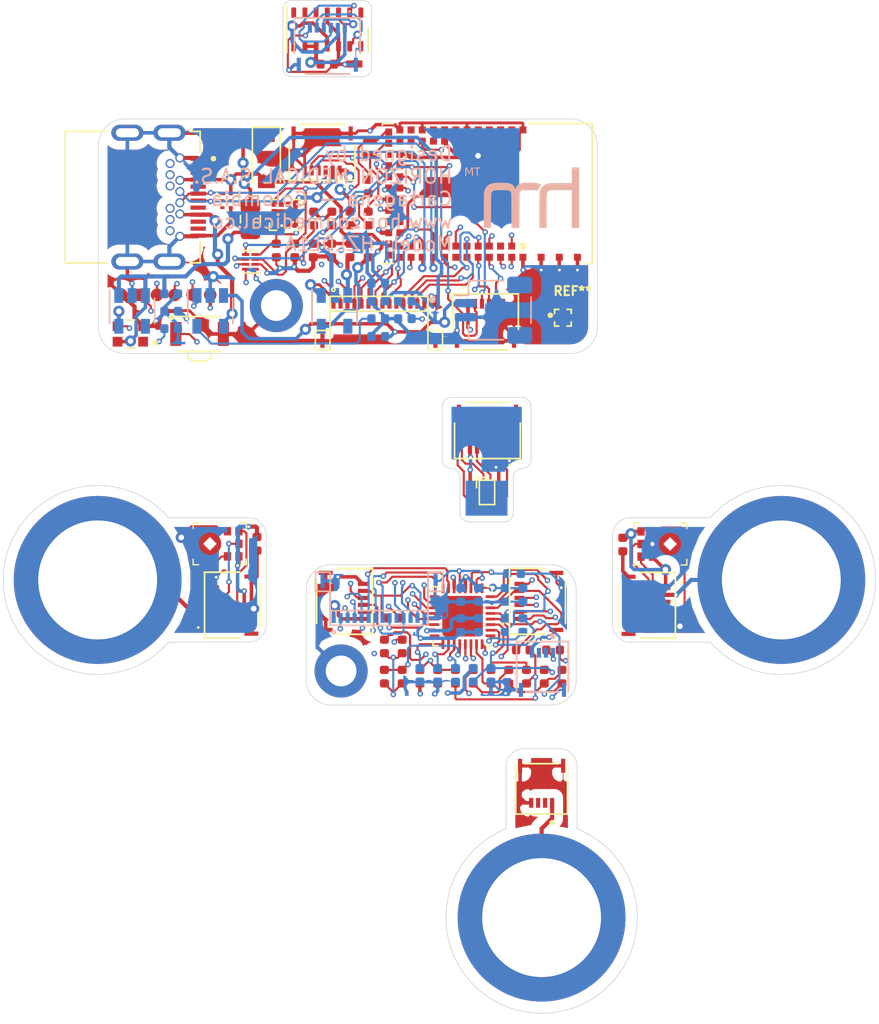
<source format=kicad_pcb>
(kicad_pcb (version 20220308) (generator pcbnew)
  (layers (0 "F.Cu" signal) (1 "In1.Cu" power) (2 "In2.Cu" power) (31 "B.Cu" signal) (34 "B.Paste" user) (35 "F.Paste" user) (36 "B.SilkS" user "B.Silkscreen") (37 "F.SilkS" user "F.Silkscreen") (38 "B.Mask" user) (39 "F.Mask" user) (44 "Edge.Cuts" user))
  (net 0 "")
  (net 1 "GND")
  (net 2 "Net-(C1-Pad1)")
  (net 3 "Net-(C2-Pad1)")
  (net 4 "+3V3")
  (net 5 "+5V")
  (net 6 "+BATT")
  (net 7 "Net-(C10-Pad2)")
  (net 8 "Net-(C11-Pad2)")
  (net 9 "Net-(C12-Pad2)")
  (net 10 "Net-(C13-Pad2)")
  (net 11 "Net-(C13-Pad1)")
  (net 12 "Net-(C14-Pad2)")
  (net 13 "Net-(C14-Pad1)")
  (net 14 "Net-(C15-Pad2)")
  (net 15 "Net-(C15-Pad1)")
  (net 16 "Net-(C16-Pad1)")
  (net 17 "Net-(C18-Pad2)")
  (net 18 "Net-(C18-Pad1)")
  (net 19 "Net-(C20-Pad2)")
  (net 20 "Net-(C21-Pad2)")
  (net 21 "/RLDINV")
  (net 22 "+1V8")
  (net 23 "Net-(D1-Pad5)")
  (net 24 "Net-(D1-Pad3)")
  (net 25 "Net-(D2-Pad1)")
  (net 26 "Net-(J1-PadB11)")
  (net 27 "Net-(J1-PadB10)")
  (net 28 "Net-(J1-PadB8)")
  (net 29 "Net-(J1-PadB5)")
  (net 30 "Net-(J1-PadB3)")
  (net 31 "Net-(J1-PadB2)")
  (net 32 "Net-(J1-PadA11)")
  (net 33 "Net-(J1-PadA10)")
  (net 34 "Net-(J1-PadA8)")
  (net 35 "Net-(J1-PadA5)")
  (net 36 "Net-(J1-PadA3)")
  (net 37 "Net-(J1-PadA2)")
  (net 38 "/BL654_UART_RX")
  (net 39 "/BL654_UART_TX")
  (net 40 "/BL654_SWDIO")
  (net 41 "/BL654_SWDCLK")
  (net 42 "Net-(R3-Pad2)")
  (net 43 "Net-(R7-Pad1)")
  (net 44 "Net-(R8-Pad1)")
  (net 45 "/RLDIN")
  (net 46 "/RLDOUT")
  (net 47 "Net-(R15-Pad1)")
  (net 48 "Net-(R16-Pad1)")
  (net 49 "/TMP_ALERT")
  (net 50 "Net-(U1-Pad64)")
  (net 51 "/ADS_START")
  (net 52 "Net-(U1-Pad61)")
  (net 53 "/~{ADS_PWDN_RESET}")
  (net 54 "Net-(U1-Pad59)")
  (net 55 "Net-(U1-Pad57)")
  (net 56 "/ADS_SPI_MOSI")
  (net 57 "/~{ADS_SPI_CS}")
  (net 58 "/ADS_SPI_SCLK")
  (net 59 "/ADS_SPI_MISO")
  (net 60 "Net-(U1-Pad50)")
  (net 61 "Net-(U1-Pad49)")
  (net 62 "Net-(U1-Pad46)")
  (net 63 "Net-(U1-Pad45)")
  (net 64 "Net-(U1-Pad39)")
  (net 65 "/~{ADS_DRDY}")
  (net 66 "/ADS_CLK")
  (net 67 "Net-(U1-Pad11)")
  (net 68 "Net-(U1-Pad4)")
  (net 69 "Net-(U2-Pad4)")
  (net 70 "Net-(U6-Pad14)")
  (net 71 "/~{MAX_INT}")
  (net 72 "Net-(U6-Pad8)")
  (net 73 "Net-(U6-Pad7)")
  (net 74 "Net-(U6-Pad6)")
  (net 75 "Net-(U6-Pad5)")
  (net 76 "Net-(U6-Pad1)")
  (net 77 "Net-(U7-Pad4)")
  (net 78 "/BL654_USB_DP")
  (net 79 "/BL654_USB_DN")
  (net 80 "Net-(J9-Pad3)")
  (net 81 "Net-(J9-Pad2)")
  (net 82 "Net-(J10-Pad3)")
  (net 83 "Net-(J10-Pad2)")
  (net 84 "/TMP_ADD0")
  (net 85 "Net-(U1-Pad27)")
  (net 86 "/BL654_I2C_SDA_HV")
  (net 87 "/BL654_I2C_SCL_HV")
  (net 88 "/BL654_I2C_SDA_LV")
  (net 89 "/BL654_I2C_SCL_LV")
  (net 90 "/ACCEL_INT1")
  (net 91 "/ACCEL_INT2")
  (net 92 "Net-(J11-Pad10)")
  (net 93 "Net-(J12-Pad10)")
  (net 94 "/BL654_I2S_SD")
  (net 95 "/BL654_I2S_SCK")
  (net 96 "/BL654_I2S_WS")
  (net 97 "/VIN")
  (net 98 "/WS2812_DATA")
  (net 99 "/MCP73831_STAT")
  (net 100 "Net-(SW1-Pad1)")
  (net 101 "Net-(U1-Pad28)")
  (net 102 "Net-(U1-Pad20)")
  (net 103 "/VIN_FUSE")
  (net 104 "Net-(U1-Pad44)")
  (net 105 "Net-(U1-Pad62)")
  (net 106 "Net-(U1-Pad60)")
  (net 107 "Net-(U1-Pad56)")
  (net 108 "Net-(U1-Pad54)")
  (net 109 "Net-(U1-Pad53)")
  (net 110 "Net-(U1-Pad51)")
  (net 111 "Net-(U1-Pad32)")
  (net 112 "Net-(U1-Pad30)")
  (net 113 "/BL654_I2S_SD_EXT")
  (net 114 "/BL654_I2S_SCK_EXT")
  (net 115 "/BL654_I2S_WS_EXT")
  (net 116 "/~{ADS_DRDY_EXT}")
  (net 117 "/ADS_CLK_EXT")
  (net 118 "/ADS_START_EXT")
  (net 119 "/~{ADS_PWDN_RESET_EXT}")
  (net 120 "/~{ADS_SPI_CS_EXT}")
  (net 121 "/ADS_SPI_MOSI_EXT")
  (net 122 "/ADS_SPI_MISO_EXT")
  (net 123 "/ADS_SPI_SCLK_EXT")
  (net 124 "/~{MAX_INT_EXT}")
  (net 125 "/BL654_I2C_SDA_LV_EXT")
  (net 126 "/BL654_I2C_SCL_LV_EXT")
  (net 127 "/TMP_ADD0_EXT")
  (net 128 "/TMP_ALERT_EXT")
  (net 129 "/BL654_I2C_SDA_HV_EXT")
  (net 130 "/BL654_I2C_SCL_HV_EXT")
  (net 131 "/ECG_LEFT_ARM")
  (net 132 "/ECG_RIGHT_ARM")
  (net 133 "/ECG_RIGHT_LEG")
  (net 134 "Net-(U1-Pad63)")
  (net 135 "Net-(C31-Pad2)")
  (net 136 "/VDIV")
  (footprint "Capacitor_SMD:C_0402_1005Metric" (layer "F.Cu") (at 84.24164 76.67752 180)
    (fp_text reference "C24" hide)
    (fp_text value "1uF" hide)
  )
  (footprint "Capacitor_SMD:C_0402_1005Metric" (layer "F.Cu") (at 85.8603 89.9922 -90)
    (fp_text reference "C25" hide)
    (fp_text value "1uF" hide)
  )
  (footprint "SnapEda:SON50P100X145X60-6N" (layer "F.Cu") (at 77.0382 86.4362)
    (fp_text reference "D1" hide)
    (fp_text value "TPD4S012DRYR" hide)
  )
  (footprint "Package_BGA:Texas_DSBGA-6_0.9x1.4mm_Layout2x3_P0.5mm" (layer "F.Cu") (at 95.66148 107.25404)
    (fp_text reference "U5" hide)
    (fp_text value "TMP117NAIYBGR" hide)
  )
  (footprint "OptoDevice:Maxim_OLGA-14_3.3x5.6mm_P0.8mm" (layer "F.Cu") (at 84.24164 74.20102 -90)
    (fp_text reference "U6" hide)
    (fp_text value "MAX30102" hide)
  )
  (footprint "Resistor_SMD:R_0402_1005Metric" (layer "F.Cu") (at 100.39096 118.54434 180)
    (fp_text reference "R14" hide)
    (fp_text value "100K" hide)
  )
  (footprint "Capacitor_SMD:C_0402_1005Metric" (layer "F.Cu") (at 98.48596 120.44934 -90)
    (fp_text reference "C16" hide)
    (fp_text value "2.2nF" hide)
  )
  (footprint "Capacitor_SMD:C_0402_1005Metric" (layer "F.Cu") (at 97.21596 120.44934 -90)
    (fp_text reference "C18" hide)
    (fp_text value "2.2nF" hide)
  )
  (footprint "Capacitor_SMD:C_0402_1005Metric" (layer "F.Cu") (at 101.02596 120.44934 -90)
    (fp_text reference "C19" hide)
    (fp_text value "100nF" hide)
  )
  (footprint "Capacitor_SMD:C_0402_1005Metric" (layer "F.Cu") (at 99.75596 120.44934 90)
    (fp_text reference "C20" hide)
    (fp_text value "2.2nF" hide)
  )
  (footprint "Capacitor_SMD:C_0402_1005Metric" (layer "F.Cu") (at 93.40596 120.44934 90)
    (fp_text reference "C15" hide)
    (fp_text value "2.2nF" hide)
  )
  (footprint "Resistor_SMD:R_0402_1005Metric" (layer "F.Cu") (at 90.86596 120.44934 -90)
    (fp_text reference "R5" hide)
    (fp_text value "10M" hide)
  )
  (footprint "Resistor_SMD:R_0402_1005Metric" (layer "F.Cu") (at 94.67596 120.44934 -90)
    (fp_text reference "R8" hide)
    (fp_text value "40.2K" hide)
  )
  (footprint "Resistor_SMD:R_0402_1005Metric" (layer "F.Cu") (at 89.59596 118.29034 -90)
    (fp_text reference "R12" hide)
    (fp_text value "100K" hide)
  )
  (footprint "Resistor_SMD:R_0402_1005Metric" (layer "F.Cu") (at 88.32596 118.29034 -90)
    (fp_text reference "R13" hide)
    (fp_text value "0R" hide)
  )
  (footprint "Package_DFN_QFN:QFN-32-1EP_4x4mm_P0.4mm_EP2.9x2.9mm" (layer "F.Cu") (at 93.91396 116.13134 180)
    (fp_text reference "U3" hide)
    (fp_text value "ADS1292RIRSMT" hide)
  )
  (footprint "MOLEX_503480-0600:MOLEX_503480-0600" (layer "F.Cu") (at 95.5548 95.1992)
    (fp_text reference "J14" hide)
    (fp_text value "503480-0600" hide)
  )
  (footprint "MOLEX_503480-0600:MOLEX_503480-0600" (layer "F.Cu") (at 83.8708 82.8802 180)
    (fp_text reference "J15" hide)
    (fp_text value "503480-0600" hide)
  )
  (footprint "MOLEX_503480-0600:MOLEX_503480-0600" (layer "F.Cu") (at 95.69468 102.76384 180)
    (fp_text reference "J13" hide)
    (fp_text value "503480-0600" hide)
  )
  (footprint "Resistor_SMD:R_0402_1005Metric" (layer "F.Cu") (at 85.87105 87.7062 -90)
    (fp_text reference "R17" hide)
    (fp_text value "200K" hide)
  )
  (footprint "Resistor_SMD:R_0402_1005Metric" (layer "F.Cu") (at 83.26755 87.7062 -90)
    (fp_text reference "R20" hide)
    (fp_text value "4.7K" hide)
  )
  (footprint "Resistor_SMD:R_0402_1005Metric" (layer "F.Cu") (at 84.5693 87.7062 -90)
    (fp_text reference "R21" hide)
    (fp_text value "4.7K" hide)
  )
  (footprint "Package_SON:X2SON-8_1.4x1mm_P0.35mm" (layer "F.Cu") (at 78.74 90.805 180)
    (fp_text reference "U9" hide)
    (fp_text value "PCA9306DQER" hide)
  )
  (footprint "MOLEX_503480-0600:5034801400" (layer "F.Cu") (at 87.9348 93.8022)
    (fp_text reference "J12" hide)
    (fp_text value "5034801400" hide)
  )
  (footprint "Resistor_SMD:R_0402_1005Metric" (layer "F.Cu") (at 88.96096 116.25834)
    (fp_text reference "R22" hide)
    (fp_text value "100K" hide)
  )
  (footprint "Fuse:Fuse_0805_2012Metric" (layer "F.Cu") (at 78.74 87.757 90)
    (fp_text reference "F1" hide)
    (fp_text value "0ZCK0075FF2E" hide)
  )
  (footprint "APA-102-2020-256-8:LED_WS2812-2020" (layer "F.Cu") (at 70.1548 95.9612 180)
    (fp_text reference "D2" hide)
    (fp_text value "WS2812B" hide)
  )
  (footprint "XCVR_451-00001:XCVR_451-00001" (layer "F.Cu") (at 95.6818 85.9282 -90)
    (fp_text reference "U1" hide)
    (fp_text value "BL654" hide)
  )
  (footprint "ABS05-32.768KHZ-T:ABS05-32.768KHZ-T" (layer "F.Cu") (at 87.2998 82.6262 -90)
    (fp_text reference "Y1" hide)
    (fp_text value "Crystal" hide)
  )
  (footprint "Capacitor_SMD:C_0402_1005Metric" (layer "F.Cu") (at 87.1728 85.4202 -90)
    (fp_text reference "C1" hide)
    (fp_text value "12pF" hide)
  )
  (footprint "Capacitor_SMD:C_0402_1005Metric" (layer "F.Cu") (at 87.1728 87.7062 -90)
    (fp_text reference "C2" hide)
    (fp_text value "10pF" hide)
  )
  (footprint "Capacitor_SMD:C_0402_1005Metric" (layer "F.Cu") (at 87.1728 89.9922 -90)
    (fp_text reference "C26" hide)
    (fp_text value "1uF" hide)
  )
  (footprint "SW_B3U-3000P:SW_B3U-3000P" (layer "F.Cu") (at 75.1078 95.9612)
    (fp_text reference "SW1" hide)
    (fp_text value "SW_Push" hide)
  )
  (footprint "JAE_DX07S024XJ1R1100:JAE_DX07S024XJ1R1100" (layer "F.Cu") (at 74.3458 86.1822 -90)
    (fp_text reference "J1" hide)
    (fp_text value "DX07S024XJ1R1100" hide)
  )
  (footprint "Pads_1.27mm:1.27mm_pads_01x06" (layer "F.Cu") (at 72.6948 93.1672 180)
    (fp_text reference "J4" hide)
    (fp_text value "Conn_01x06" hide)
  )
  (footprint "Capacitor_SMD:C_0402_1005Metric" (layer "F.Cu") (at 84.5478 89.9922 -90)
    (fp_text reference "C27" hide)
    (fp_text value "100nF" hide)
  )
  (footprint "Capacitor_SMD:C_0402_1005Metric" (layer "F.Cu") (at 83.2353 89.9922 -90)
    (fp_text reference "C28" hide)
    (fp_text value "10uF" hide)
  )
  (footprint "Package_LGA:LGA-12_2x2mm_P0.5mm" (layer "F.Cu") (at 81.2038 87.4522)
    (fp_text reference "U8" hide)
    (fp_text value "IIS2DLPCTR" hide)
  )
  (footprint "Resistor_SMD:R_0402_1005Metric" (layer "F.Cu") (at 80.5942 89.9922 90)
    (fp_text reference "R18" hide)
    (fp_text value "4.7K" hide)
  )
  (footprint "Resistor_SMD:R_0402_1005Metric" (layer "F.Cu") (at 81.915 89.9922 90)
    (fp_text reference "R19" hide)
    (fp_text value "4.7K" hide)
  )
  (footprint "MOLEX_503480-0600:MOLEX_503480-0600" (layer "F.Cu") (at 85.37702 115.07216 -90)
    (fp_text reference "J8" hide)
    (fp_text value "503480-0600" hide)
  )
  (footprint "MOLEX_503480-0600:ECG_SNAP" (layer "F.Cu") (at 116.713 113.538)
    (fp_text reference "J6" hide)
    (fp_text value "ECG_LEFT_ARM")
  )
  (footprint "Resistor_SMD:R_0402_1005Metric" (layer "F.Cu") (at 95.94596 120.44934 90)
    (fp_text reference "R7" hide)
    (fp_text value "40.2K" hide)
  )
  (footprint "Capacitor_SMD:C_0402_1005Metric" (layer "F.Cu") (at 89.59596 120.44934 -90)
    (fp_text reference "C21" hide)
    (fp_text value "47pF" hide)
  )
  (footprint "Resistor_SMD:R_0402_1005Metric" (layer "F.Cu") (at 92.13596 120.44934 -90)
    (fp_text reference "R6" hide)
    (fp_text value "10M" hide)
  )
  (footprint "Resistor_SMD:R_0402_1005Metric" (layer "F.Cu") (at 88.32596 120.44934 -90)
    (fp_text reference "R11" hide)
    (fp_text value "1M" hide)
  )
  (footprint "Capacitor_SMD:C_0402_1005Metric" (layer "F.Cu") (at 98.23196 118.54434 180)
    (fp_text reference "C17" hide)
    (fp_text value "100nF" hide)
  )
  (footprint "MOLEX_503480-0600:MOLEX_503480-0600" (layer "F.Cu") (at 99.37496 115.07216 90)
    (fp_text reference "J3" hide)
    (fp_text value "503480-0600" hide)
  )
  (footprint "MountingHole:MountingHole_2.2mm_M2_DIN965_Pad" (layer "F.Cu") (at 85.22716 120.04294)
    (fp_text reference "J19" hide)
    (fp_text value "MOUNTING_HOLE_MAIN" hide)
  )
  (footprint "MountingHole:MountingHole_2.2mm_M2_DIN965_Pad" (layer "F.Cu") (at 80.5942 93.9292)
    (fp_text reference "J20" hide)
    (fp_text value "MOUNTING_HOLE_ECG" hide)
  )
  (footprint "MOLEX_503480-0600:ECG_SNAP" (layer "F.Cu") (at 67.818 113.538)
    (fp_text reference "J7" hide)
    (fp_text value "ECG_RIGHT_ARM" hide)
  )
  (footprint "Capacitor_SMD:C_0402_1005Metric" (layer "F.Cu") (at 79.21244 110.95482 90)
    (fp_text reference "C29" hide)
    (fp_text value "100nF" hide)
  )
  (footprint "MOLEX_503480-0600:MOLEX_503480-0600" (layer "F.Cu") (at 77.56144 115.33632 90)
    (fp_text reference "J17" hide)
    (fp_text value "503480-0600" hide)
  )
  (footprint "digikey-footprints:SPH0645LM4H-B" (layer "F.Cu") (at 75.84694 110.95482 -90)
    (fp_text reference "MIC1" hide)
    (fp_text value "ICS-43434" hide)
  )
  (footprint "Capacitor_SMD:C_0402_1005Metric" (layer "F.Cu") (at 105.37444 111.00816 90)
    (fp_text reference "C30" hide)
    (fp_text value "100nF" hide)
  )
  (footprint "MOLEX_503480-0600:MOLEX_503480-0600" (layer "F.Cu") (at 107.03814 115.35156 -90)
    (fp_text reference "J5" hide)
    (fp_text value "503480-0600" hide)
  )
  (footprint "digikey-footprints:SPH0645LM4H-B" (layer "F.Cu") (at 108.75264 110.97006 90)
    (fp_text reference "MIC2" hide)
    (fp_text value "ICS-43434" hide)
  )
  (footprint "MOLEX_503480-0600:ECG_SNAP" (layer "F.Cu") (at 99.568 137.668)
    (fp_text reference "J18" hide)
    (fp_text value "ECG_RIGHT_LEG" hide)
  )
  (footprint "503480-0400:MOLEX_503480-0400" (layer "F.Cu") (at 99.568 128.143 180)
    (fp_text reference "J10" hide)
    (fp_text value "503480-0400" hide)
  )
  (footprint "Diode_SMD:D_SOD-123" (layer "F.Cu") (at 79.883 83.439 -90)
    (fp_text reference "D3" hide)
    (fp_text value "MBR0540T1G" hide)
  )
  (footprint "Footprints:BGA4N35P2X2_64X64X33" (layer "F.Cu") (at 101.09 94.8)
    (fp_text reference "REF**")
    (fp_text value "BGA4N35P2X2_64X64X33")
  )
  (footprint "Capacitor_SMD:C_0402_1005Metric" (layer "B.Cu") (at 73.0758 93.091 180)
    (fp_text reference "C3" hide)
    (fp_text value "1uF" hide)
  )
  (footprint "Resistor_SMD:R_0402_1005Metric" (layer "B.Cu") (at 87.884 93.599)
    (fp_text reference "R4" hide)
    (fp_text value "100K" hide)
  )
  (footprint "Package_TO_SOT_SMD:SOT-23-5" (layer "B.Cu") (at 70.2818 94.3102 -90)
    (fp_text reference "U2" hide)
    (fp_text value "LP5907MFX-3_3_NOPB" hide)
  )
  (footprint "Package_TO_SOT_SMD:SOT-23-5" (layer "B.Cu") (at 84.7598 94.3102 -90)
    (fp_text reference "U7" hide)
    (fp_text value "LP5907MFX-1.8/NOPB" hide)
  )
  (footprint "Capacitor_SMD:C_0402_1005Metric" (layer "B.Cu") (at 93.78696 116.76634 90)
    (fp_text reference "C23" hide)
    (fp_text value "100nF" hide)
  )
  (footprint "Capacitor_SMD:C_0402_1005Metric" (layer "B.Cu") (at 95.05696 116.76634 90)
    (fp_text reference "C22" hide)
    (fp_text value "10uF" hide)
  )
  (footprint "Capacitor_SMD:C_0402_1005Metric" (layer "B.Cu") (at 93.78696 114.60734 90)
    (fp_text reference "C5" hide)
    (fp_text value "10uF" hide)
  )
  (footprint "Capacitor_SMD:C_0402_1005Metric" (layer "B.Cu") (at 95.05696 114.60734 90)
    (fp_text reference "C8" hide)
    (fp_text value "100nF" hide)
  )
  (footprint "Capacitor_SMD:C_0402_1005Metric" (layer "B.Cu") (at 96.96196 114.60734 90)
    (fp_text reference "C9" hide)
    (fp_text value "10uF" hide)
  )
  (footprint "Resistor_SMD:R_0402_1005Metric" (layer "B.Cu") (at 95.94596 120.32234 -90)
    (fp_text reference "R10" hide)
    (fp_text value "10M" hide)
  )
  (footprint "Resistor_SMD:R_0402_1005Metric" (layer "B.Cu") (at 90.86596 120.32234 -90)
    (fp_text reference "R16" hide)
    (fp_text value "45.3K" hide)
  )
  (footprint "Resistor_SMD:R_0402_1005Metric" (layer "B.Cu") (at 92.13596 120.32234 -90)
    (fp_text reference "R15" hide)
    (fp_text value "45.3K" hide)
  )
  (footprint "Capacitor_SMD:C_0402_1005Metric" (layer "B.Cu") (at 98.23196 114.60734 90)
    (fp_text reference "C10" hide)
    (fp_text value "100nF" hide)
  )
  (footprint "Capacitor_SMD:C_0402_1005Metric" (layer "B.Cu") (at 97.59696 113.08334 180)
    (fp_text reference "C11" hide)
    (fp_text value "1uF" hide)
  )
  (footprint "503480-0400:MOLEX_503480-0400" (layer "B.Cu") (at 99.62896 120.06834 180)
    (fp_text reference "J9" hide)
    (fp_text value "503480-0400" hide)
  )
  (footprint "MOLEX_503480-0600:MOLEX_503480-0600" (layer "B.Cu") (at 84.24164 75.47102 180)
    (fp_text reference "J16" hide)
    (fp_text value "503480-0600" hide)
  )
  (footprint "Resistor_SMD:R_0402_1005Metric" (layer "B.Cu") (at 94.67596 120.32234 90)
    (fp_text reference "R9" hide)
    (fp_text value "10M" hide)
  )
  (footprint "Capacitor_SMD:C_0402_1005Metric" (layer "B.Cu") (at 73.0758 94.3356)
    (fp_text reference "C4" hide)
    (fp_text value "1uF" hide)
  )
  (footprint "Capacitor_SMD:C_0402_1005Metric" (layer "B.Cu") (at 87.884 96.139)
    (fp_text reference "C7" hide)
    (fp_text value "4.7uF" hide)
  )
  (footprint "Resistor_SMD:R_0402_1005Metric" (layer "B.Cu") (at 87.884 94.869 180)
    (fp_text reference "R3" hide)
    (fp_text value "10K" hide)
  )
  (footprint "Package_TO_SOT_SMD:SOT-23-5" (layer "B.Cu") (at 75.8698 94.3102 -90)
    (fp_text reference "U4" hide)
    (fp_text value "MCP73831T-2ACI/OT" hide)
  )
  (footprint "Capacitor_SMD:C_0402_1005Metric" (layer "B.Cu") (at 98.225864 116.76888 -90)
    (fp_text reference "C13" hide)
    (fp_text value "47nF" hide)
  )
  (footprint "Capacitor_SMD:C_0402_1005Metric" (layer "B.Cu") (at 96.965262 116.76888 -90)
    (fp_text reference "C14" hide)
    (fp_text value "47nF" hide)
  )
  (footprint "Capacitor_SMD:C_0402_1005Metric" (layer "B.Cu") (at 93.40596 120.32234 90)
    (fp_text reference "C12" hide)
    (fp_text value "1uF" hide)
  )
  (footprint "horizon_logo_silk:horizon_logo_silk_small" (layer "B.Cu") (at 98.7552 86.6902 180)
    (fp_text reference "P6" hide)
    (fp_text value "HORIZON MEDICAL LOGO" hide)
  )
  (footprint "Capacitor_SMD:C_0402_1005Metric" (layer "B.Cu") (at 87.884 92.329)
    (fp_text reference "C6" hide)
    (fp_text value "4.7uF" hide)
  )
  (footprint "Capacitor_SMD:C_0402_1005Metric" (layer "B.Cu") (at 73.0758 95.5802 180)
    (fp_text reference "C31" hide)
    (fp_text value "100pF" hide)
  )
  (footprint "Resistor_SMD:R_0402_1005Metric" (layer "B.Cu") (at 89.789 93.599)
    (fp_text reference "R1" hide)
    (fp_text value "100K" hide)
  )
  (footprint "Resistor_SMD:R_0402_1005Metric" (layer "B.Cu") (at 89.789 94.869)
    (fp_text reference "R2" hide)
    (fp_text value "100K" hide)
  )
  (footprint "MOLEX_503480-0600:5034801400" (layer "B.Cu") (at 87.94496 116.25834)
    (fp_text reference "J11" hide)
    (fp_text value "5034801400" hide)
  )
  (footprint "Connector_JST:JST_SH_SM02B-SRSS-TB_1x02-1MP_P1.00mm_Horizontal" (layer "B.Cu") (at 96.12836 94.26026 -90)
    (fp_text reference "J2" hide)
    (fp_text value "SM02B-SRSS-TB(LF)(SN)" hide)
  )
  (footprint "SnapEda:TRANS_CSD23280F3" (layer "B.Cu") (at 91.948 94.2086 -90)
    (fp_text reference "Q1" hide)
    (fp_text value "CSD23280F3" hide)
  )
  (footprint "Pads_1.27mm:TEMP_SENSOR_PAD" (layer "B.Cu") (at 95.631 107.696)
    (fp_text reference "REF**" hide)
    (fp_text value "TEMP_SENSOR_PAD" hide)
  )
  (gr_line (start 92.46108 104.94264) (end 92.46108 101.13264) (stroke (width 0.05)) (layer "Edge.Cuts"))
  (gr_line (start 93.09608 100.49764) (end 98.17608 100.49764) (stroke (width 0.05)) (layer "Edge.Cuts"))
  (gr_line (start 93.73108 106.21264) (end 93.73108 108.75264) (stroke (width 0.05)) (layer "Edge.Cuts"))
  (gr_line (start 97.54108 106.21264) (end 97.54108 108.75264) (stroke (width 0.05)) (layer "Edge.Cuts"))
  (gr_line (start 81.70164 77.57922) (end 86.78164 77.57922) (stroke (width 0.05)) (layer "Edge.Cuts"))
  (gr_line (start 81.06664 72.75322) (end 81.06664 76.94422) (stroke (width 0.05)) (layer "Edge.Cuts"))
  (gr_line (start 103.5558 82.4992) (end 103.5558 95.4532) (stroke (width 0.05)) (layer "Edge.Cuts"))
  (gr_arc (start 67.8688 82.4992) (mid 68.426762 81.152162) (end 69.7738 80.5942) (stroke (width 0.05)) (layer "Edge.Cuts"))
  (gr_line (start 101.6508 97.3582) (end 69.7738 97.3582) (stroke (width 0.05)) (layer "Edge.Cuts"))
  (gr_line (start 82.73796 120.70334) (end 82.73796 114.22634) (stroke (width 0.05)) (layer "Edge.Cuts"))
  (gr_line (start 102.04196 114.22634) (end 102.04196 120.70334) (stroke (width 0.05)) (layer "Edge.Cuts"))
  (gr_line (start 100.26396 122.48134) (end 84.51596 122.48134) (stroke (width 0.05)) (layer "Edge.Cuts"))
  (gr_line (start 78.613 109.093) (end 72.897999 109.093001) (stroke (width 0.05)) (layer "Edge.Cuts"))
  (gr_line (start 97.028 126.873) (end 97.028001 131.318001) (stroke (width 0.05)) (layer "Edge.Cuts"))
  (gr_line (start 67.8688 95.4532) (end 67.8688 82.4992) (stroke (width 0.05)) (layer "Edge.Cuts"))
  (gr_line (start 96.90608 109.38764) (end 94.36608 109.38764) (stroke (width 0.05)) (layer "Edge.Cuts"))
  (gr_line (start 72.897999 117.982999) (end 78.613 117.983) (stroke (width 0.05)) (layer "Edge.Cuts"))
  (gr_arc (start 93.09608 105.57764) (mid 93.545093 105.763627) (end 93.73108 106.21264) (stroke (width 0.05)) (layer "Edge.Cuts"))
  (gr_arc (start 97.028 126.873) (mid 97.399974 125.974974) (end 98.298 125.603) (stroke (width 0.05)) (layer "Edge.Cuts"))
  (gr_arc (start 86.78164 72.11822) (mid 87.230653 72.304207) (end 87.41664 72.75322) (stroke (width 0.05)) (layer "Edge.Cuts"))
  (gr_line (start 79.883 116.713) (end 79.883 110.363) (stroke (width 0.05)) (layer "Edge.Cuts"))
  (gr_line (start 86.78164 72.11822) (end 81.70164 72.11822) (stroke (width 0.05)) (layer "Edge.Cuts"))
  (gr_arc (start 104.648 110.363) (mid 105.019974 109.464974) (end 105.918 109.093) (stroke (width 0.05)) (layer "Edge.Cuts"))
  (gr_arc (start 78.613 109.093) (mid 79.511026 109.464974) (end 79.883 110.363) (stroke (width 0.05)) (layer "Edge.Cuts"))
  (gr_arc (start 102.04196 120.70334) (mid 101.521196 121.960576) (end 100.26396 122.48134) (stroke (width 0.05)) (layer "Edge.Cuts"))
  (gr_arc (start 82.73796 114.22634) (mid 83.258724 112.969104) (end 84.51596 112.44834) (stroke (width 0.05)) (layer "Edge.Cuts"))
  (gr_line (start 105.918 117.983) (end 111.633 117.983) (stroke (width 0.05)) (layer "Edge.Cuts"))
  (gr_arc (start 92.46108 101.13264) (mid 92.647067 100.683627) (end 93.09608 100.49764) (stroke (width 0.05)) (layer "Edge.Cuts"))
  (gr_arc (start 84.51596 122.48134) (mid 83.258724 121.960576) (end 82.73796 120.70334) (stroke (width 0.05)) (layer "Edge.Cuts"))
  (gr_arc (start 72.897999 117.982999) (mid 61.067859 113.538) (end 72.897999 109.093001) (stroke (width 0.05)) (layer "Edge.Cuts"))
  (gr_line (start 69.7738 80.5942) (end 101.6508 80.5942) (stroke (width 0.05)) (layer "Edge.Cuts"))
  (gr_arc (start 100.838 125.603) (mid 101.736026 125.974974) (end 102.108 126.873) (stroke (width 0.05)) (layer "Edge.Cuts"))
  (gr_line (start 111.633001 109.093001) (end 105.918 109.093) (stroke (width 0.05)) (layer "Edge.Cuts"))
  (gr_arc (start 103.5558 95.4532) (mid 102.997838 96.800238) (end 101.6508 97.3582) (stroke (width 0.05)) (layer "Edge.Cuts"))
  (gr_arc (start 69.7738 97.3582) (mid 68.426762 96.800238) (end 67.8688 95.4532) (stroke (width 0.05)) (layer "Edge.Cuts"))
  (gr_arc (start 101.6508 80.5942) (mid 102.997838 81.152162) (end 103.5558 82.4992) (stroke (width 0.05)) (layer "Edge.Cuts"))
  (gr_line (start 84.51596 112.44834) (end 100.26396 112.44834) (stroke (width 0.05)) (layer "Edge.Cuts"))
  (gr_line (start 87.41664 76.94422) (end 87.41664 72.75322) (stroke (width 0.05)) (layer "Edge.Cuts"))
  (gr_arc (start 100.26396 112.44834) (mid 101.521196 112.969104) (end 102.04196 114.22634) (stroke (width 0.05)) (layer "Edge.Cuts"))
  (gr_arc (start 98.17608 100.49764) (mid 98.625093 100.683627) (end 98.81108 101.13264) (stroke (width 0.05)) (layer "Edge.Cuts"))
  (gr_arc (start 79.883 116.713) (mid 79.511026 117.611026) (end 78.613 117.983) (stroke (width 0.05)) (layer "Edge.Cuts"))
  (gr_arc (start 97.54108 108.75264) (mid 97.355093 109.201653) (end 96.90608 109.38764) (stroke (width 0.05)) (layer "Edge.Cuts"))
  (gr_line (start 98.81108 101.13264) (end 98.81108 104.94264) (stroke (width 0.05)) (layer "Edge.Cuts"))
  (gr_arc (start 81.70164 77.57922) (mid 81.252627 77.393233) (end 81.06664 76.94422) (stroke (width 0.05)) (layer "Edge.Cuts"))
  (gr_arc (start 87.41664 76.94422) (mid 87.230653 77.393233) (end 86.78164 77.57922) (stroke (width 0.05)) (layer "Edge.Cuts"))
  (gr_line (start 102.108 131.318001) (end 102.108 126.873) (stroke (width 0.05)) (layer "Edge.Cuts"))
  (gr_arc (start 93.09608 105.57764) (mid 92.647067 105.391653) (end 92.46108 104.94264) (stroke (width 0.05)) (layer "Edge.Cuts"))
  (gr_arc (start 97.54108 106.21264) (mid 97.727067 105.763627) (end 98.17608 105.57764) (stroke (width 0.05)) (layer "Edge.Cuts"))
  (gr_line (start 104.648 110.363) (end 104.648 116.713) (stroke (width 0.05)) (layer "Edge.Cuts"))
  (gr_arc (start 94.36608 109.38764) (mid 93.917067 109.201653) (end 93.73108 108.75264) (stroke (width 0.05)) (layer "Edge.Cuts"))
  (gr_arc (start 111.633001 109.093001) (mid 123.463141 113.538) (end 111.633001 117.982999) (stroke (width 0.05)) (layer "Edge.Cuts"))
  (gr_arc (start 98.81108 104.94264) (mid 98.625093 105.391653) (end 98.17608 105.57764) (stroke (width 0.05)) (layer "Edge.Cuts"))
  (gr_arc (start 102.108 131.318001) (mid 99.568 144.507158) (end 97.028001 131.318001) (stroke (width 0.05)) (layer "Edge.Cuts"))
  (gr_arc (start 105.918 117.983) (mid 105.019974 117.611026) (end 104.648 116.713) (stroke (width 0.05)) (layer "Edge.Cuts"))
  (gr_arc (start 81.06664 72.75322) (mid 81.252627 72.304207) (end 81.70164 72.11822) (stroke (width 0.05)) (layer "Edge.Cuts"))
  (gr_line (start 100.838 125.603) (end 98.298 125.603) (stroke (width 0.05)) (layer "Edge.Cuts"))
  (gr_text "Designed by\nHORIZON MEDICAL S.A.S.\nCartagena - Colombia\nwww.horizonmedical.co\nModel: HZLDL1A" (at 93.2942 86.3092) (layer "B.SilkS") (effects (font (size 1 1)) (justify left mirror)))
  (segment (start 75.18494 110.95482) (end 74.25182 110.95482) (width 0.25) (layer "F.Cu") (net 1))
  (segment (start 74.25182 110.95482) (end 73.79716 110.50016) (width 0.25) (layer "F.Cu") (net 1))
  (segment (start 75.84694 111.61682) (end 76.50894 110.95482) (width 0.25) (layer "F.Cu") (net 1))
  (segment (start 75.18494 110.95482) (end 75.84694 111.61682) (width 0.25) (layer "F.Cu") (net 1))
  (segment (start 75.84694 110.29282) (end 75.18494 110.95482) (width 0.25) (layer "F.Cu") (net 1))
  (segment (start 76.50894 110.95482) (end 75.84694 110.29282) (width 0.25) (layer "F.Cu") (net 1))
  (segment (start 77.09894 110.05482) (end 76.58794 110.05482) (width 0.25) (layer "F.Cu") (net 1))
  (segment (start 76.58794 110.05482) (end 76.291021 109.757901) (width 0.25) (layer "F.Cu") (net 1))
  (segment (start 76.291021 109.757901) (end 74.539419 109.757901) (width 0.25) (layer "F.Cu") (net 1))
  (segment (start 74.539419 109.757901) (end 73.79716 110.50016) (width 0.25) (layer "F.Cu") (net 1))
  (segment (start 76.16144 113.47602) (end 76.29814 113.33932) (width 0.25) (layer "F.Cu") (net 1))
  (segment (start 76.16144 114.08632) (end 76.16144 113.47602) (width 0.25) (layer "F.Cu") (net 1))
  (segment (start 79.21244 111.43982) (end 79.21244 113.29632) (width 0.25) (layer "F.Cu") (net 1))
  (segment (start 79.21244 113.29632) (end 78.81144 113.29632) (width 0.25) (layer "F.Cu") (net 1))
  (segment (start 78.81144 113.29632) (end 78.81144 115.426532) (width 0.25) (layer "F.Cu") (net 1))
  (segment (start 78.81144 115.426532) (end 78.97555 115.590642) (width 0.25) (layer "F.Cu") (net 1))
  (segment (start 78.81144 115.754752) (end 78.97555 115.590642) (width 0.3) (layer "F.Cu") (net 1))
  (segment (start 78.81144 117.37632) (end 78.81144 115.754752) (width 0.3) (layer "F.Cu") (net 1))
  (segment (start 108.43814 116.60156) (end 109.21524 116.60156) (width 0.1524) (layer "F.Cu") (net 1))
  (segment (start 109.21524 116.60156) (end 109.46384 116.85016) (width 0.1524) (layer "F.Cu") (net 1))
  (segment (start 108.09064 110.97006) (end 107.492042 110.97006) (width 0.25) (layer "F.Cu") (net 1))
  (segment (start 108.75264 111.63206) (end 108.09064 110.97006) (width 0.25) (layer "F.Cu") (net 1))
  (segment (start 108.75264 111.63206) (end 109.41464 110.97006) (width 0.25) (layer "F.Cu") (net 1))
  (segment (start 108.75264 110.30806) (end 109.41464 110.97006) (width 0.25) (layer "F.Cu") (net 1))
  (segment (start 108.09064 110.97006) (end 108.75264 110.30806) (width 0.25) (layer "F.Cu") (net 1))
  (segment (start 105.37444 112.89786) (end 105.37444 111.49316) (width 0.25) (layer "F.Cu") (net 1))
  (segment (start 105.78814 113.31156) (end 105.37444 112.89786) (width 0.25) (layer "F.Cu") (net 1))
  (segment (start 83.6553 89.5072) (end 83.860457 89.712357) (width 0.25) (layer "F.Cu") (net 1))
  (segment (start 98.997283 116.081117) (end 99.701066 116.081117) (width 0.1524) (layer "F.Cu") (net 1))
  (segment (start 80.9538 88.2147) (end 80.981202 88.2147) (width 0.3) (layer "F.Cu") (net 1))
  (segment (start 75.8558 83.4322) (end 76.0476 83.2404) (width 0.3) (layer "F.Cu") (net 1))
  (segment (start 88.559839 85.456239) (end 88.550773 85.456239) (width 0.25) (layer "F.Cu") (net 1))
  (segment (start 70.455881 94.797281) (end 70.455881 94.013687) (width 0.3) (layer "F.Cu") (net 1))
  (segment (start 85.4403 89.5072) (end 85.4331 89.5) (width 0.25) (layer "F.Cu") (net 1))
  (segment (start 84.21696 113.94534) (end 84.91696 113.94534) (width 0.25) (layer "F.Cu") (net 1))
  (segment (start 92.6318 82.322284) (end 93.532616 83.2231) (width 0.25) (layer "F.Cu") (net 1))
  (segment (start 96.501559 106.851344) (end 96.501559 105.686199) (width 0.25) (layer "F.Cu") (net 1))
  (segment (start 96.098863 107.25404) (end 96.501559 106.851344) (width 0.25) (layer "F.Cu") (net 1))
  (segment (start 76.0476 83.2404) (end 76.0476 81.7245) (width 0.3) (layer "F.Cu") (net 1))
  (segment (start 88.7476 85.725798) (end 88.67804 85.656238) (width 0.2) (layer "F.Cu") (net 1))
  (segment (start 91.91396 117.53134) (end 91.74257 117.70273) (width 0.1524) (layer "F.Cu") (net 1))
  (segment (start 94.2318 80.9282) (end 94.284201 80.875799) (width 0.2) (layer "F.Cu") (net 1))
  (segment (start 100.62496 113.74914) (end 100.97516 114.09934) (width 0.1524) (layer "F.Cu") (net 1))
  (segment (start 88.62357 115.43595) (end 88.62357 115.431645) (width 0.1524) (layer "F.Cu") (net 1))
  (segment (start 83.860457 89.774543) (end 83.860457 89.777531) (width 0.25) (layer "F.Cu") (net 1))
  (segment (start 89.4318 80.9282) (end 89.484201 80.875799) (width 0.2) (layer "F.Cu") (net 1))
  (segment (start 98.028 129.078) (end 98.418 129.468) (width 0.25) (layer "F.Cu") (net 1))
  (segment (start 86.69542 89.98458) (end 86.50732 89.98458) (width 0.2) (layer "F.Cu") (net 1))
  (segment (start 97.9805 81.6295) (end 98.2318 81.3782) (width 0.2) (layer "F.Cu") (net 1))
  (segment (start 93.522579 95.986637) (end 93.522579 95.703795) (width 0.25) (layer "F.Cu") (net 1))
  (segment (start 93.71396 114.13134) (end 93.71396 112.926068) (width 0.1524) (layer "F.Cu") (net 1))
  (segment (start 77.3382 87.981907) (end 76.387907 88.9322) (width 0.25) (layer "F.Cu") (net 1))
  (segment (start 88.6318 85.5282) (end 88.559839 85.456239) (width 0.25) (layer "F.Cu") (net 1))
  (segment (start 91.0318 80.9282) (end 91.0318 81.3782) (width 0.2) (layer "F.Cu") (net 1))
  (segment (start 77.9988 96.4522) (end 83.8948 96.4522) (width 0.3) (layer "F.Cu") (net 1))
  (segment (start 77.3382 86.9362) (end 77.3382 87.981907) (width 0.25) (layer "F.Cu") (net 1))
  (segment (start 96.8048 95.3092) (end 96.8048 93.7992) (width 0.25) (layer "F.Cu") (net 1))
  (segment (start 73.6958 83.3822) (end 74.9558 83.3822) (width 0.3) (layer "F.Cu") (net 1))
  (segment (start 87.1728 89.5072) (end 86.69542 89.98458) (width 0.2) (layer "F.Cu") (net 1))
  (segment (start 83.2353 89.5072) (end 83.6553 89.5072) (width 0.25) (layer "F.Cu") (net 1))
  (segment (start 100.62496 117.11654) (end 100.11156 117.62994) (width 0.1524) (layer "F.Cu") (net 1))
  (segment (start 88.67804 85.656238) (end 88.633616 85.656238) (width 0.2) (layer "F.Cu") (net 1))
  (segment (start 93.71396 112.926068) (end 93.682077 112.894185) (width 0.1524) (layer "F.Cu") (net 1))
  (segment (start 70.059393 93.617199) (end 69.969799 93.617199) (width 0.3) (layer "F.Cu") (net 1))
  (segment (start 84.555 89.5) (end 84.5478 89.5072) (width 0.25) (layer "F.Cu") (net 1))
  (segment (start 95.6648 96.4492) (end 96.8048 95.3092) (width 0.25) (layer "F.Cu") (net 1))
  (segment (start 95.0318 83.2127) (end 95.0214 83.2231) (width 0.25) (layer "F.Cu") (net 1))
  (segment (start 75.9053 81.5822) (end 72.9458 81.5822) (width 0.3) (layer "F.Cu") (net 1))
  (segment (start 80.9538 87.817715) (end 80.838285 87.7022) (width 0.3) (layer "F.Cu") (net 1))
  (segment (start 84.24164 73.69302) (end 84.24164 73.00102) (width 0.25) (layer "F.Cu") (net 1))
  (segment (start 100.8318 91.383) (end 100.838 91.3892) (width 0.25) (layer "F.Cu") (net 1))
  (segment (start 100.489136 116.267431) (end 100.553337 116.20323) (width 0.1524) (layer "F.Cu") (net 1))
  (segment (start 102.1318 90.4782) (end 102.1318 91.3876) (width 0.25) (layer "F.Cu") (net 1))
  (segment (start 71.6198 95.4112) (end 72.0155 95.0155) (width 0.2) (layer "F.Cu") (net 1))
  (segment (start 100.62496 113.03216) (end 100.62496 113.74914) (width 0.1524) (layer "F.Cu") (net 1))
  (segment (start 84.72664 76.67752) (end 85.47752 76.67752) (width 0.25) (layer "F.Cu") (net 1))
  (segment (start 88.633616 85.656238) (end 88.350774 85.656238) (width 0.2) (layer "F.Cu") (net 1))
  (segment (start 99.88738 116.267431) (end 100.489136 116.267431) (width 0.1524) (layer "F.Cu") (net 1))
  (segment (start 89.4318 81.3782) (end 89.054399 81.000799) (width 0.25) (layer "F.Cu") (net 1))
  (segment (start 88.491689 90.468311) (end 88.491689 90.504894) (width 0.25) (layer "F.Cu") (net 1))
  (segment (start 100.8318 90.4782) (end 100.8318 91.383) (width 0.25) (layer "F.Cu") (net 1))
  (segment (start 80.838285 87.7022) (end 80.4413 87.7022) (width 0.3) (layer "F.Cu") (net 1))
  (segment (start 85.04164 76.36252) (end 84.72664 76.67752) (width 0.25) (layer "F.Cu") (net 1))
  (segment (start 81.4538 88.2147) (end 81.9538 88.2147) (width 0.2) (layer "F.Cu") (net 1))
  (segment (start 96.501559 105.686199) (end 96.30156 105.4862) (width 0.25) (layer "F.Cu") (net 1))
  (segment (start 98.2318 80.9282) (end 98.2318 81.3782) (width 0.2) (layer "F.Cu") (net 1))
  (segment (start 88.491689 90.504894) (end 88.491689 90.787736) (width 0.25) (layer "F.Cu") (net 1))
  (segment (start 98.756239 116.32216) (end 98.997283 116.081117) (width 0.1524) (layer "F.Cu") (net 1))
  (segment (start 79.075 91.33) (end 79.075 91.91724) (width 0.1524) (layer "F.Cu") (net 1))
  (segment (start 95.91148 107.25404) (end 96.098863 107.25404) (width 0.25) (layer "F.Cu") (net 1))
  (segment (start 108.43814 116.60156) (end 106.12814 116.60156) (width 0.3) (layer "F.Cu") (net 1))
  (segment (start 91.1848 93.8022) (end 91.1848 93.6022) (width 0.1524) (layer "F.Cu") (net 1))
  (segment (start 89.994484 86.679425) (end 90.555209 86.1187) (width 0.2) (layer "F.Cu") (net 1))
  (segment (start 71.0698 95.4112) (end 70.455881 94.797281) (width 0.3) (layer "F.Cu") (net 1))
  (segment (start 99.5318 91.3784) (end 99.5426 91.3892) (width 0.25) (layer "F.Cu") (net 1))
  (segment (start 92.6318 82.1782) (end 92.6318 82.322284) (width 0.25) (layer "F.Cu") (net 1))
  (segment (start 81.414675 74.995985) (end 81.7753 74.63536) (width 0.1524) (layer "F.Cu") (net 1))
  (segment (start 93.532616 83.2231) (end 94.455715 83.2231) (width 0.25) (layer "F.Cu") (net 1))
  (segment (start 90.143422 83.339822) (end 94.338993 83.339822) (width 0.25) (layer "F.Cu") (net 1))
  (segment (start 89.054399 81.000799) (end 87.737104 81.000799) (width 0.25) (layer "F.Cu") (net 1))
  (segment (start 81.8308 81.6302) (end 81.8308 82.3302) (width 0.2) (layer "F.Cu") (net 1))
  (segment (start 84.12702 113.03216) (end 84.12702 113.43216) (width 0.25) (layer "F.Cu") (net 1))
  (segment (start 92.13596 120.93434) (end 92.13596 121.46534) (width 0.1524) (layer "F.Cu") (net 1))
  (segment (start 86.51494 87.53094) (end 86.51494 86.650377) (width 0.1524) (layer "F.Cu") (net 1))
  (segment (start 85.04164 75.40102) (end 85.04164 76.36252) (width 0.25) (layer "F.Cu") (net 1))
  (segment (start 94.91396 114.13134) (end 94.91396 113.53876) (width 0.1524) (layer "F.Cu") (net 1))
  (segment (start 98.2318 90.4782) (end 98.2318 91.3738) (width 0.25) (layer "F.Cu") (net 1))
  (segment (start 85.47752 76.67752) (end 85.5 76.7) (width 0.25) (layer "F.Cu") (net 1))
  (segment (start 97.9805 82.7913) (end 97.9805 81.6295) (width 0.2) (layer "F.Cu") (net 1))
  (segment (start 92.13596 121.46534) (end 91.93276 121.66854) (width 0.1524) (layer "F.Cu") (net 1))
  (segment (start 94.2318 80.9282) (end 94.179399 80.875799) (width 0.2) (layer "F.Cu") (net 1))
  (segment (start 94.91396 113.53876) (end 95.04237 113.41035) (width 0.1524) (layer "F.Cu") (net 1))
  (segment (start 97.5487 83.2231) (end 97.9805 82.7913) (width 0.2) (layer "F.Cu") (net 1))
  (segment (start 99.701066 116.081117) (end 99.88738 116.267431) (width 0.1524) (layer "F.Cu") (net 1))
  (segment (start 89.4318 83.1282) (end 89.9318 83.1282) (width 0.25) (layer "F.Cu") (net 1))
  (segment (start 89.484201 80.875799) (end 90.979399 80.875799) (width 0.2) (layer "F.Cu") (net 1))
  (segment (start 95.04237 113.41035) (end 95.315344 113.41035) (width 0.1524) (layer "F.Cu") (net 1))
  (segment (start 97.97496 116.32216) (end 98.756239 116.32216) (width 0.1524) (layer "F.Cu") (net 1))
  (segment (start 76.0476 81.7245) (end 75.9053 81.5822) (width 0.3) (layer "F.Cu") (net 1))
  (segment (start 84.5478 89.5072) (end 84.1278 89.5072) (width 0.25) (layer "F.Cu") (net 1))
  (segment (start 75.0058 83.4322) (end 75.8558 83.4322) (width 0.3) (layer "F.Cu") (net 1))
  (segment (start 81.9663 88.2022) (end 81.9663 87.7022) (width 0.2) (layer "F.Cu") (net 1))
  (segment (start 105.78814 116.94156) (end 105.78814 117.39156) (width 0.3) (layer "F.Cu") (net 1))
  (segment (start 92.1258 86.1187) (end 95.0214 83.2231) (width 0.2) (layer "F.Cu") (net 1))
  (segment (start 76.387907 88.9322) (end 75.0058 88.9322) (width 0.25) (layer "F.Cu") (net 1))
  (segment (start 90.979399 80.875799) (end 91.0318 80.9282) (width 0.2) (layer "F.Cu") (net 1))
  (segment (start 82.6208 84.2802) (end 82.6208 84.0802) (width 0.2) (layer "F.Cu") (net 1))
  (segment (start 93.5148 96.4492) (end 95.6648 96.4492) (width 0.25) (layer "F.Cu") (net 1))
  (segment (start 72.0155 95.0155) (end 72.746481 94.284519) (width 0.2) (layer "F.Cu") (net 1))
  (segment (start 95.0214 83.2231) (end 97.5487 83.2231) (width 0.2) (layer "F.Cu") (net 1))
  (segment (start 89.586122 88.7282) (end 89.994484 88.319838) (width 0.2) (layer "F.Cu") (net 1))
  (segment (start 86.45341 81.43759) (end 87.300313 81.43759) (width 0.2) (layer "F.Cu") (net 1))
  (segment (start 70.455881 94.013687) (end 70.059393 93.617199) (width 0.3) (layer "F.Cu") (net 1))
  (segment (start 93.522579 96.441421) (end 93.522579 95.986637) (width 0.25) (layer "F.Cu") (net 1))
  (segment (start 81.61525 77.22613) (end 81.414675 77.025555) (width 0.1524) (layer "F.Cu") (net 1))
  (segment (start 84.72664 76.67752) (end 84.17803 77.22613) (width 0.1524) (layer "F.Cu") (net 1))
  (segment (start 69.969799 93.617199) (end 69.5198 93.1672) (width 0.3) (layer "F.Cu") (net 1))
  (segment (start 84.12702 113.03216) (end 84.12702 113.8554) (width 0.25) (layer "F.Cu") (net 1))
  (segment (start 87.1728 88.1912) (end 87.1728 88.1888) (width 0.1524) (layer "F.Cu") (net 1))
  (segment (start 85.04164 74.49302) (end 84.24164 73.69302) (width 0.25) (layer "F.Cu") (net 1))
  (segment (start 85.4331 89.5) (end 84.555 89.5) (width 0.25) (layer "F.Cu") (net 1))
  (segment (start 79.075 91.91724) (end 79.156982 91.999222) (width 0.1524) (layer "F.Cu") (net 1))
  (segment (start 98.2318 91.3738) (end 98.2472 91.3892) (width 0.25) (layer "F.Cu") (net 1))
  (segment (start 97.5948 96.0992) (end 96.8048 95.3092) (width 0.25) (layer "F.Cu") (net 1))
  (segment (start 87.1728 88.1888) (end 86.51494 87.53094) (width 0.1524) (layer "F.Cu") (net 1))
  (segment (start 94.338993 83.339822) (end 94.455715 83.2231) (width 0.25) (layer "F.Cu") (net 1))
  (segment (start 97.5948 96.4492) (end 97.5948 96.0992) (width 0.25) (layer "F.Cu") (net 1))
  (segment (start 83.860457 89.712357) (end 83.860457 89.777531) (width 0.25) (layer "F.Cu") (net 1))
  (segment (start 86.77702 116.94368) (end 86.75116 116.96954) (width 0.1524) (layer "F.Cu") (net 1))
  (segment (start 74.9558 83.3822) (end 75.0058 83.4322) (width 0.3) (layer "F.Cu") (net 1))
  (segment (start 87.737104 81.000799) (end 87.300313 81.43759) (width 0.25) (layer "F.Cu") (net 1))
  (segment (start 98.028 126.818) (end 98.028 129.078) (width 0.25) (layer "F.Cu") (net 1))
  (segment (start 87.1728 85.9052) (end 86.627525 86.450475) (width 0.25) (layer "F.Cu") (net 1))
  (segment (start 86.627525 86.450475) (end 86.627525 86.537792) (width 0.25) (layer "F.Cu") (net 1))
  (segment (start 81.9538 88.2147) (end 81.9663 88.2022) (width 0.2) (layer "F.Cu") (net 1))
  (segment (start 94.2318 81.3782) (end 94.2318 80.9282) (width 0.2) (layer "F.Cu") (net 1))
  (segment (start 86.271594 113.316734) (end 84.993766 113.316734) (width 0.25) (layer "F.Cu") (net 1))
  (segment (start 84.91696 113.94534) (end 84.993766 113.868534) (width 0.25) (layer "F.Cu") (net 1))
  (segment (start 89.994484 88.319838) (end 89.994484 86.679425) (width 0.2) (layer "F.Cu") (net 1))
  (segment (start 74.9558 88.9822) (end 75.0058 88.9322) (width 0.3) (layer "F.Cu") (net 1))
  (segment (start 85.9108 81.6302) (end 86.2608 81.6302) (width 0.2) (layer "F.Cu") (net 1))
  (segment (start 85.8603 89.5072) (end 85.4403 89.5072) (width 0.25) (layer "F.Cu") (net 1))
  (segment (start 98.179399 80.875799) (end 98.2318 80.9282) (width 0.2) (layer "F.Cu") (net 1))
  (segment (start 86.2608 81.6302) (end 86.45341 81.43759) (width 0.2) (layer "F.Cu") (net 1))
  (segment (start 90.555209 86.1187) (end 92.1258 86.1187) (width 0.2) (layer "F.Cu") (net 1))
  (segment (start 96.94468 104.76384) (end 97.201561 105.020721) (width 0.25) (layer "F.Cu") (net 1))
  (segment (start 84.12702 113.8554) (end 84.21696 113.94534) (width 0.25) (layer "F.Cu") (net 1))
  (segment (start 89.4318 81.3782) (end 89.4318 80.9282) (width 0.2) (layer "F.Cu") (net 1))
  (segment (start 82.6208 84.0802) (end 81.8388 83.2982) (width 0.2) (layer "F.Cu") (net 1))
  (segment (start 77.5078 95.9612) (end 77.9988 96.4522) (width 0.3) (layer "F.Cu") (net 1))
  (segment (start 100.62496 117.11216) (end 100.62496 117.11654) (width 0.1524) (layer "F.Cu") (net 1))
  (segment (start 74.369913 94.284519) (end 76.046594 95.9612) (width 0.2) (layer "F.Cu") (net 1))
  (segment (start 86.33768 89.98458) (end 86.50732 89.98458) (width 0.2) (layer "F.Cu") (net 1))
  (segment (start 84.1278 89.5072) (end 83.860457 89.774543) (width 0.25) (layer "F.Cu") (net 1))
  (segment (start 94.284201 80.875799) (end 98.179399 80.875799) (width 0.2) (layer "F.Cu") (net 1))
  (segment (start 82.6208 83.129502) (end 82.402569 82.911271) (width 0.2) (layer "F.Cu") (net 1))
  (segment (start 89.4318 88.7282) (end 89.586122 88.7282) (width 0.2) (layer "F.Cu") (net 1))
  (segment (start 94.179399 80.875799) (end 90.979399 80.875799) (width 0.2) (layer "F.Cu") (net 1))
  (segment (start 85.04164 75.40102) (end 85.04164 74.49302) (width 0.25) (layer "F.Cu") (net 1))
  (segment (start 106.12814 116.60156) (end 105.78814 116.94156) (width 0.3) (layer "F.Cu") (net 1))
  (segment (start 88.550773 85.456239) (end 88.350774 85.656238) (width 0.25) (layer "F.Cu") (net 1))
  (segment (start 96.94468 104.16384) (end 96.94468 104.76384) (width 0.25) (layer "F.Cu") (net 1))
  (segment (start 91.1848 93.6022) (end 91.538766 93.248234) (width 0.1524) (layer "F.Cu") (net 1))
  (segment (start 88.6318 90.3282) (end 88.491689 90.468311) (width 0.25) (layer "F.Cu") (net 1))
  (segment (start 85.8603 89.5072) (end 86.33768 89.98458) (width 0.2) (layer "F.Cu") (net 1))
  (segment (start 81.414675 77.025555) (end 81.414675 74.995985) (width 0.1524) (layer "F.Cu") (net 1))
  (segment (start 81.7753 74.63536) (end 82.67954 74.63536) (width 0.1524) (layer "F.Cu") (net 1))
  (segment (start 80.9538 88.2147) (end 80.9538 87.817715) (width 0.3) (layer "F.Cu") (net 1))
  (segment (start 102.1318 91.3876) (end 102.1334 91.3892) (width 0.25) (layer "F.Cu") (net 1))
  (segment (start 91.538766 93.248234) (end 91.690734 93.248234) (width 0.1524) (layer "F.Cu") (net 1))
  (segment (start 93.5148 96.4492) (end 93.522579 96.441421) (width 0.25) (layer "F.Cu") (net 1))
  (segment (start 94.455715 83.2231) (end 95.0214 83.2231) (width 0.25) (layer "F.Cu") (net 1))
  (segment (start 81.8308 82.3302) (end 81.8388 82.3382) (width 0.2) (layer "F.Cu") (net 1))
  (segment (start 71.0698 95.4112) (end 71.6198 95.4112) (width 0.2) (layer "F.Cu") (net 1))
  (segment (start 86.77702 113.82216) (end 86.271594 113.316734) (width 0.25) (layer "F.Cu") (net 1))
  (segment (start 81.8388 82.3382) (end 81.8388 83.2982) (width 0.2) (layer "F.Cu") (net 1))
  (segment (start 73.6958 88.9822) (end 74.9558 88.9822) (width 0.3) (layer "F.Cu") (net 1))
  (segment (start 80.9538 88.2147) (end 81.4538 88.2147) (width 0.2) (layer "F.Cu") (net 1))
  (segment (start 82.6208 84.2802) (end 82.6208 83.129502) (width 0.2) (layer "F.Cu") (net 1))
  (segment (start 84.993766 113.868534) (end 84.993766 113.316734) (width 0.25) (layer "F.Cu") (net 1))
  (segment (start 76.046594 95.9612) (end 76.8078 95.9612) (width 0.2) (layer "F.Cu") (net 1))
  (segment (start 89.9318 83.1282) (end 90.143422 83.339822) (width 0.25) (layer "F.Cu") (net 1))
  (segment (start 72.746481 94.284519) (end 74.369913 94.284519) (width 0.2) (layer "F.Cu") (net 1))
  (segment (start 86.51494 86.650377) (end 86.627525 86.537792) (width 0.1524) (layer "F.Cu") (net 1))
  (segment (start 99.5318 90.4782) (end 99.5318 91.3784) (width 0.25) (layer "F.Cu") (net 1))
  (segment (start 97.201561 105.020721) (end 97.267061 105.020721) (width 0.25) (layer "F.Cu") (net 1))
  (segment (start 76.8078 95.9612) (end 77.5078 95.9612) (width 0.3) (layer "F.Cu") (net 1))
  (segment (start 95.0318 82.1782) (end 95.0318 83.2127) (width 0.25) (layer "F.Cu") (net 1))
  (segment (start 91.74257 117.70273) (end 90.908243 117.70273) (width 0.1524) (layer "F.Cu") (net 1))
  (segment (start 98.418 129.468) (end 98.818 129.468) (width 0.25) (layer "F.Cu") (net 1))
  (segment (start 89.44596 116.25834) (end 88.62357 115.43595) (width 0.1524) (layer "F.Cu") (net 1))
  (segment (start 84.17803 77.22613) (end 81.61525 77.22613) (width 0.1524) (layer "F.Cu") (net 1))
  (via (at 73.79716 110.50016) (size 0.8) (drill 0.4) (layers "F.Cu" "B.Cu") (net 1))
  (via (at 76.29814 113.33932) (size 0.4) (drill 0.2) (layers "F.Cu" "B.Cu") (net 1))
  (via (at 78.97555 115.590642) (size 0.8) (drill 0.4) (layers "F.Cu" "B.Cu") (net 1))
  (via (at 109.46384 116.85016) (size 0.8) (drill 0.4) (layers "F.Cu" "B.Cu") (net 1))
  (via (at 107.492042 110.97006) (size 0.6) (drill 0.3) (layers "F.Cu" "B.Cu") (net 1))
  (via (at 82.67954 74.63536) (size 0.4) (drill 0.2) (layers "F.Cu" "B.Cu") (net 1))
  (via (at 72.0155 95.0155) (size 0.4) (drill 0.2) (layers "F.Cu" "B.Cu") (net 1))
  (via (at 86.627525 86.537792) (size 0.4) (drill 0.2) (layers "F.Cu" "B.Cu") (net 1))
  (via (at 100.328357 121.920011) (size 0.4) (drill 0.2) (layers "F.Cu" "B.Cu") (net 1))
  (via (at 88.491689 90.787736) (size 0.4) (drill 0.2) (layers "F.Cu" "B.Cu") (net 1))
  (via (at 100.553337 116.20323) (size 0.4) (drill 0.2) (layers "F.Cu" "B.Cu") (net 1))
  (via (at 80.981202 88.2147) (size 0.4) (drill 0.2) (layers "F.Cu" "B.Cu") (net 1))
  (via (at 86.75116 116.96954) (size 0.4) (drill 0.2) (layers "F.Cu" "B.Cu") (net 1))
  (via (at 97.267061 105.020721) (size 0.4) (drill 0.2) (layers "F.Cu" "B.Cu") (net 1))
  (via (at 100.97516 114.09934) (size 0.4) (drill 0.2) (layers "F.Cu" "B.Cu") (net 1))
  (via (at 79.156982 91.999222) (size 0.4) (drill 0.2) (layers "F.Cu" "B.Cu") (net 1))
  (via (at 102.1334 91.3892) (size 0.4) (drill 0.2) (layers "F.Cu" "B.Cu") (net 1))
  (via (at 85.5 76.7) (size 0.4) (drill 0.2) (layers "F.Cu" "B.Cu") (net 1))
  (via (at 99.356262 117.874188) (size 0.4) (drill 0.2) (layers "F.Cu" "B.Cu") (net 1))
  (via (at 91.690734 93.248234) (size 0.4) (drill 0.2) (layers "F.Cu" "B.Cu") (net 1))
  (via (at 96.995953 121.64379) (size 0.4) (drill 0.2) (layers "F.Cu" "B.Cu") (net 1))
  (via (at 96.30156 105.4862) (size 0.4) (drill 0.2) (layers "F.Cu" "B.Cu") (net 1))
  (via (at 88.62357 115.431645) (size 0.4) (drill 0.2) (layers "F.Cu" "B.Cu") (net 1))
  (via (at 76.078651 91.857213) (size 0.8) (drill 0.4) (layers "F.Cu" "B.Cu") (net 1))
  (via (at 98.2472 91.3892) (size 0.4) (drill 0.2) (layers "F.Cu" "B.Cu") (net 1))
  (via (at 90.908243 117.70273) (size 0.4) (drill 0.2) (layers "F.Cu" "B.Cu") (net 1))
  (via (at 84.993766 113.316734) (size 0.4) (drill 0.2) (layers "F.Cu" "B.Cu") (net 1))
  (via (at 95.0214 83.2231) (size 0.8) (drill 0.4) (layers "F.Cu" "B.Cu") (net 1))
  (via (at 93.682077 112.894185) (size 0.4) (drill 0.2) (layers "F.Cu" "B.Cu") (net 1))
  (via (at 100.838 91.3892) (size 0.4) (drill 0.2) (layers "F.Cu" "B.Cu") (net 1))
  (via (at 81.499115 77.102619) (size 0.4) (drill 0.2) (layers "F.Cu" "B.Cu") (net 1))
  (via (at 87.300313 81.43759) (size 0.4) (drill 0.2) (layers "F.Cu" "B.Cu") (net 1))
  (via (at 83.860457 89.777531) (size 0.4) (drill 0.2) (layers "F.Cu" "B.Cu") (net 1))
  (via (at 70.2691 92.35135) (size 0.4) (drill 0.2) (layers "F.Cu" "B.Cu") (net 1))
  (via (at 99.5426 91.3892) (size 0.4) (drill 0.2) (layers "F.Cu" "B.Cu") (net 1))
  (via (at 93.522579 95.703795) (size 0.4) (drill 0.2) (layers "F.Cu" "B.Cu") (net 1))
  (via (at 91.93276 121.66854) (size 0.4) (drill 0.2) (layers "F.Cu" "B.Cu") (net 1))
  (via (at 82.402569 82.911271) (size 0.4) (drill 0.2) (layers "F.Cu" "B.Cu") (net 1))
  (via (at 88.350774 85.656238) (size 0.4) (drill 0.2) (layers "F.Cu" "B.Cu") (net 1))
  (via (at 86.50732 89.98458) (size 0.4) (drill 0.2) (layers "F.Cu" "B.Cu") (net 1))
  (via (at 95.315344 113.41035) (size 0.4) (drill 0.2) (layers "F.Cu" "B.Cu") (net 1))
  (via (at 100.11156 117.62994) (size 0.4) (drill 0.2) (layers "F.Cu" "B.Cu") (net 1))
  (segment (start 107.492042 110.97006) (end 107.492042 110.290098) (width 0.25) (layer "B.Cu") (net 1))
  (segment (start 109.87024 112.83188) (end 108.19638 114.50574) (width 0.25) (layer "B.Cu") (net 1))
  (segment (start 107.492042 110.290098) (end 107.72648 110.05566) (width 0.25) (layer "B.Cu") (net 1))
  (segment (start 107.72648 110.05566) (end 109.55782 110.05566) (width 0.25) (layer "B.Cu") (net 1))
  (segment (start 109.55782 110.05566) (end 109.87024 110.36808) (width 0.25) (layer "B.Cu") (net 1))
  (segment (start 109.87024 110.36808) (end 109.87024 112.83188) (width 0.25) (layer "B.Cu") (net 1))
  (segment (start 108.19638 114.50574) (end 108.19638 115.5827) (width 0.25) (layer "B.Cu") (net 1))
  (segment (start 108.19638 115.5827) (end 109.46384 116.85016) (width 0.25) (layer "B.Cu") (net 1))
  (segment (start 91.98496 113.60834) (end 92.28736 113.60834) (width 0.1524) (layer "B.Cu") (net 1))
  (segment (start 92.13596 121.46534) (end 91.93276 121.66854) (width 0.25) (layer "B.Cu") (net 1))
  (segment (start 96.767039 105.020721) (end 96.30156 105.4862) (width 0.25) (layer "B.Cu") (net 1))
  (segment (start 100.11156 117.62994) (end 99.60051 117.62994) (width 0.2) (layer "B.Cu") (net 1))
  (segment (start 93.970169 112.888935) (end 95.108935 112.888935) (width 0.1524) (layer "B.Cu") (net 1))
  (segment (start 84.535493 92.985893) (end 84.535493 90.452567) (width 0.3) (layer "B.Cu") (net 1))
  (segment (start 88.369 95.04186) (end 88.369 94.869) (width 0.25) (layer "B.Cu") (net 1))
  (segment (start 99.152488 118.074187) (end 99.156263 118.074187) (width 0.25) (layer "B.Cu") (net 1))
  (segment (start 86.28164 76.72102) (end 85.52102 76.72102) (width 0.25) (layer "B.Cu") (net 1))
  (segment (start 96.53196 121.39334) (end 95.94596 120.80734) (width 0.1524) (layer "B.Cu") (net 1))
  (segment (start 99.60051 117.62994) (end 99.356262 117.874188) (width 0.2) (layer "B.Cu") (net 1))
  (segment (start 90.2335 96.012) (end 93.214374 96.012) (width 0.25) (layer "B.Cu") (net 1))
  (segment (start 72.9458 82.6322) (end 73.6958 83.3822) (width 0.3) (layer "B.Cu") (net 1))
  (segment (start 89.304 94.869) (end 89.304 95.0825) (width 0.25) (layer "B.Cu") (net 1))
  (segment (start 88.369 94.869) (end 88.369 94.71392) (width 0.25) (layer "B.Cu") (net 1))
  (segment (start 85.52102 76.72102) (end 85.5 76.7) (width 0.25) (layer "B.Cu") (net 1))
  (segment (start 91.98496 113.60834) (end 91.98496 114.97196) (width 0.1524) (layer "B.Cu") (net 1))
  (segment (start 72.9458 81.5822) (end 72.9458 82.6322) (width 0.3) (layer "B.Cu") (net 1))
  (segment (start 91.19496 116.648892) (end 90.708244 117.135608) (width 0.2) (layer "B.Cu") (net 1))
  (segment (start 84.7598 93.2102) (end 84.535493 92.985893) (width 0.3) (layer "B.Cu") (net 1))
  (segment (start 98.08896 121.39334) (end 97.246403 121.39334) (width 0.1524) (layer "B.Cu") (net 1))
  (segment (start 93.522579 94.818421) (end 93.522579 95.703795) (width 0.25) (layer "B.Cu") (net 1))
  (segment (start 80.5942 93.43644) (end 79.156982 91.999222) (width 0.1524) (layer "B.Cu") (net 1))
  (segment (start 72.5908 94.061) (end 73.5608 93.091) (width 0.25) (layer "B.Cu") (net 1))
  (segment (start 87.095109 91.589881) (end 87.095109 89.485691) (width 0.25) (layer "B.Cu") (net 1))
  (segment (start 87.399 92.329) (end 87.399 91.893772) (width 0.25) (layer "B.Cu") (net 1))
  (segment (start 87.399 96.139) (end 87.399 96.01186) (width 0.25) (layer "B.Cu") (net 1))
  (segment (start 92.28736 113.60834) (end 93.001515 112.894185) (width 0.1524) (layer "B.Cu") (net 1))
  (segment (start 72.9458 90.7822) (end 72.9458 89.7322) (width 0.3) (layer "B.Cu") (net 1))
  (segment (start 87.399 93.74392) (end 87.399 93.599) (width 0.25) (layer "B.Cu") (net 1))
  (segment (start 93.78696 117.25134) (end 95.05696 117.25134) (width 0.1524) (layer "B.Cu") (net 1))
  (segment (start 87.0966 89.4842) (end 88.38184 89.4842) (width 0.25) (layer "B.Cu") (net 1))
  (segment (start 72.5908 94.4402) (end 72.0155 95.0155) (width 0.25) (layer "B.Cu") (net 1))
  (segment (start 89.304 95.0825) (end 90.2335 96.012) (width 0.25) (layer "B.Cu") (net 1))
  (segment (start 93.33557 117.70273) (end 90.908243 117.70273) (width 0.25) (layer "B.Cu") (net 1))
  (segment (start 92.13596 120.80734) (end 92.13596 121.46534) (width 0.25) (layer "B.Cu") (net 1))
  (segment (start 72.5908 94.3356) (end 72.5908 94.061) (width 0.25) (layer "B.Cu") (net 1))
  (segment (start 88.491689 89.594049) (end 88.491689 90.787736) (width 0.25) (layer "B.Cu") (net 1))
  (segment (start 83.90496 113.60834) (end 84.70216 113.60834) (width 0.1524) (layer "B.Cu") (net 1))
  (segment (start 98.08896 121.39334) (end 96.53196 121.39334) (width 0.1524) (layer "B.Cu") (net 1))
  (segment (start 84.70216 113.60834) (end 84.993766 113.316734) (width 0.1524) (layer "B.Cu") (net 1))
  (segment (start 82.67954 74.58312) (end 82.67954 74.63536) (width 0.1524) (layer "B.Cu") (net 1))
  (segment (start 87.0077 89.4842) (end 86.50732 89.98458) (width 0.25) (layer "B.Cu") (net 1))
  (segment (start 93.78696 117.25134) (end 93.33557 117.70273) (width 0.25) (layer "B.Cu") (net 1))
  (segment (start 94.12836 94.76026) (end 93.58074 94.76026) (width 0.25) (layer "B.Cu") (net 1))
  (segment (start 97.267061 105.020721) (end 96.767039 105.020721) (width 0.25) (layer "B.Cu") (net 1))
  (segment (start 90.708244 117.502731) (end 90.908243 117.70273) (width 0.2) (layer "B.Cu") (net 1))
  (segment (start 93.682077 112.894185) (end 93.964919 112.894185) (width 0.1524) (layer "B.Cu") (net 1))
  (segment (start 87.399 93.599) (end 87.399 92.329) (width 0.25) (layer "B.Cu") (net 1))
  (segment (start 92.81656 115.09234) (end 93.78696 115.09234) (width 0.1524) (layer "B.Cu") (net 1))
  (segment (start 91.19496 116.25834) (end 91.19496 116.648892) (width 0.2) (layer "B.Cu") (net 1))
  (segment (start 98.08196 113.08334) (end 100.242002 113.08334) (width 0.1524) (layer "B.Cu") (net 1))
  (segment (start 87.399 96.01186) (end 88.369 95.04186) (width 0.25) (layer "B.Cu") (net 1))
  (segment (start 92.81656 116.09844) (end 92.81656 115.09234) (width 0.1524) (layer "B.Cu") (net 1))
  (segment (start 70.2818 92.36405) (end 70.2691 92.35135) (width 0.2) (layer "B.Cu") (net 1))
  (segment (start 93.78696 115.09234) (end 95.05696 115.09234) (width 0.1524) (layer "B.Cu") (net 1))
  (segment (start 95.108935 112.888935) (end 95.315344 113.095344) (width 0.1524) (layer "B.Cu") (net 1))
  (segment (start 99.156263 118.074187) (end 99.356262 117.874188) (width 0.25) (layer "B.Cu") (net 1))
  (segment (start 100.242002 113.08334) (end 100.97516 113.816498) (width 0.1524) (layer "B.Cu") (net 1))
  (segment (start 82.20164 76.72102) (end 81.880714 76.72102) (width 0.25) (layer "B.Cu") (net 1))
  (segment (start 88.369 94.71392) (end 87.399 93.74392) (width 0.25) (layer "B.Cu") (net 1))
  (segment (start 87.0966 89.4842) (end 87.0077 89.4842) (width 0.25) (layer "B.Cu") (net 1))
  (segment (start 88.38184 89.4842) (end 88.491689 89.594049) (width 0.25) (layer "B.Cu") (net 1))
  (segment (start 87.095109 89.485691) (end 87.0966 89.4842) (width 0.25) (layer "B.Cu") (net 1))
  (segment (start 93.001515 112.894185) (end 93.682077 112.894185) (width 0.1524) (layer "B.Cu") (net 1))
  (segment (start 81.880714 76.72102) (end 81.499115 77.102619) (width 0.25) (layer "B.Cu") (net 1))
  (segment (start 75.8698 92.066064) (end 76.078651 91.857213) (width 0.25) (layer "B.Cu") (net 1))
  (segment (start 82.99164 74.07102) (end 82.99164 74.27102) (width 0.1524) (layer "B.Cu") (net 1))
  (segment (start 73.5608 95.3056) (end 72.5908 94.3356) (width 0.25) (layer "B.Cu") (net 1))
  (segment (start 92.65666 116.25834) (end 92.81656 116.09844) (width 0.1524) (layer "B.Cu") (net 1))
  (segment (start 100.855028 121.39334) (end 100.328357 121.920011) (width 0.1524) (layer "B.Cu") (net 1))
  (segment (start 70.2818 93.2102) (end 70.2818 92.36405) (width 0.2) (layer "B.Cu") (net 1))
  (segment (start 101.16896 121.39334) (end 100.855028 121.39334) (width 0.1524) (layer "B.Cu") (net 1))
  (segment (start 92.10534 115.09234) (end 92.81656 115.09234) (width 0.1524) (layer "B.Cu") (net 1))
  (segment (start 93.964919 112.894185) (end 93.970169 112.888935) (width 0.1524) (layer "B.Cu") (net 1))
  (segment (start 87.399 91.893772) (end 87.095109 91.589881) (width 0.25) (layer "B.Cu") (net 1))
  (segment (start 95.315344 113.095344) (end 95.315344 113.41035) (width 0.1524) (layer "B.Cu") (net 1))
  (segment (start 72.9458 89.7322) (end 73.6958 88.9822) (width 0.3) (layer "B.Cu") (net 1))
  (segment (start 98.23196 115.09234) (end 96.96196 115.09234) (width 0.1524) (layer "B.Cu") (net 1))
  (segment (start 98.87896 118.347715) (end 99.152488 118.074187) (width 0.25) (layer "B.Cu") (net 1))
  (segment (start 84.535493 90.452567) (end 83.860457 89.777531) (width 0.3) (layer "B.Cu") (net 1))
  (segment (start 91.98496 114.97196) (end 92.10534 115.09234) (width 0.1524) (layer "B.Cu") (net 1))
  (segment (start 72.5908 94.3356) (end 72.5908 94.4402) (width 0.25) (layer "B.Cu") (net 1))
  (segment (start 90.708244 117.135608) (end 90.708244 117.502731) (width 0.2) (layer "B.Cu") (net 1))
  (segment (start 82.99164 74.27102) (end 82.67954 74.58312) (width 0.1524) (layer "B.Cu") (net 1))
  (segment (start 80.5942 93.9292) (end 80.5942 93.43644) (width 0.1524) (layer "B.Cu") (net 1))
  (segment (start 93.214374 96.012) (end 93.522579 95.703795) (width 0.25) (layer "B.Cu") (net 1))
  (segment (start 91.19496 116.25834) (end 92.65666 116.25834) (width 0.1524) (layer "B.Cu") (net 1))
  (segment (start 98.87896 118.74334) (end 98.87896 118.347715) (width 0.25) (layer "B.Cu") (net 1))
  (segment (start 73.5608 95.5802) (end 73.5608 95.3056) (width 0.25) (layer "B.Cu") (net 1))
  (segment (start 75.8698 93.2102) (end 75.8698 92.066064) (width 0.25) (layer "B.Cu") (net 1))
  (segment (start 93.58074 94.76026) (end 93.522579 94.818421) (width 0.25) (layer "B.Cu") (net 1))
  (segment (start 97.246403 121.39334) (end 96.995953 121.64379) (width 0.1524) (layer "B.Cu") (net 1))
  (segment (start 100.97516 113.816498) (end 100.97516 114.09934) (width 0.1524) (layer "B.Cu") (net 1))
  (segment (start 87.1728 84.9352) (end 87.1728 84.428197) (width 0.1524) (layer "F.Cu") (net 2))
  (segment (start 86.47684 82.64916) (end 87.0498 82.0762) (width 0.1524) (layer "F.Cu") (net 2))
  (segment (start 86.47684 83.732237) (end 86.47684 82.64916) (width 0.1524) (layer "F.Cu") (net 2))
  (segment (start 88.3978 81.5282) (end 88.6318 81.5282) (width 0.1524) (layer "F.Cu") (net 2))
  (segment (start 87.0498 82.0762) (end 87.2998 82.0762) (width 0.1524) (layer "F.Cu") (net 2))
  (segment (start 87.8498 82.0762) (end 88.3978 81.5282) (width 0.1524) (layer "F.Cu") (net 2))
  (segment (start 87.1728 84.428197) (end 86.47684 83.732237) (width 0.1524) (layer "F.Cu") (net 2))
  (segment (start 87.2998 82.0762) (end 87.8498 82.0762) (width 0.1524) (layer "F.Cu") (net 2))
  (segment (start 87.5498 83.1762) (end 88.3978 82.3282) (width 0.1524) (layer "F.Cu") (net 3))
  (segment (start 88.3978 82.3282) (end 88.6318 82.3282) (width 0.1524) (layer "F.Cu") (net 3))
  (segment (start 87.1728 87.2212) (end 87.1728 86.778082) (width 0.1524) (layer "F.Cu") (net 3))
  (segment (start 87.88908 86.061802) (end 87.88908 84.71341) (width 0.1524) (layer "F.Cu") (net 3))
  (segment (start 87.2998 84.12413) (end 87.2998 83.1762) (width 0.1524) (layer "F.Cu") (net 3))
  (segment (start 87.88908 84.71341) (end 87.2998 84.12413) (width 0.1524) (layer "F.Cu") (net 3))
  (segment (start 87.2998 83.1762) (end 87.5498 83.1762) (width 0.1524) (layer "F.Cu") (net 3))
  (segment (start 87.1728 86.778082) (end 87.88908 86.061802) (width 0.1524) (layer "F.Cu") (net 3))
  (segment (start 77.92094 112.412994) (end 77.826664 112.50727) (width 0.25) (layer "F.Cu") (net 4))
  (segment (start 77.92094 111.85482) (end 77.92094 112.412994) (width 0.25) (layer "F.Cu") (net 4))
  (segment (start 76.16144 116.58632) (end 78.08182 116.58632) (width 0.25) (layer "F.Cu") (net 4))
  (segment (start 78.08182 116.58632) (end 78.29814 116.37) (width 0.25) (layer "F.Cu") (net 4))
  (segment (start 78.29814 116.37) (end 78.29814 114.33932) (width 0.25) (layer "F.Cu") (net 4))
  (segment (start 105.37444 110.52316) (end 105.67656 110.52316) (width 0.25) (layer "F.Cu") (net 4))
  (segment (start 105.67656 110.52316) (end 105.96118 110.23854) (width 0.25) (layer "F.Cu") (net 4))
  (segment (start 105.96118 110.35642) (end 105.96118 110.23854) (width 0.25) (layer "F.Cu") (net 4))
  (segment (start 106.1085 110.1292) (end 106.16764 110.07006) (width 0.25) (layer "F.Cu") (net 4))
  (segment (start 106.16764 110.07006) (end 106.67864 110.07006) (width 0.25) (layer "F.Cu") (net 4))
  (segment (start 108.43814 114.10156) (end 108.43814 112.81202) (width 0.25) (layer "F.Cu") (net 4))
  (segment (start 108.43814 112.81202) (end 108.42498 112.79886) (width 0.25) (layer "F.Cu") (net 4))
  (segment (start 108.39044 112.79886) (end 108.42498 112.79886) (width 0.25) (layer "F.Cu") (net 4))
  (segment (start 107.50064 111.90906) (end 108.39044 112.79886) (width 0.25) (layer "F.Cu") (net 4))
  (segment (start 107.50064 111.87006) (end 107.50064 111.90906) (width 0.25) (layer "F.Cu") (net 4))
  (segment (start 84.5693 87.2212) (end 84.08176 87.70874) (width 0.25) (layer "F.Cu") (net 4))
  (segment (start 97.97496 113.82216) (end 98.61074 113.82216) (width 0.1524) (layer "F.Cu") (net 4))
  (segment (start 88.072528 86.387472) (end 88.072528 86.486487) (width 0.25) (layer "F.Cu") (net 4))
  (segment (start 85.85585 84.56525) (end 85.85585 84.739214) (width 0.3) (layer "F.Cu") (net 4))
  (segment (start 93.31396 113.41933) (end 93.247381 113.352751) (width 0.25) (layer "F.Cu") (net 4))
  (segment (start 93.31396 114.13134) (end 93.31396 113.41933) (width 0.25) (layer "F.Cu") (net 4))
  (segment (start 85.029159 116.070499) (end 85.029159 115.628539) (width 0.25) (layer "F.Cu") (net 4))
  (segment (start 79.21244 110.46982) (end 79.21244 109.81944) (width 0.3) (layer "F.Cu") (net 4))
  (segment (start 94.44468 104.73168) (end 94.488 104.775) (width 0.25) (layer "F.Cu") (net 4))
  (segment (start 77.874954 90.98) (end 77.754897 91.100057) (width 0.1524) (layer "F.Cu") (net 4))
  (segment (start 86.77702 116.32216) (end 85.28082 116.32216) (width 0.25) (layer "F.Cu") (net 4))
  (segment (start 83.44164 75.40102) (end 83.44164 76.36252) (width 0.25) (layer "F.Cu") (net 4))
  (segment (start 94.457519 107.030519) (end 94.457519 105.664) (width 0.25) (layer "F.Cu") (net 4))
  (segment (start 90.86596 120.93434) (end 90.86596 121.64314) (width 0.25) (layer "F.Cu") (net 4))
  (segment (start 84.6848 93.8022) (end 84.6848 93.45034) (width 0.2) (layer "F.Cu") (net 4))
  (segment (start 83.670668 92.436208) (end 83.045195 92.436208) (width 0.2) (layer "F.Cu") (net 4))
  (segment (start 88.13384 88.7282) (end 87.91448 88.50884) (width 0.3) (layer "F.Cu") (net 4))
  (segment (start 83.44164 76.36252) (end 83.75664 76.67752) (width 0.25) (layer "F.Cu") (net 4))
  (segment (start 75.8698 94.0943) (end 75.87234 94.09684) (width 0.25) (layer "F.Cu") (net 4))
  (segment (start 98.61074 113.82216) (end 98.89236 113.54054) (width 0.1524) (layer "F.Cu") (net 4))
  (segment (start 88.6318 86.3282) (end 88.1318 86.3282) (width 0.25) (layer "F.Cu") (net 4))
  (segment (start 95.41148 107.25404) (end 94.68104 107.25404) (width 0.25) (layer "F.Cu") (net 4))
  (segment (start 75.8698 93.1672) (end 75.8698 94.0943) (width 0.25) (layer "F.Cu") (net 4))
  (segment (start 84.6848 93.45034) (end 83.670668 92.436208) (width 0.2) (layer "F.Cu") (net 4))
  (segment (start 83.44164 76.167642) (end 83.058421 76.550861) (width 0.25) (layer "F.Cu") (net 4))
  (segment (start 94.3048 95.492536) (end 94.472615 95.660351) (width 0.25) (layer "F.Cu") (net 4))
  (segment (start 78.613012 109.728) (end 78.613 109.727988) (width 0.3) (layer "F.Cu") (net 4))
  (segment (start 85.029159 115.628539) (end 84.76996 115.36934) (width 0.25) (layer "F.Cu") (net 4))
  (segment (start 88.1318 86.3282) (end 88.072528 86.387472) (width 0.25) (layer "F.Cu") (net 4))
  (segment (start 85.28082 116.32216) (end 85.029159 116.070499) (width 0.25) (layer "F.Cu") (net 4))
  (segment (start 85.87105 87.2212) (end 85.87105 86.338488) (width 0.25) (layer "F.Cu") (net 4))
  (segment (start 78.405 90.98) (end 77.874954 90.98) (width 0.1524) (layer "F.Cu") (net 4))
  (segment (start 79.21244 109.81944) (end 79.121 109.728) (width 0.3) (layer "F.Cu") (net 4))
  (segment (start 79.121 109.728) (end 78.613012 109.728) (width 0.3) (layer "F.Cu") (net 4))
  (segment (start 82.64164 75.40102) (end 83.44164 75.40102) (width 0.25) (layer "F.Cu") (net 4))
  (segment (start 91.39158 117.13134) (end 91.35901 117.16391) (width 0.25) (layer "F.Cu") (net 4))
  (segment (start 85.87105 86.338488) (end 85.156213 85.623651) (width 0.25) (layer "F.Cu") (net 4))
  (segment (start 83.44164 75.40102) (end 83.44164 76.167642) (width 0.25) (layer "F.Cu") (net 4))
  (segment (start 88.6318 88.7282) (end 88.13384 88.7282) (width 0.3) (layer "F.Cu") (net 4))
  (segment (start 85.684144 90.653356) (end 85.684144 91.650356) (width 0.3) (layer "F.Cu") (net 4))
  (segment (start 94.3048 93.7992) (end 94.3048 95.492536) (width 0.25) (layer "F.Cu") (net 4))
  (segment (start 85.684144 91.650356) (end 85.613403 91.721097) (width 0.3) (layer "F.Cu") (net 4))
  (segment (start 94.44468 104.16384) (end 94.44468 104.73168) (width 0.25) (layer "F.Cu") (net 4))
  (segment (start 83.75509 87.70874) (end 83.91144 87.70874) (width 0.25) (layer "F.Cu") (net 4))
  (segment (start 91.91396 117.13134) (end 91.39158 117.13134) (width 0.25) (layer "F.Cu") (net 4))
  (segment (start 94.11396 114.13134) (end 94.11396 113.346147) (width 0.25) (layer "F.Cu") (net 4))
  (segment (start 94.11396 113.346147) (end 94.14257 113.317537) (width 0.25) (layer "F.Cu") (net 4))
  (segment (start 84.08176 87.70874) (end 83.91144 87.70874) (width 0.25) (layer "F.Cu") (net 4))
  (segment (start 85.8603 90.4772) (end 85.684144 90.653356) (width 0.3) (layer "F.Cu") (net 4))
  (segment (start 85.1208 84.2802) (end 85.5708 84.2802) (width 0.3) (layer "F.Cu") (net 4))
  (segment (start 83.26755 87.2212) (end 83.75509 87.70874) (width 0.25) (layer "F.Cu") (net 4))
  (segment (start 94.68104 107.25404) (end 94.457519 107.030519) (width 0.25) (layer "F.Cu") (net 4))
  (segment (start 90.86596 121.64314) (end 90.89136 121.66854) (width 0.25) (layer "F.Cu") (net 4))
  (segment (start 85.5708 84.2802) (end 85.85585 84.56525) (width 0.3) (layer "F.Cu") (net 4))
  (via (at 78.29814 114.33932) (size 0.4) (drill 0.2) (layers "F.Cu" "B.Cu") (net 4))
  (via (at 77.826664 112.50727) (size 0.4) (drill 0.2) (layers "F.Cu" "B.Cu") (net 4))
  (via (at 105.96118 110.23854) (size 0.8) (drill 0.4) (layers "F.Cu" "B.Cu") (net 4))
  (via (at 108.42498 112.79886) (size 0.8) (drill 0.4) (layers "F.Cu" "B.Cu") (net 4))
  (via (at 85.613403 91.721097) (size 0.8) (drill 0.4) (layers "F.Cu" "B.Cu") (net 4))
  (via (at 90.89136 121.66854) (size 0.4) (drill 0.2) (layers "F.Cu" "B.Cu") (net 4))
  (via (at 88.072528 86.486487) (size 0.4) (drill 0.2) (layers "F.Cu" "B.Cu") (net 4))
  (via (at 69.334378 94.33814) (size 0.8) (drill 0.4) (layers "F.Cu" "B.Cu") (net 4))
  (via (at 74.17308 94.86646) (size 0.4) (drill 0.2) (layers "F.Cu" "B.Cu") (net 4))
  (via (at 87.91448 88.50884) (size 0.4) (drill 0.2) (layers "F.Cu" "B.Cu") (net 4))
  (via (at 94.488 104.775) (size 0.4) (drill 0.2) (layers "F.Cu" "B.Cu") (net 4))
  (via (at 94.457519 105.664) (size 0.4) (drill 0.2) (layers "F.Cu" "B.Cu") (net 4))
  (via (at 93.247381 113.352751) (size 0.4) (drill 0.2) (layers "F.Cu" "B.Cu") (net 4))
  (via (at 94.472615 95.660351) (size 0.4) (drill 0.2) (layers "F.Cu" "B.Cu") (net 4))
  (via (at 85.156213 85.623651) (size 0.8) (drill 0.4) (layers "F.Cu" "B.Cu") (net 4))
  (via (at 92.84716 121.61774) (size 0.4) (drill 0.2) (layers "F.Cu" "B.Cu") (net 4))
  (via (at 78.613 109.727988) (size 0.4) (drill 0.2) (layers "F.Cu" "B.Cu") (net 4))
  (via (at 98.89236 113.54054) (size 0.4) (drill 0.2) (layers "F.Cu" "B.Cu") (net 4))
  (via (at 77.754897 91.100057) (size 0.4) (drill 0.2) (layers "F.Cu" "B.Cu") (net 4))
  (via (at 84.76996 115.36934) (size 0.8) (drill 0.4) (layers "F.Cu" "B.Cu") (net 4))
  (via (at 83.91144 87.70874) (size 0.4) (drill 0.2) (layers "F.Cu" "B.Cu") (net 4))
  (via (at 83.045195 92.436208) (size 0.8) (drill 0.4) (layers "F.Cu" "B.Cu") (net 4))
  (via (at 91.35901 117.16391) (size 0.4) (drill 0.2) (layers "F.Cu" "B.Cu") (net 4))
  (via (at 94.14257 113.317537) (size 0.4) (drill 0.2) (layers "F.Cu" "B.Cu") (net 4))
  (via (at 75.87234 94.09684) (size 0.4) (drill 0.2) (layers "F.Cu" "B.Cu") (net 4))
  (via (at 87.59952 118.79834) (size 0.4) (drill 0.2) (layers "F.Cu" "B.Cu") (net 4))
  (via (at 83.058421 76.550861) (size 0.8) (drill 0.4) (layers "F.Cu" "B.Cu") (net 4))
  (via (at 85.85585 84.739214) (size 0.8) (drill 0.4) (layers "F.Cu" "B.Cu") (net 4))
  (segment (start 77.826664 112.50727) (end 77.826664 114.171524) (width 0.25) (layer "B.Cu") (net 4))
  (segment (start 77.826664 114.171524) (end 77.99446 114.33932) (width 0.25) (layer "B.Cu") (net 4))
  (segment (start 77.99446 114.33932) (end 78.29814 114.33932) (width 0.25) (layer "B.Cu") (net 4))
  (segment (start 105.96118 110.23854) (end 105.96118 112.57534) (width 0.25) (layer "B.Cu") (net 4))
  (segment (start 106.1847 112.79886) (end 108.42498 112.79886) (width 0.25) (layer "B.Cu") (net 4))
  (segment (start 105.96118 112.57534) (end 106.1847 112.79886) (width 0.25) (layer "B.Cu") (net 4))
  (segment (start 78.613 109.727988) (end 77.978012 109.727988) (width 0.3) (layer "B.Cu") (net 4))
  (segment (start 94.252157 113.317537) (end 94.14257 113.317537) (width 0.25) (layer "B.Cu") (net 4))
  (segment (start 73.64222 94.3356) (end 74.17308 94.86646) (width 0.3) (layer "B.Cu") (net 4))
  (segment (start 73.5608 94.3356) (end 73.64222 94.3356) (width 0.3) (layer "B.Cu") (net 4))
  (segment (start 77.978012 109.727988) (end 77.851 109.855) (width 0.3) (layer "B.Cu") (net 4))
  (segment (start 69.3318 95.4102) (end 69.3318 94.340718) (width 0.3) (layer "B.Cu") (net 4))
  (segment (start 95.05696 114.12234) (end 94.252157 113.317537) (width 0.25) (layer "B.Cu") (net 4))
  (segment (start 83.8098 93.2102) (end 83.7428 93.2102) (width 0.3) (layer "B.Cu") (net 4))
  (segment (start 85.7098 91.817494) (end 85.613403 91.721097) (width 0.3) (layer "B.Cu") (net 4))
  (segment (start 93.2839 116.28134) (end 93.78696 116.28134) (width 0.25) (layer "B.Cu") (net 4))
  (segment (start 77.851 112.482934) (end 77.826664 112.50727) (width 0.3) (layer "B.Cu") (net 4))
  (segment (start 93.10631 116.96199) (end 93.10631 116.45893) (width 0.25) (layer "B.Cu") (net 4))
  (segment (start 94.488 104.775) (end 94.488 105.633519) (width 0.25) (layer "B.Cu") (net 4))
  (segment (start 94.03588 121.304472) (end 93.722612 121.61774) (width 0.25) (layer "B.Cu") (net 4))
  (segment (start 84.69496 116.25834) (end 84.69496 115.44434) (width 0.25) (layer "B.Cu") (net 4))
  (segment (start 93.78696 113.673147) (end 94.14257 113.317537) (width 0.25) (layer "B.Cu") (net 4))
  (segment (start 93.78696 114.12234) (end 93.78696 113.673147) (width 0.25) (layer "B.Cu") (net 4))
  (segment (start 85.7098 93.2102) (end 85.7098 91.817494) (width 0.3) (layer "B.Cu") (net 4))
  (segment (start 93.722612 121.61774) (end 92.84716 121.61774) (width 0.25) (layer "B.Cu") (net 4))
  (segment (start 84.69496 115.44434) (end 84.76996 115.36934) (width 0.25) (layer "B.Cu") (net 4))
  (segment (start 92.90439 117.16391) (end 93.10631 116.96199) (width 0.25) (layer "B.Cu") (net 4))
  (segment (start 94.03588 120.47742) (end 94.03588 121.304472) (width 0.25) (layer "B.Cu") (net 4))
  (segment (start 85.49164 74.07102) (end 85.49164 75.99902) (width 0.25) (layer "B.Cu") (net 4))
  (segment (start 83.045195 92.512595) (end 83.045195 92.436208) (width 0.3) (layer "B.Cu") (net 4))
  (segment (start 83.7428 93.2102) (end 83.045195 92.512595) (width 0.3) (layer "B.Cu") (net 4))
  (segment (start 69.3318 94.340718) (end 69.334378 94.33814) (width 0.3) (layer "B.Cu") (net 4))
  (segment (start 93.10631 116.45893) (end 93.2839 116.28134) (width 0.25) (layer "B.Cu") (net 4))
  (segment (start 91.35901 117.16391) (end 92.90439 117.16391) (width 0.25) (layer "B.Cu") (net 4))
  (segment (start 94.488 105.633519) (end 94.457519 105.664) (width 0.25) (layer "B.Cu") (net 4))
  (segment (start 85.49164 75.99902) (end 84.939799 76.550861) (width 0.25) (layer "B.Cu") (net 4))
  (segment (start 77.851 109.855) (end 77.851 112.482934) (width 0.3) (layer "B.Cu") (net 4))
  (segment (start 93.78696 116.28134) (end 95.05696 116.28134) (width 0.25) (layer "B.Cu") (net 4))
  (segment (start 84.939799 76.550861) (end 83.058421 76.550861) (width 0.25) (layer "B.Cu") (net 4))
  (segment (start 94.67596 119.83734) (end 94.03588 120.47742) (width 0.25) (layer "B.Cu") (net 4))
  (segment (start 83.37963 85.089) (end 79.883 85.089) (width 0.25) (layer "F.Cu") (net 5))
  (segment (start 73.7458 84.9322) (end 73.6958 84.9822) (width 0.25) (layer "F.Cu") (net 5))
  (segment (start 79.6798 84.6612) (end 80.142387 85.123787) (width 0.25) (layer "F.Cu") (net 5))
  (segment (start 75.8558 87.4322) (end 76.206885 87.783285) (width 0.3) (layer "F.Cu") (net 5))
  (segment (start 75.0058 87.4322) (end 75.8558 87.4322) (width 0.3) (layer "F.Cu") (net 5))
  (segment (start 85.22604 86.93541) (end 83.37963 85.089) (width 0.25) (layer "F.Cu") (net 5))
  (segment (start 87.847989 90.0741) (end 88.1318 89.790289) (width 0.25) (layer "F.Cu") (net 5))
  (segment (start 77.3382 84.93534) (end 77.3303 84.92744) (width 0.25) (layer "F.Cu") (net 5))
  (segment (start 88.1318 89.5282) (end 88.6318 89.5282) (width 0.25) (layer "F.Cu") (net 5))
  (segment (start 88.1318 89.5282) (end 87.457998 88.854398) (width 0.25) (layer "F.Cu") (net 5))
  (segment (start 75.0058 84.9322) (end 77.32554 84.9322) (width 0.25) (layer "F.Cu") (net 5))
  (segment (start 79.883 85.089) (end 79.321441 84.527441) (width 0.25) (layer "F.Cu") (net 5))
  (segment (start 73.7458 87.4322) (end 75.0058 87.4322) (width 0.25) (layer "F.Cu") (net 5))
  (segment (start 85.468878 88.854398) (end 85.22604 88.61156) (width 0.25) (layer "F.Cu") (net 5))
  (segment (start 77.4319 91.98876) (end 76.403268 90.960128) (width 0.3) (layer "F.Cu") (net 5))
  (segment (start 88.1318 89.790289) (end 88.1318 89.5282) (width 0.25) (layer "F.Cu") (net 5))
  (segment (start 75.0058 84.9322) (end 73.7458 84.9322) (width 0.25) (layer "F.Cu") (net 5))
  (segment (start 73.6958 87.3822) (end 73.7458 87.4322) (width 0.25) (layer "F.Cu") (net 5))
  (segment (start 77.32554 84.9322) (end 77.3303 84.92744) (width 0.25) (layer "F.Cu") (net 5))
  (segment (start 76.403268 90.960128) (end 76.403268 90.262927) (width 0.3) (layer "F.Cu") (net 5))
  (segment (start 76.206885 87.783285) (end 76.206885 87.855638) (width 0.3) (layer "F.Cu") (net 5))
  (segment (start 87.457998 88.854398) (end 85.468878 88.854398) (width 0.25) (layer "F.Cu") (net 5))
  (segment (start 77.730299 84.527441) (end 77.3303 84.92744) (width 0.25) (layer "F.Cu") (net 5))
  (segment (start 77.3382 85.9362) (end 77.3382 84.93534) (width 0.25) (layer "F.Cu") (net 5))
  (segment (start 85.22604 88.61156) (end 85.22604 86.93541) (width 0.25) (layer "F.Cu") (net 5))
  (segment (start 79.321441 84.527441) (end 77.730299 84.527441) (width 0.25) (layer "F.Cu") (net 5))
  (segment (start 77.4319 94.5134) (end 77.4319 91.98876) (width 0.3) (layer "F.Cu") (net 5))
  (via (at 77.3303 84.92744) (size 0.8) (drill 0.4) (layers "F.Cu" "B.Cu") (net 5))
  (via (at 76.206885 87.855638) (size 0.8) (drill 0.4) (layers "F.Cu" "B.Cu") (net 5))
  (via (at 76.403268 90.262927) (size 0.8) (drill 0.4) (layers "F.Cu" "B.Cu") (net 5))
  (via (at 77.4319 94.5134) (size 0.8) (drill 0.4) (layers "F.Cu" "B.Cu") (net 5))
  (via (at 87.847989 90.0741) (size 0.4) (drill 0.2) (layers "F.Cu" "B.Cu") (net 5))
  (segment (start 88.034832 91.994832) (end 88.034832 91.960509) (width 0.25) (layer "B.Cu") (net 5))
  (segment (start 88.96641 93.00159) (end 90.738589 93.00159) (width 0.25) (layer "B.Cu") (net 5))
  (segment (start 76.206885 90.066544) (end 76.403268 90.262927) (width 0.3) (layer "B.Cu") (net 5))
  (segment (start 76.8198 95.1255) (end 77.4319 94.5134) (width 0.25) (layer "B.Cu") (net 5))
  (segment (start 90.738589 93.00159) (end 91.770599 94.0336) (width 0.25) (layer "B.Cu") (net 5))
  (segment (start 87.49752 90.424569) (end 87.847989 90.0741) (width 0.25) (layer "B.Cu") (net 5))
  (segment (start 87.49752 91.423197) (end 87.49752 90.424569) (width 0.25) (layer "B.Cu") (net 5))
  (segment (start 76.8198 95.6202) (end 76.8198 95.1255) (width 0.25) (layer "B.Cu") (net 5))
  (segment (start 76.8198 95.4102) (end 76.8198 95.1255) (width 0.25) (layer "B.Cu") (net 5))
  (segment (start 88.369 93.599) (end 88.96641 93.00159) (width 0.25) (layer "B.Cu") (net 5))
  (segment (start 76.206885 87.855638) (end 76.206885 90.066544) (width 0.3) (layer "B.Cu") (net 5))
  (segment (start 88.369 92.329) (end 88.034832 91.994832) (width 0.25) (layer "B.Cu") (net 5))
  (segment (start 88.034832 91.960509) (end 87.49752 91.423197) (width 0.25) (layer "B.Cu") (net 5))
  (segment (start 88.369 92.329) (end 88.369 93.599) (width 0.25) (layer "B.Cu") (net 5))
  (segment (start 89.0778 95.8088) (end 90.952754 95.8088) (width 0.25) (layer "F.Cu") (net 6))
  (segment (start 91.638554 95.123) (end 92.6338 95.123) (width 0.25) (layer "F.Cu") (net 6))
  (segment (start 82.677 95.631) (end 83.076999 95.231001) (width 0.25) (layer "F.Cu") (net 6))
  (segment (start 83.076999 95.231001) (end 88.500001 95.231001) (width 0.25) (layer "F.Cu") (net 6))
  (segment (start 90.952754 95.8088) (end 91.638554 95.123) (width 0.25) (layer "F.Cu") (net 6))
  (segment (start 88.500001 95.231001) (end 89.0778 95.8088) (width 0.25) (layer "F.Cu") (net 6))
  (via (at 92.6338 95.123) (size 0.8) (drill 0.4) (layers "F.Cu" "B.Cu") (net 6))
  (via (at 89.0778 95.8088) (size 0.4) (drill 0.2) (layers "F.Cu" "B.Cu") (net 6))
  (via (at 82.677 95.631) (size 0.8) (drill 0.4) (layers "F.Cu" "B.Cu") (net 6))
  (segment (start 91.948 94.4336) (end 91.948 95.10776) (width 0.25) (layer "B.Cu") (net 6))
  (segment (start 78.1431 93.6117) (end 78.1431 95.80118) (width 0.25) (layer "B.Cu") (net 6))
  (segment (start 77.7416 93.2102) (end 78.1431 93.6117) (width 0.25) (layer "B.Cu") (net 6))
  (segment (start 91.948 95.10776) (end 91.93276 95.123) (width 0.25) (layer "B.Cu") (net 6))
  (segment (start 94.12836 93.76026) (end 94.12706 93.76156) (width 0.25) (layer "B.Cu") (net 6))
  (segment (start 91.93276 95.123) (end 90.40876 93.599) (width 0.25) (layer "B.Cu") (net 6))
  (segment (start 92.5482 95.2086) (end 92.6338 95.123) (width 0.3) (layer "B.Cu") (net 6))
  (segment (start 78.1431 95.80118) (end 78.6384 96.29648) (width 0.25) (layer "B.Cu") (net 6))
  (segment (start 94.12706 93.76156) (end 93.11894 93.76156) (width 0.25) (layer "B.Cu") (net 6))
  (segment (start 82.01152 96.29648) (end 82.677 95.631) (width 0.25) (layer "B.Cu") (net 6))
  (segment (start 88.369 96.139) (end 88.75522 96.139) (width 0.25) (layer "B.Cu") (net 6))
  (segment (start 76.8198 93.2102) (end 77.7416 93.2102) (width 0.25) (layer "B.Cu") (net 6))
  (segment (start 89.0778 95.81642) (end 89.0778 95.8088) (width 0.25) (layer "B.Cu") (net 6))
  (segment (start 92.6338 94.2467) (end 92.6338 95.123) (width 0.25) (layer "B.Cu") (net 6))
  (segment (start 90.40876 93.599) (end 90.274 93.599) (width 0.25) (layer "B.Cu") (net 6))
  (segment (start 92.6338 95.123) (end 91.93276 95.123) (width 0.25) (layer "B.Cu") (net 6))
  (segment (start 93.11894 93.76156) (end 92.6338 94.2467) (width 0.25) (layer "B.Cu") (net 6))
  (segment (start 78.6384 96.29648) (end 82.01152 96.29648) (width 0.25) (layer "B.Cu") (net 6))
  (segment (start 88.75522 96.139) (end 89.0778 95.81642) (width 0.25) (layer "B.Cu") (net 6))
  (segment (start 96.07296 114.09934) (end 95.34596 114.09934) (width 0.1524) (layer "F.Cu") (net 7))
  (segment (start 95.34596 114.09934) (end 95.31396 114.13134) (width 0.1524) (layer "F.Cu") (net 7))
  (via (at 96.07296 114.09934) (size 0.6) (drill 0.3) (layers "F.Cu" "B.Cu") (net 7))
  (segment (start 96.09596 114.12234) (end 96.07296 114.09934) (width 0.1524) (layer "B.Cu") (net 7))
  (segment (start 96.96196 114.12234) (end 98.23196 114.12234) (width 0.1524) (layer "B.Cu") (net 7))
  (segment (start 96.96196 114.12234) (end 96.09596 114.12234) (width 0.1524) (layer "B.Cu") (net 7))
  (segment (start 94.571171 113.089069) (end 94.6785 112.98174) (width 0.1524) (layer "F.Cu") (net 8))
  (segment (start 94.6785 112.98174) (end 95.97136 112.98174) (width 0.1524) (layer "F.Cu") (net 8))
  (segment (start 94.571171 113.624129) (end 94.571171 113.089069) (width 0.1524) (layer "F.Cu") (net 8))
  (segment (start 94.51396 113.68134) (end 94.571171 113.624129) (width 0.1524) (layer "F.Cu") (net 8))
  (segment (start 94.51396 114.13134) (end 94.51396 113.68134) (width 0.1524) (layer "F.Cu") (net 8))
  (via (at 95.97136 112.98174) (size 0.4) (drill 0.2) (layers "F.Cu" "B.Cu") (net 8))
  (segment (start 96.07296 113.08334) (end 95.97136 112.98174) (width 0.1524) (layer "B.Cu") (net 8))
  (segment (start 97.11196 113.08334) (end 96.07296 113.08334) (width 0.1524) (layer "B.Cu") (net 8))
  (segment (start 93.31396 118.526024) (end 93.018953 118.821031) (width 0.1524) (layer "F.Cu") (net 9))
  (segment (start 93.018953 118.821031) (end 93.018953 119.15713) (width 0.1524) (layer "F.Cu") (net 9))
  (segment (start 93.31396 118.13134) (end 93.31396 118.526024) (width 0.1524) (layer "F.Cu") (net 9))
  (via (at 93.018953 119.15713) (size 0.4) (drill 0.2) (layers "F.Cu" "B.Cu") (net 9))
  (segment (start 93.40342 119.8348) (end 93.40342 119.31142) (width 0.1524) (layer "B.Cu") (net 9))
  (segment (start 93.40342 119.31142) (end 93.24913 119.15713) (width 0.1524) (layer "B.Cu") (net 9))
  (segment (start 93.24913 119.15713) (end 93.018953 119.15713) (width 0.1524) (layer "B.Cu") (net 9))
  (segment (start 93.40596 119.83734) (end 93.40342 119.8348) (width 0.1524) (layer "B.Cu") (net 9))
  (segment (start 95.91396 117.53134) (end 95.91396 117.784469) (width 0.1524) (layer "F.Cu") (net 10))
  (segment (start 95.91396 117.784469) (end 95.801194 117.897235) (width 0.1524) (layer "F.Cu") (net 10))
  (via (at 95.801194 117.897235) (size 0.4) (drill 0.2) (layers "F.Cu" "B.Cu") (net 10))
  (segment (start 96.526406 117.790736) (end 96.432906 117.697236) (width 0.1524) (layer "B.Cu") (net 10))
  (segment (start 96.001193 117.697236) (end 95.801194 117.897235) (width 0.1524) (layer "B.Cu") (net 10))
  (segment (start 96.432906 117.697236) (end 96.001193 117.697236) (width 0.1524) (layer "B.Cu") (net 10))
  (segment (start 98.225864 117.25388) (end 97.689008 117.790736) (width 0.1524) (layer "B.Cu") (net 10))
  (segment (start 97.689008 117.790736) (end 96.526406 117.790736) (width 0.1524) (layer "B.Cu") (net 10))
  (segment (start 96.36396 117.13134) (end 96.530149 117.297529) (width 0.1524) (layer "F.Cu") (net 11))
  (segment (start 96.530149 117.924163) (end 96.277825 118.176487) (width 0.1524) (layer "F.Cu") (net 11))
  (segment (start 96.530149 117.297529) (end 96.530149 117.924163) (width 0.1524) (layer "F.Cu") (net 11))
  (segment (start 95.91396 117.13134) (end 96.36396 117.13134) (width 0.1524) (layer "F.Cu") (net 11))
  (via (at 96.277825 118.176487) (size 0.4) (drill 0.2) (layers "F.Cu" "B.Cu") (net 11))
  (segment (start 98.99396 117.64518) (end 98.462653 118.176487) (width 0.1524) (layer "B.Cu") (net 11))
  (segment (start 98.99396 117.051976) (end 98.99396 117.64518) (width 0.1524) (layer "B.Cu") (net 11))
  (segment (start 98.462653 118.176487) (end 96.277825 118.176487) (width 0.1524) (layer "B.Cu") (net 11))
  (segment (start 98.225864 116.28388) (end 98.99396 117.051976) (width 0.1524) (layer "B.Cu") (net 11))
  (segment (start 97.165171 113.240809) (end 97.294041 113.111939) (width 0.1524) (layer "F.Cu") (net 12))
  (segment (start 97.165171 114.361196) (end 97.165171 113.240809) (width 0.1524) (layer "F.Cu") (net 12))
  (segment (start 100.028972 114.221353) (end 100.028972 114.33907) (width 0.1524) (layer "F.Cu") (net 12))
  (segment (start 95.91396 115.13134) (end 96.395027 115.13134) (width 0.1524) (layer "F.Cu") (net 12))
  (segment (start 99.320961 113.513342) (end 100.028972 114.221353) (width 0.1524) (layer "F.Cu") (net 12))
  (segment (start 97.294041 113.111939) (end 99.098089 113.111939) (width 0.1524) (layer "F.Cu") (net 12))
  (segment (start 96.395027 115.13134) (end 97.165171 114.361196) (width 0.1524) (layer "F.Cu") (net 12))
  (segment (start 99.320961 113.334811) (end 99.320961 113.513342) (width 0.1524) (layer "F.Cu") (net 12))
  (segment (start 99.098089 113.111939) (end 99.320961 113.334811) (width 0.1524) (layer "F.Cu") (net 12))
  (via (at 100.028972 114.33907) (size 0.4) (drill 0.2) (layers "F.Cu" "B.Cu") (net 12))
  (segment (start 97.58934 116.629802) (end 97.58934 115.83416) (width 0.1524) (layer "B.Cu") (net 12))
  (segment (start 99.633475 115.758525) (end 99.772264 115.619736) (width 0.1524) (layer "B.Cu") (net 12))
  (segment (start 99.772264 115.619736) (end 99.772264 114.595778) (width 0.1524) (layer "B.Cu") (net 12))
  (segment (start 96.965262 117.25388) (end 97.58934 116.629802) (width 0.1524) (layer "B.Cu") (net 12))
  (segment (start 97.58934 115.83416) (end 97.664975 115.758525) (width 0.1524) (layer "B.Cu") (net 12))
  (segment (start 97.664975 115.758525) (end 99.633475 115.758525) (width 0.1524) (layer "B.Cu") (net 12))
  (segment (start 99.772264 114.595778) (end 100.028972 114.33907) (width 0.1524) (layer "B.Cu") (net 12))
  (segment (start 95.91396 114.73134) (end 96.36396 114.73134) (width 0.1524) (layer "F.Cu") (net 13))
  (segment (start 99.782172 113.368405) (end 99.982171 113.568404) (width 0.1524) (layer "F.Cu") (net 13))
  (segment (start 96.36396 114.73134) (end 96.86036 114.23494) (width 0.1524) (layer "F.Cu") (net 13))
  (segment (start 99.782172 113.364955) (end 99.782172 113.368405) (width 0.1524) (layer "F.Cu") (net 13))
  (segment (start 96.86036 114.23494) (end 96.86036 113.114553) (width 0.1524) (layer "F.Cu") (net 13))
  (segment (start 97.167785 112.807128) (end 99.224345 112.807128) (width 0.1524) (layer "F.Cu") (net 13))
  (segment (start 96.86036 113.114553) (end 97.167785 112.807128) (width 0.1524) (layer "F.Cu") (net 13))
  (segment (start 99.224345 112.807128) (end 99.782172 113.364955) (width 0.1524) (layer "F.Cu") (net 13))
  (via (at 99.982171 113.568404) (size 0.4) (drill 0.2) (layers "F.Cu" "B.Cu") (net 13))
  (via (at 97.16073 115.843322) (size 0.4) (drill 0.2) (layers "F.Cu" "B.Cu") (net 13))
  (segment (start 97.01082 115.843322) (end 97.16073 115.843322) (width 0.1524) (layer "B.Cu") (net 13))
  (segment (start 96.965262 115.88888) (end 97.01082 115.843322) (width 0.1524) (layer "B.Cu") (net 13))
  (segment (start 96.965262 116.28388) (end 96.965262 115.88888) (width 0.1524) (layer "B.Cu") (net 13))
  (segment (start 91.619818 119.448198) (end 91.619818 119.302121) (width 0.1524) (layer "F.Cu") (net 14))
  (segment (start 96.567557 116.33134) (end 97.139771 116.903554) (width 0.1524) (layer "F.Cu") (net 14))
  (segment (start 91.528179 119.302121) (end 91.619818 119.302121) (width 0.1524) (layer "F.Cu") (net 14))
  (segment (start 97.139771 118.555021) (end 96.684418 119.010374) (width 0.1524) (layer "F.Cu") (net 14))
  (segment (start 95.91396 116.33134) (end 96.567557 116.33134) (width 0.1524) (layer "F.Cu") (net 14))
  (segment (start 90.86596 119.96434) (end 91.528179 119.302121) (width 0.1524) (layer "F.Cu") (net 14))
  (segment (start 97.139771 116.903554) (end 97.139771 118.555021) (width 0.1524) (layer "F.Cu") (net 14))
  (segment (start 92.13596 119.96434) (end 91.619818 119.448198) (width 0.1524) (layer "F.Cu") (net 14))
  (segment (start 92.13596 119.96434) (end 93.40596 119.96434) (width 0.1524) (layer "F.Cu") (net 14))
  (via (at 91.619818 119.302121) (size 0.4) (drill 0.2) (layers "F.Cu" "B.Cu") (net 14))
  (via (at 96.684418 119.010374) (size 0.4) (drill 0.2) (layers "F.Cu" "B.Cu") (net 14))
  (segment (start 99.11842 118.9458) (end 99.11842 120.469662) (width 0.1524) (layer "F.Cu") (net 15))
  (segment (start 93.47962 122.0724) (end 99.0219 122.0724) (width 0.1524) (layer "F.Cu") (net 15))
  (segment (start 98.71696 118.54434) (end 99.11842 118.9458) (width 0.1524) (layer "F.Cu") (net 15))
  (segment (start 93.40596 121.99874) (end 93.47962 122.0724) (width 0.1524) (layer "F.Cu") (net 15))
  (segment (start 99.0219 122.0724) (end 99.12096 121.97334) (width 0.1524) (layer "F.Cu") (net 15))
  (segment (start 98.950638 120.469662) (end 99.11842 120.469662) (width 0.1524) (layer "F.Cu") (net 15))
  (segment (start 93.40596 120.93434) (end 93.40596 121.99874) (width 0.1524) (layer "F.Cu") (net 15))
  (segment (start 98.48596 120.93434) (end 98.950638 120.469662) (width 0.1524) (layer "F.Cu") (net 15))
  (via (at 99.11842 120.469662) (size 0.4) (drill 0.2) (layers "F.Cu" "B.Cu") (net 15))
  (via (at 99.12096 121.97334) (size 0.4) (drill 0.2) (layers "F.Cu" "B.Cu") (net 15))
  (segment (start 99.12096 120.472202) (end 99.11842 120.469662) (width 0.1524) (layer "B.Cu") (net 15))
  (segment (start 99.12096 121.97334) (end 99.12096 120.472202) (width 0.1524) (layer "B.Cu") (net 15))
  (segment (start 96.029216 119.438984) (end 98.415404 119.438984) (width 0.1524) (layer "F.Cu") (net 16))
  (segment (start 98.48342 119.507) (end 98.48342 119.9618) (width 0.1524) (layer "F.Cu") (net 16))
  (segment (start 95.94596 119.52224) (end 96.029216 119.438984) (width 0.1524) (layer "F.Cu") (net 16))
  (segment (start 98.48342 119.9618) (end 98.48596 119.96434) (width 0.1524) (layer "F.Cu") (net 16))
  (segment (start 98.415404 119.438984) (end 98.48342 119.507) (width 0.1524) (layer "F.Cu") (net 16))
  (segment (start 95.94596 119.96434) (end 95.94596 119.52224) (width 0.1524) (layer "F.Cu") (net 16))
  (segment (start 100.090128 120.600172) (end 100.50616 120.600172) (width 0.1524) (layer "F.Cu") (net 17))
  (segment (start 97.823149 121.541529) (end 97.21596 120.93434) (width 0.1524) (layer "F.Cu") (net 17))
  (segment (start 100.50616 120.600172) (end 101.02596 120.080372) (width 0.1524) (layer "F.Cu") (net 17))
  (segment (start 99.148771 121.541529) (end 97.823149 121.541529) (width 0.1524) (layer "F.Cu") (net 17))
  (segment (start 101.02596 120.080372) (end 101.02596 119.96434) (width 0.1524) (layer "F.Cu") (net 17))
  (segment (start 99.75596 120.93434) (end 99.148771 121.541529) (width 0.1524) (layer "F.Cu") (net 17))
  (segment (start 99.75596 120.93434) (end 100.090128 120.600172) (width 0.1524) (layer "F.Cu") (net 17))
  (segment (start 97.21596 119.96434) (end 96.57334 120.60696) (width 0.1524) (layer "F.Cu") (net 18))
  (segment (start 96.57334 120.60696) (end 96.57334 121.40946) (width 0.1524) (layer "F.Cu") (net 18))
  (segment (start 95.30602 121.5644) (end 94.67596 120.93434) (width 0.1524) (layer "F.Cu") (net 18))
  (segment (start 96.57334 121.40946) (end 96.4184 121.5644) (width 0.1524) (layer "F.Cu") (net 18))
  (segment (start 96.4184 121.5644) (end 95.30602 121.5644) (width 0.1524) (layer "F.Cu") (net 18))
  (segment (start 96.53649 116.73134) (end 96.83496 117.02981) (width 0.1524) (layer "F.Cu") (net 19))
  (segment (start 96.83496 118.2255) (end 96.295105 118.765355) (width 0.1524) (layer "F.Cu") (net 19))
  (segment (start 100.33 120.11838) (end 100.33 120.142) (width 0.1524) (layer "F.Cu") (net 19))
  (segment (start 96.295105 118.765355) (end 96.084726 118.765355) (width 0.1524) (layer "F.Cu") (net 19))
  (segment (start 99.75596 119.96434) (end 100.17596 119.96434) (width 0.1524) (layer "F.Cu") (net 19))
  (segment (start 95.91396 116.73134) (end 96.53649 116.73134) (width 0.1524) (layer "F.Cu") (net 19))
  (segment (start 100.17596 119.96434) (end 100.33 120.11838) (width 0.1524) (layer "F.Cu") (net 19))
  (segment (start 96.83496 117.02981) (end 96.83496 118.2255) (width 0.1524) (layer "F.Cu") (net 19))
  (via (at 96.084726 118.765355) (size 0.4) (drill 0.2) (layers "F.Cu" "B.Cu") (net 19))
  (via (at 100.33 120.142) (size 0.4) (drill 0.2) (layers "F.Cu" "B.Cu") (net 19))
  (segment (start 100.130001 119.942001) (end 100.33 120.142) (width 0.1524) (layer "B.Cu") (net 19))
  (segment (start 95.94596 119.83734) (end 95.94596 118.904121) (width 0.1524) (layer "B.Cu") (net 19))
  (segment (start 95.64596 119.83734) (end 95.94596 119.83734) (width 0.1524) (layer "B.Cu") (net 19))
  (segment (start 95.94596 119.83734) (end 100.02534 119.83734) (width 0.1524) (layer "B.Cu") (net 19))
  (segment (start 100.02534 119.83734) (end 100.130001 119.942001) (width 0.1524) (layer "B.Cu") (net 19))
  (segment (start 95.94596 118.904121) (end 96.084726 118.765355) (width 0.1524) (layer "B.Cu") (net 19))
  (segment (start 94.67596 120.80734) (end 95.64596 119.83734) (width 0.1524) (layer "B.Cu") (net 19))
  (segment (start 88.96096 121.56934) (end 88.32596 120.93434) (width 0.1524) (layer "F.Cu") (net 20))
  (segment (start 101.27996 119.30634) (end 101.05136 119.30634) (width 0.1524) (layer "F.Cu") (net 20))
  (segment (start 89.59596 118.77534) (end 89.261792 119.109508) (width 0.1524) (layer "F.Cu") (net 20))
  (segment (start 88.96096 121.71934) (end 88.96096 121.56934) (width 0.1524) (layer "F.Cu") (net 20))
  (segment (start 89.261792 119.109508) (end 89.000348 119.109508) (width 0.1524) (layer "F.Cu") (net 20))
  (segment (start 100.87596 119.13094) (end 100.87596 118.54434) (width 0.1524) (layer "F.Cu") (net 20))
  (segment (start 88.660128 119.109508) (end 88.926652 119.109508) (width 0.1524) (layer "F.Cu") (net 20))
  (segment (start 88.926652 119.109508) (end 88.9635 119.07266) (width 0.1524) (layer "F.Cu") (net 20))
  (segment (start 88.32596 118.77534) (end 88.660128 119.109508) (width 0.1524) (layer "F.Cu") (net 20))
  (segment (start 88.96096 121.56934) (end 89.59596 120.93434) (width 0.1524) (layer "F.Cu") (net 20))
  (segment (start 101.05136 119.30634) (end 100.87596 119.13094) (width 0.1524) (layer "F.Cu") (net 20))
  (segment (start 89.000348 119.109508) (end 88.9635 119.07266) (width 0.1524) (layer "F.Cu") (net 20))
  (via (at 101.27996 119.30634) (size 0.4) (drill 0.2) (layers "F.Cu" "B.Cu") (net 20))
  (via (at 88.96096 121.71934) (size 0.4) (drill 0.2) (layers "F.Cu" "B.Cu") (net 20))
  (via (at 88.9635 119.07266) (size 0.4) (drill 0.2) (layers "F.Cu" "B.Cu") (net 20))
  (segment (start 88.96096 121.71934) (end 88.96096 119.0752) (width 0.1524) (layer "B.Cu") (net 20))
  (segment (start 88.96096 119.0752) (end 88.9635 119.07266) (width 0.1524) (layer "B.Cu") (net 20))
  (segment (start 93.71396 118.13134) (end 93.71396 118.760356) (width 0.1524) (layer "F.Cu") (net 21))
  (segment (start 89.976414 119.583886) (end 90.009468 119.583886) (width 0.1524) (layer "F.Cu") (net 21))
  (segment (start 93.71396 118.760356) (end 93.586232 118.888084) (width 0.1524) (layer "F.Cu") (net 21))
  (segment (start 89.59596 119.96434) (end 89.976414 119.583886) (width 0.1524) (layer "F.Cu") (net 21))
  (segment (start 88.32596 119.96434) (end 89.59596 119.96434) (width 0.1524) (layer "F.Cu") (net 21))
  (via (at 93.586232 118.888084) (size 0.4) (drill 0.2) (layers "F.Cu" "B.Cu") (net 21))
  (via (at 90.009468 119.583886) (size 0.4) (drill 0.2) (layers "F.Cu" "B.Cu") (net 21))
  (segment (start 90.009468 118.435632) (end 90.009468 119.583886) (width 0.1524) (layer "B.Cu") (net 21))
  (segment (start 93.586232 118.478232) (end 93.34754 118.23954) (width 0.1524) (layer "B.Cu") (net 21))
  (segment (start 90.20556 118.23954) (end 90.009468 118.435632) (width 0.1524) (layer "B.Cu") (net 21))
  (segment (start 93.34754 118.23954) (end 90.20556 118.23954) (width 0.1524) (layer "B.Cu") (net 21))
  (segment (start 93.586232 118.888084) (end 93.586232 118.478232) (width 0.1524) (layer "B.Cu") (net 21))
  (segment (start 84.6208 84.2802) (end 84.6208 84.981957) (width 0.3) (layer "F.Cu") (net 22))
  (segment (start 82.950196 91.444072) (end 82.146364 91.444072) (width 0.3) (layer "F.Cu") (net 22))
  (segment (start 83.293919 90.418581) (end 84.489181 90.418581) (width 0.3) (layer "F.Cu") (net 22))
  (segment (start 81.9663 86.7022) (end 81.9663 87.2022) (width 0.3) (layer "F.Cu") (net 22))
  (segment (start 84.6208 84.981957) (end 84.675967 85.037124) (width 0.3) (layer "F.Cu") (net 22))
  (segment (start 79.93634 91.42394) (end 79.93634 91.60764) (width 0.1524) (layer "F.Cu") (net 22))
  (segment (start 82.291702 73.949937) (end 81.726017 73.949937) (width 0.25) (layer "F.Cu") (net 22))
  (segment (start 81.915 91.108492) (end 81.862892 91.1606) (width 0.3) (layer "F.Cu") (net 22))
  (segment (start 81.9663 86.7022) (end 81.9663 86.458842) (width 0.3) (layer "F.Cu") (net 22))
  (segment (start 86.438984 91.211016) (end 86.417708 91.211016) (width 0.3) (layer "F.Cu") (net 22))
  (segment (start 83.218382 73.743616) (end 82.498023 73.743616) (width 0.25) (layer "F.Cu") (net 22))
  (segment (start 83.2353 90.4772) (end 83.293919 90.418581) (width 0.3) (layer "F.Cu") (net 22))
  (segment (start 84.24164 75.40102) (end 84.24164 74.766874) (width 0.25) (layer "F.Cu") (net 22))
  (segment (start 83.2353 90.4772) (end 83.2353 91.158968) (width 0.3) (layer "F.Cu") (net 22))
  (segment (start 84.5478 90.4772) (end 85.113354 91.042754) (width 0.3) (layer "F.Cu") (net 22))
  (segment (start 81.915 90.4772) (end 81.915 91.108492) (width 0.3) (layer "F.Cu") (net 22))
  (segment (start 80.4413 87.2022) (end 81.9663 87.2022) (width 0.3) (layer "F.Cu") (net 22))
  (segment (start 79.4924 90.98) (end 79.93634 91.42394) (width 0.1524) (layer "F.Cu") (net 22))
  (segment (start 79.075 90.98) (end 79.4924 90.98) (width 0.1524) (layer "F.Cu") (net 22))
  (segment (start 80.5942 90.4772) (end 80.5942 91.003378) (width 0.1524) (layer "F.Cu") (net 22))
  (segment (start 87.1728 90.4772) (end 86.438984 91.211016) (width 0.3) (layer "F.Cu") (net 22))
  (segment (start 83.2353 91.158968) (end 82.950196 91.444072) (width 0.3) (layer "F.Cu") (net 22))
  (segment (start 80.5942 91.003378) (end 80.85647 91.265648) (width 0.1524) (layer "F.Cu") (net 22))
  (segment (start 82.498023 73.743616) (end 82.291702 73.949937) (width 0.25) (layer "F.Cu") (net 22))
  (segment (start 82.146364 91.444072) (end 81.862892 91.1606) (width 0.3) (layer "F.Cu") (net 22))
  (segment (start 85.113354 91.042754) (end 85.181734 91.042754) (width 0.3) (layer "F.Cu") (net 22))
  (segment (start 84.489181 90.418581) (end 84.5478 90.4772) (width 0.3) (layer "F.Cu") (net 22))
  (segment (start 81.9663 86.458842) (end 82.214495 86.210647) (width 0.3) (layer "F.Cu") (net 22))
  (segment (start 84.24164 74.766874) (end 83.218382 73.743616) (width 0.25) (layer "F.Cu") (net 22))
  (via (at 80.85647 91.265648) (size 0.4) (drill 0.2) (layers "F.Cu" "B.Cu") (net 22))
  (via (at 86.417708 91.211016) (size 0.8) (drill 0.4) (layers "F.Cu" "B.Cu") (net 22))
  (via (at 81.726017 73.949937) (size 0.8) (drill 0.4) (layers "F.Cu" "B.Cu") (net 22))
  (via (at 83.506719 86.210647) (size 0.8) (drill 0.4) (layers "F.Cu" "B.Cu") (net 22))
  (via (at 85.181734 91.042754) (size 0.4) (drill 0.2) (layers "F.Cu" "B.Cu") (net 22))
  (via (at 79.93634 91.60764) (size 0.4) (drill 0.2) (layers "F.Cu" "B.Cu") (net 22))
  (via (at 82.214495 86.210647) (size 0.4) (drill 0.2) (layers "F.Cu" "B.Cu") (net 22))
  (via (at 81.862892 91.1606) (size 0.4) (drill 0.2) (layers "F.Cu" "B.Cu") (net 22))
  (via (at 84.675967 85.037124) (size 0.4) (drill 0.2) (layers "F.Cu" "B.Cu") (net 22))
  (segment (start 86.2584 94.29496) (end 86.481196 94.072164) (width 0.25) (layer "B.Cu") (net 22))
  (segment (start 80.854912 91.265648) (end 80.85647 91.265648) (width 0.3) (layer "B.Cu") (net 22))
  (segment (start 86.290804 92.274024) (end 86.290804 91.33792) (width 0.25) (layer "B.Cu") (net 22))
  (segment (start 82.214495 86.210647) (end 83.506719 86.210647) (width 0.3) (layer "B.Cu") (net 22))
  (segment (start 84.99164 74.67102) (end 83.855809 75.806851) (width 0.25) (layer "B.Cu") (net 22))
  (segment (start 81.726017 75.058218) (end 81.726017 73.949937) (width 0.25) (layer "B.Cu") (net 22))
  (segment (start 84.3848 95.4102) (end 85.50004 94.29496) (width 0.25) (layer "B.Cu") (net 22))
  (segment (start 80.51292 91.60764) (end 80.854912 91.265648) (width 0.3) (layer "B.Cu") (net 22))
  (segment (start 83.855809 75.806851) (end 82.47465 75.806851) (width 0.25) (layer "B.Cu") (net 22))
  (segment (start 82.47465 75.806851) (end 81.726017 75.058218) (width 0.25) (layer "B.Cu") (net 22))
  (segment (start 79.93634 91.60764) (end 80.51292 91.60764) (width 0.3) (layer "B.Cu") (net 22))
  (segment (start 84.99164 74.07102) (end 84.99164 74.67102) (width 0.25) (layer "B.Cu") (net 22))
  (segment (start 80.857378 91.26474) (end 80.85647 91.265648) (width 0.3) (layer "B.Cu") (net 22))
  (segment (start 84.632281 85.08081) (end 84.675967 85.037124) (width 0.3) (layer "B.Cu") (net 22))
  (segment (start 86.481196 94.072164) (end 86.481196 92.464416) (width 0.25) (layer "B.Cu") (net 22))
  (segment (start 84.675967 85.037124) (end 83.506719 86.206372) (width 0.25) (layer "B.Cu") (net 22))
  (segment (start 81.862892 91.1606) (end 81.758752 91.26474) (width 0.3) (layer "B.Cu") (net 22))
  (segment (start 81.758752 91.26474) (end 80.857378 91.26474) (width 0.3) (layer "B.Cu") (net 22))
  (segment (start 86.290804 91.33792) (end 86.417708 91.211016) (width 0.25) (layer "B.Cu") (net 22))
  (segment (start 83.8098 95.4102) (end 84.3848 95.4102) (width 0.25) (layer "B.Cu") (net 22))
  (segment (start 83.506719 86.206372) (end 83.506719 86.210647) (width 0.25) (layer "B.Cu") (net 22))
  (segment (start 85.50004 94.29496) (end 86.2584 94.29496) (width 0.25) (layer "B.Cu") (net 22))
  (segment (start 86.481196 92.464416) (end 86.290804 92.274024) (width 0.25) (layer "B.Cu") (net 22))
  (segment (start 70.7898 93.1672) (end 71.631412 94.008812) (width 0.1524) (layer "F.Cu") (net 38))
  (segment (start 88.129439 87.1282) (end 88.039127 87.037888) (width 0.1524) (layer "F.Cu") (net 38))
  (segment (start 88.6318 87.1282) (end 88.129439 87.1282) (width 0.1524) (layer "F.Cu") (net 38))
  (segment (start 71.631412 94.008812) (end 71.631412 94.317089) (width 0.1524) (layer "F.Cu") (net 38))
  (via (at 71.631412 94.317089) (size 0.4) (drill 0.2) (layers "F.Cu" "B.Cu") (net 38))
  (via (at 88.039127 87.037888) (size 0.4) (drill 0.2) (layers "F.Cu" "B.Cu") (net 38))
  (segment (start 88.6318 84.7282) (end 88.382177 84.7282) (width 0.1524) (layer "F.Cu") (net 39))
  (segment (start 72.0598 93.1672) (end 72.0598 92.35897) (width 0.1524) (layer "F.Cu") (net 39))
  (segment (start 88.382177 84.7282) (end 87.75674 84.102763) (width 0.1524) (layer "F.Cu") (net 39))
  (segment (start 87.75674 84.102763) (end 87.75674 83.819921) (width 0.1524) (layer "F.Cu") (net 39))
  (segment (start 72.0598 92.35897) (end 72.05218 92.35135) (width 0.1524) (layer "F.Cu") (net 39))
  (via (at 87.75674 83.819921) (size 0.4) (drill 0.2) (layers "F.Cu" "B.Cu") (net 39))
  (via (at 72.05218 92.35135) (size 0.4) (drill 0.2) (layers "F.Cu" "B.Cu") (net 39))
  (segment (start 97.4318 90.4782) (end 97.4318 91.102178) (width 0.1524) (layer "F.Cu") (net 40))
  (segment (start 73.3298 92.52661) (end 73.49236 92.36405) (width 0.1524) (layer "F.Cu") (net 40))
  (segment (start 97.4318 91.102178) (end 97.389989 91.143989) (width 0.1524) (layer "F.Cu") (net 40))
  (segment (start 73.3298 93.1672) (end 73.3298 92.52661) (width 0.1524) (layer "F.Cu") (net 40))
  (via (at 73.49236 92.36405) (size 0.4) (drill 0.2) (layers "F.Cu" "B.Cu") (net 40))
  (via (at 85.227508 89.980754) (size 0.4) (drill 0.2) (layers "F.Cu" "B.Cu") (net 40))
  (via (at 97.389989 91.143989) (size 0.4) (drill 0.2) (layers "F.Cu" "B.Cu") (net 40))
  (segment (start 96.6318 90.935938) (end 96.833773 91.137911) (width 0.1524) (layer "F.Cu") (net 41))
  (segment (start 96.6318 90.4782) (end 96.6318 90.935938) (width 0.1524) (layer "F.Cu") (net 41))
  (segment (start 74.5998 93.1672) (end 74.5998 92.250256) (width 0.1524) (layer "F.Cu") (net 41))
  (via (at 83.831939 90.988046) (size 0.4) (drill 0.2) (layers "F.Cu" "B.Cu") (net 41))
  (via (at 74.5998 92.250256) (size 0.4) (drill 0.2) (layers "F.Cu" "B.Cu") (net 41))
  (via (at 96.833773 91.137911) (size 0.4) (drill 0.2) (layers "F.Cu" "B.Cu") (net 41))
  (segment (start 86.335023 96.63938) (end 82.168701 96.63938) (width 0.1524) (layer "B.Cu") (net 42))
  (segment (start 86.5632 95.05188) (end 86.5632 96.411203) (width 0.1524) (layer "B.Cu") (net 42))
  (segment (start 74.9198 95.6081) (end 74.9198 95.4102) (width 0.1524) (layer "B.Cu") (net 42))
  (segment (start 75.961791 96.650091) (end 74.9198 95.6081) (width 0.1524) (layer "B.Cu") (net 42))
  (segment (start 86.5632 96.411203) (end 86.335023 96.63938) (width 0.1524) (layer "B.Cu") (net 42))
  (segment (start 87.399 94.869) (end 86.74608 94.869) (width 0.1524) (layer "B.Cu") (net 42))
  (segment (start 82.15799 96.650091) (end 75.961791 96.650091) (width 0.1524) (layer "B.Cu") (net 42))
  (segment (start 82.168701 96.63938) (end 82.15799 96.650091) (width 0.1524) (layer "B.Cu") (net 42))
  (segment (start 86.74608 94.869) (end 86.5632 95.05188) (width 0.1524) (layer "B.Cu") (net 42))
  (segment (start 95.33636 120.79732) (end 95.33636 119.185744) (width 0.1524) (layer "F.Cu") (net 43))
  (segment (start 95.94596 120.93434) (end 95.47338 120.93434) (width 0.1524) (layer "F.Cu") (net 43))
  (segment (start 95.47338 120.93434) (end 95.33636 120.79732) (width 0.1524) (layer "F.Cu") (net 43))
  (segment (start 94.91396 118.763344) (end 94.91396 118.13134) (width 0.1524) (layer "F.Cu") (net 43))
  (segment (start 95.33636 119.185744) (end 94.91396 118.763344) (width 0.1524) (layer "F.Cu") (net 43))
  (segment (start 94.127244 121.393318) (end 94.377716 121.64379) (width 0.1524) (layer "F.Cu") (net 44))
  (segment (start 94.127244 120.513056) (end 94.127244 121.393318) (width 0.1524) (layer "F.Cu") (net 44))
  (segment (start 95.532398 118.349778) (end 95.532398 118.774936) (width 0.1524) (layer "F.Cu") (net 44))
  (segment (start 95.31396 118.13134) (end 95.532398 118.349778) (width 0.1524) (layer "F.Cu") (net 44))
  (segment (start 94.67596 119.96434) (end 94.127244 120.513056) (width 0.1524) (layer "F.Cu") (net 44))
  (via (at 95.532398 118.774936) (size 0.4) (drill 0.2) (layers "F.Cu" "B.Cu") (net 44))
  (via (at 94.377716 121.64379) (size 0.4) (drill 0.2) (layers "F.Cu" "B.Cu") (net 44))
  (segment (start 89.17596 117.80534) (end 89.032364 117.948936) (width 0.1524) (layer "F.Cu") (net 45))
  (segment (start 89.59596 117.80534) (end 89.17596 117.80534) (width 0.1524) (layer "F.Cu") (net 45))
  (segment (start 89.032364 117.948936) (end 89.032364 117.971303) (width 0.1524) (layer "F.Cu") (net 45))
  (segment (start 94.11396 119.138072) (end 94.133515 119.157627) (width 0.1524) (layer "F.Cu") (net 45))
  (segment (start 94.11396 118.13134) (end 94.11396 119.138072) (width 0.1524) (layer "F.Cu") (net 45))
  (via (at 89.032364 117.971303) (size 0.4) (drill 0.2) (layers "F.Cu" "B.Cu") (net 45))
  (via (at 94.133515 119.157627) (size 0.4) (drill 0.2) (layers "F.Cu" "B.Cu") (net 45))
  (segment (start 90.157958 117.50041) (end 90.157958 119.129198) (width 0.1524) (layer "F.Cu") (net 46))
  (segment (start 90.281099 119.252339) (end 90.897758 119.252339) (width 0.1524) (layer "F.Cu") (net 46))
  (segment (start 88.660128 117.471172) (end 88.865058 117.471172) (width 0.1524) (layer "F.Cu") (net 46))
  (segment (start 94.685683 119.118299) (end 94.685683 119.141215) (width 0.1524) (layer "F.Cu") (net 46))
  (segment (start 88.32596 117.80534) (end 88.660128 117.471172) (width 0.1524) (layer "F.Cu") (net 46))
  (segment (start 90.897758 119.252339) (end 91.294268 118.855829) (width 0.1524) (layer "F.Cu") (net 46))
  (segment (start 89.061879 117.274351) (end 89.931899 117.274351) (width 0.1524) (layer "F.Cu") (net 46))
  (segment (start 94.51396 118.946576) (end 94.685683 119.118299) (width 0.1524) (layer "F.Cu") (net 46))
  (segment (start 88.865058 117.471172) (end 89.061879 117.274351) (width 0.1524) (layer "F.Cu") (net 46))
  (segment (start 94.51396 118.13134) (end 94.51396 118.946576) (width 0.1524) (layer "F.Cu") (net 46))
  (segment (start 90.157958 119.129198) (end 90.281099 119.252339) (width 0.1524) (layer "F.Cu") (net 46))
  (segment (start 89.931899 117.274351) (end 90.157958 117.50041) (width 0.1524) (layer "F.Cu") (net 46))
  (via (at 94.685683 119.141215) (size 0.4) (drill 0.2) (layers "F.Cu" "B.Cu") (net 46))
  (via (at 91.294268 118.855829) (size 0.4) (drill 0.2) (layers "F.Cu" "B.Cu") (net 46))
  (segment (start 92.91396 118.13134) (end 92.91396 118.494957) (width 0.1524) (layer "F.Cu") (net 47))
  (segment (start 92.91396 118.494957) (end 92.562348 118.846569) (width 0.1524) (layer "F.Cu") (net 47))
  (segment (start 92.562348 118.846569) (end 91.943852 118.846569) (width 0.1524) (layer "F.Cu") (net 47))
  (via (at 91.943852 118.846569) (size 0.4) (drill 0.2) (layers "F.Cu" "B.Cu") (net 47))
  (segment (start 92.13596 119.83734) (end 92.13596 119.038677) (width 0.1524) (layer "B.Cu") (net 47))
  (segment (start 92.13596 119.038677) (end 91.943852 118.846569) (width 0.1524) (layer "B.Cu") (net 47))
  (segment (start 92.51396 118.13134) (end 90.87002 118.13134) (width 0.1524) (layer "F.Cu") (net 48))
  (segment (start 90.87002 118.13134) (end 90.693535 118.307825) (width 0.1524) (layer "F.Cu") (net 48))
  (segment (start 90.693535 118.307825) (end 90.693535 118.699515) (width 0.1524) (layer "F.Cu") (net 48))
  (via (at 90.693535 118.699515) (size 0.4) (drill 0.2) (layers "F.Cu" "B.Cu") (net 48))
  (segment (start 90.86596 118.87194) (end 90.693535 118.699515) (width 0.1524) (layer "B.Cu") (net 48))
  (segment (start 90.86596 119.83734) (end 90.86596 118.87194) (width 0.1524) (layer "B.Cu") (net 48))
  (segment (start 94.998068 92.560799) (end 94.77914 92.779727) (width 0.1524) (layer "F.Cu") (net 49))
  (segment (start 95.0318 90.4782) (end 95.0318 91.037727) (width 0.1524) (layer "F.Cu") (net 49))
  (segment (start 95.0318 91.037727) (end 95.076553 91.08248) (width 0.1524) (layer "F.Cu") (net 49))
  (segment (start 95.8048 93.7992) (end 95.8048 92.74664) (width 0.1524) (layer "F.Cu") (net 49))
  (segment (start 95.618959 92.560799) (end 94.998068 92.560799) (width 0.1524) (layer "F.Cu") (net 49))
  (segment (start 95.8048 92.74664) (end 95.618959 92.560799) (width 0.1524) (layer "F.Cu") (net 49))
  (via (at 94.77914 92.779727) (size 0.4) (drill 0.2) (layers "F.Cu" "B.Cu") (net 49))
  (via (at 95.076553 91.08248) (size 0.4) (drill 0.2) (layers "F.Cu" "B.Cu") (net 49))
  (segment (start 94.77914 92.779727) (end 95.076553 92.482314) (width 0.1524) (layer "B.Cu") (net 49))
  (segment (start 95.076553 92.482314) (end 95.076553 91.08248) (width 0.1524) (layer "B.Cu") (net 49))
  (segment (start 88.862984 91.047016) (end 89.4318 90.4782) (width 0.1524) (layer "F.Cu") (net 51))
  (segment (start 87.6848 92.912234) (end 88.862984 91.73405) (width 0.1524) (layer "F.Cu") (net 51))
  (segment (start 88.862984 91.73405) (end 88.862984 91.047016) (width 0.1524) (layer "F.Cu") (net 51))
  (segment (start 87.6848 93.8022) (end 87.6848 92.912234) (width 0.1524) (layer "F.Cu") (net 51))
  (segment (start 87.1848 93.8022) (end 87.1848 92.774075) (width 0.1524) (layer "F.Cu") (net 53))
  (segment (start 91.5416 88.4936) (end 90.60319 88.4936) (width 0.1524) (layer "F.Cu") (net 53))
  (segment (start 88.434373 91.528311) (end 88.434383 91.528321) (width 0.1524) (layer "F.Cu") (net 53))
  (segment (start 87.1848 92.774075) (end 88.430564 91.528311) (width 0.1524) (layer "F.Cu") (net 53))
  (segment (start 91.8318 89.6782) (end 91.8318 88.7838) (width 0.1524) (layer "F.Cu") (net 53))
  (segment (start 91.8318 88.7838) (end 91.5416 88.4936) (width 0.1524) (layer "F.Cu") (net 53))
  (segment (start 88.430564 91.528311) (end 88.434373 91.528311) (width 0.1524) (layer "F.Cu") (net 53))
  (via (at 88.434383 91.528321) (size 0.4) (drill 0.2) (layers "F.Cu" "B.Cu") (net 53))
  (via (at 90.60319 88.4936) (size 0.4) (drill 0.2) (layers "F.Cu" "B.Cu") (net 53))
  (segment (start 88.992077 90.966798) (end 88.634382 91.324493) (width 0.1524) (layer "B.Cu") (net 53))
  (segment (start 88.634382 91.324493) (end 88.634382 91.328322) (width 0.1524) (layer "B.Cu") (net 53))
  (segment (start 88.992077 89.448003) (end 88.992077 90.966798) (width 0.1524) (layer "B.Cu") (net 53))
  (segment (start 90.60319 88.4936) (end 89.94648 88.4936) (width 0.1524) (layer "B.Cu") (net 53))
  (segment (start 88.634382 91.328322) (end 88.434383 91.528321) (width 0.1524) (layer "B.Cu") (net 53))
  (segment (start 89.94648 88.4936) (end 88.992077 89.448003) (width 0.1524) (layer "B.Cu") (net 53))
  (segment (start 92.6318 89.122304) (end 92.982221 88.771883) (width 0.1524) (layer "F.Cu") (net 56))
  (segment (start 86.1848 93.8022) (end 86.1848 92.540505) (width 0.1524) (layer "F.Cu") (net 56))
  (segment (start 86.1848 92.540505) (end 86.768214 91.957091) (width 0.1524) (layer "F.Cu") (net 56))
  (segment (start 92.6318 89.6782) (end 92.6318 89.122304) (width 0.1524) (layer "F.Cu") (net 56))
  (via (at 86.768214 91.957091) (size 0.4) (drill 0.2) (layers "F.Cu" "B.Cu") (net 56))
  (via (at 92.982221 88.771883) (size 0.4) (drill 0.2) (layers "F.Cu" "B.Cu") (net 56))
  (segment (start 87.97493 91.372258) (end 87.97493 91.221627) (width 0.1524) (layer "F.Cu") (net 57))
  (segment (start 90.2318 91.124078) (end 90.148805 91.207073) (width 0.1524) (layer "F.Cu") (net 57))
  (segment (start 90.2318 90.4782) (end 90.2318 91.124078) (width 0.1524) (layer "F.Cu") (net 57))
  (segment (start 86.6848 93.8022) (end 86.6848 92.662388) (width 0.1524) (layer "F.Cu") (net 57))
  (segment (start 86.6848 92.662388) (end 87.97493 91.372258) (width 0.1524) (layer "F.Cu") (net 57))
  (via (at 87.97493 91.221627) (size 0.4) (drill 0.2) (layers "F.Cu" "B.Cu") (net 57))
  (via (at 90.148805 91.207073) (size 0.4) (drill 0.2) (layers "F.Cu" "B.Cu") (net 57))
  (segment (start 85.1848 93.2998) (end 84.043827 92.158827) (width 0.1524) (layer "F.Cu") (net 58))
  (segment (start 84.043827 92.158827) (end 84.033092 92.158827) (width 0.1524) (layer "F.Cu") (net 58))
  (segment (start 93.4318 88.665146) (end 93.758934 88.338012) (width 0.1524) (layer "F.Cu") (net 58))
  (segment (start 93.4318 89.6782) (end 93.4318 88.665146) (width 0.1524) (layer "F.Cu") (net 58))
  (segment (start 85.1848 93.8022) (end 85.1848 93.2998) (width 0.1524) (layer "F.Cu") (net 58))
  (via (at 93.758934 88.338012) (size 0.4) (drill 0.2) (layers "F.Cu" "B.Cu") (net 58))
  (via (at 84.033092 92.158827) (size 0.4) (drill 0.2) (layers "F.Cu" "B.Cu") (net 58))
  (segment (start 92.6318 90.4782) (end 92.6318 90.8806) (width 0.1524) (layer "F.Cu") (net 59))
  (segment (start 92.6318 90.8806) (end 92.944006 91.192806) (width 0.1524) (layer "F.Cu") (net 59))
  (segment (start 85.6848 93.8022) (end 85.6848 92.852683) (width 0.1524) (layer "F.Cu") (net 59))
  (segment (start 85.6848 92.852683) (end 85.037903 92.205786) (width 0.1524) (layer "F.Cu") (net 59))
  (segment (start 92.944006 91.192806) (end 93.36213 91.192806) (width 0.1524) (layer "F.Cu") (net 59))
  (via (at 93.36213 91.192806) (size 0.4) (drill 0.2) (layers "F.Cu" "B.Cu") (net 59))
  (via (at 85.037903 92.205786) (size 0.4) (drill 0.2) (layers "F.Cu" "B.Cu") (net 59))
  (segment (start 89.491593 92.041753) (end 89.291594 91.841754) (width 0.1524) (layer "F.Cu") (net 65))
  (segment (start 89.4318 89.6782) (end 89.4318 89.614428) (width 0.1524) (layer "F.Cu") (net 65))
  (segment (start 89.291594 91.841754) (end 89.291594 91.277627) (width 0.1524) (layer "F.Cu") (net 65))
  (segment (start 89.4318 89.614428) (end 90.068317 88.977911) (width 0.1524) (layer "F.Cu") (net 65))
  (segment (start 89.491593 92.493007) (end 89.491593 92.041753) (width 0.1524) (layer "F.Cu") (net 65))
  (segment (start 88.6848 93.2998) (end 89.491593 92.493007) (width 0.1524) (layer "F.Cu") (net 65))
  (segment (start 88.6848 93.8022) (end 88.6848 93.2998) (width 0.1524) (layer "F.Cu") (net 65))
  (via (at 89.291594 91.277627) (size 0.4) (drill 0.2) (layers "F.Cu" "B.Cu") (net 65))
  (via (at 90.068317 88.977911) (size 0.4) (drill 0.2) (layers "F.Cu" "B.Cu") (net 65))
  (segment (start 90.068317 88.977911) (end 89.329461 89.716767) (width 0.1524) (layer "B.Cu") (net 65))
  (segment (start 89.329461 89.716767) (end 89.329461 91.23976) (width 0.1524) (layer "B.Cu") (net 65))
  (segment (start 89.329461 91.23976) (end 89.291594 91.277627) (width 0.1524) (layer "B.Cu") (net 65))
  (segment (start 91.0318 89.2758) (end 90.803772 89.047772) (width 0.1524) (layer "F.Cu") (net 66))
  (segment (start 88.1848 93.8022) (end 88.1848 93.081531) (width 0.1524) (layer "F.Cu") (net 66))
  (segment (start 91.0318 89.6782) (end 91.0318 89.2758) (width 0.1524) (layer "F.Cu") (net 66))
  (segment (start 88.1848 93.081531) (end 89.01749 92.248841) (width 0.1524) (layer "F.Cu") (net 66))
  (segment (start 90.803772 89.047772) (end 90.616294 89.047772) (width 0.1524) (layer "F.Cu") (net 66))
  (via (at 89.01749 92.248841) (size 0.4) (drill 0.2) (layers "F.Cu" "B.Cu") (net 66))
  (via (at 90.616294 89.047772) (size 0.4) (drill 0.2) (layers "F.Cu" "B.Cu") (net 66))
  (segment (start 89.720195 91.546136) (end 89.01749 92.248841) (width 0.1524) (layer "B.Cu") (net 66))
  (segment (start 90.616294 89.047772) (end 89.720195 89.943871) (width 0.1524) (layer "B.Cu") (net 66))
  (segment (start 89.720195 89.943871) (end 89.720195 91.546136) (width 0.1524) (layer "B.Cu") (net 66))
  (segment (start 83.1208 84.2802) (end 83.1208 83.7778) (width 0.1524) (layer "F.Cu") (net 71))
  (segment (start 85.931962 83.25612) (end 86.04823 83.372388) (width 0.1524) (layer "F.Cu") (net 71))
  (segment (start 88.6318 83.9282) (end 88.578848 83.981152) (width 0.1524) (layer "F.Cu") (net 71))
  (segment (start 83.1208 83.7778) (end 83.64248 83.25612) (width 0.1524) (layer "F.Cu") (net 71))
  (segment (start 83.64248 83.25612) (end 85.931962 83.25612) (width 0.1524) (layer "F.Cu") (net 71))
  (segment (start 88.567942 83.981152) (end 88.2851 83.981152) (width 0.1524) (layer "F.Cu") (net 71))
  (segment (start 88.578848 83.981152) (end 88.567942 83.981152) (width 0.1524) (layer "F.Cu") (net 71))
  (via (at 86.04823 83.372388) (size 0.4) (drill 0.2) (layers "F.Cu" "B.Cu") (net 71))
  (via (at 88.2851 83.981152) (size 0.4) (drill 0.2) (layers "F.Cu" "B.Cu") (net 71))
  (segment (start 88.2851 83.981152) (end 88.2851 83.69831) (width 0.1524) (layer "B.Cu") (net 71))
  (segment (start 87.959178 83.372388) (end 86.04823 83.372388) (width 0.1524) (layer "B.Cu") (net 71))
  (segment (start 88.2851 83.69831) (end 87.959178 83.372388) (width 0.1524) (layer "B.Cu") (net 71))
  (segment (start 91.8318 90.4782) (end 91.8318 91.237906) (width 0.1524) (layer "F.Cu") (net 78))
  (segment (start 91.8318 91.237906) (end 91.835729 91.241835) (width 0.1524) (layer "F.Cu") (net 78))
  (segment (start 76.7382 85.9362) (end 76.673477 85.871477) (width 0.1524) (layer "F.Cu") (net 78))
  (segment (start 75.0058 85.9322) (end 74.3458 85.9322) (width 0.1524) (layer "F.Cu") (net 78))
  (segment (start 76.673477 85.871477) (end 75.903399 85.871477) (width 0.1524) (layer "F.Cu") (net 78))
  (segment (start 74.3458 85.9322) (end 73.6958 86.5822) (width 0.1524) (layer "F.Cu") (net 78))
  (segment (start 75.842676 85.9322) (end 75.903399 85.871477) (width 0.1524) (layer "F.Cu") (net 78))
  (segment (start 75.0058 85.9322) (end 75.842676 85.9322) (width 0.1524) (layer "F.Cu") (net 78))
  (via (at 75.903399 85.871477) (size 0.4) (drill 0.2) (layers "F.Cu" "B.Cu") (net 78))
  (via (at 91.835729 91.241835) (size 0.6) (drill 0.3) (layers "F.Cu" "B.Cu") (net 78))
  (segment (start 91.835729 91.241835) (end 91.67876 91.084866) (width 0.1524) (layer "B.Cu") (net 78))
  (segment (start 90.61196 82.3468) (end 84.201 82.3468) (width 0.1524) (layer "B.Cu") (net 78))
  (segment (start 91.67876 91.084866) (end 91.67876 83.4136) (width 0.1524) (layer "B.Cu") (net 78))
  (segment (start 84.201 82.3468) (end 80.676323 85.871477) (width 0.1524) (layer "B.Cu") (net 78))
  (segment (start 91.67876 83.4136) (end 90.61196 82.3468) (width 0.1524) (layer "B.Cu") (net 78))
  (segment (start 80.676323 85.871477) (end 75.903399 85.871477) (width 0.1524) (layer "B.Cu") (net 78))
  (segment (start 75.947224 86.4362) (end 75.897614 86.48581) (width 0.1524) (layer "F.Cu") (net 79))
  (segment (start 75.0058 86.4322) (end 75.844004 86.4322) (width 0.1524) (layer "F.Cu") (net 79))
  (segment (start 91.0318 90.4782) (end 91.0318 91.2477) (width 0.1524) (layer "F.Cu") (net 79))
  (segment (start 76.6592 86.4322) (end 76.6632 86.4362) (width 0.1524) (layer "F.Cu") (net 79))
  (segment (start 76.7382 86.4362) (end 75.947224 86.4362) (width 0.1524) (layer "F.Cu") (net 79))
  (segment (start 75.844004 86.4322) (end 75.897614 86.48581) (width 0.1524) (layer "F.Cu") (net 79))
  (segment (start 76.7342 86.4322) (end 76.7382 86.4362) (width 0.1524) (layer "F.Cu") (net 79))
  (via (at 91.0318 91.2477) (size 0.6) (drill 0.3) (layers "F.Cu" "B.Cu") (net 79))
  (via (at 75.897614 86.48581) (size 0.4) (drill 0.2) (layers "F.Cu" "B.Cu") (net 79))
  (segment (start 90.346482 82.943786) (end 84.43075 82.943786) (width 0.1524) (layer "B.Cu") (net 79))
  (segment (start 84.43075 82.943786) (end 80.888726 86.48581) (width 0.1524) (layer "B.Cu") (net 79))
  (segment (start 91.186 83.783304) (end 90.346482 82.943786) (width 0.1524) (layer "B.Cu") (net 79))
  (segment (start 74.39941 86.48581) (end 75.897614 86.48581) (width 0.1524) (layer "B.Cu") (net 79))
  (segment (start 80.888726 86.48581) (end 75.897614 86.48581) (width 0.1524) (layer "B.Cu") (net 79))
  (segment (start 91.186 91.0935) (end 91.186 83.783304) (width 0.1524) (layer "B.Cu") (net 79))
  (segment (start 91.0318 91.2477) (end 91.186 91.0935) (width 0.1524) (layer "B.Cu") (net 79))
  (segment (start 73.6958 85.7822) (end 74.39941 86.48581) (width 0.1524) (layer "B.Cu") (net 79))
  (segment (start 95.8318 91.030273) (end 95.976562 91.175035) (width 0.1524) (layer "F.Cu") (net 84))
  (segment (start 96.3048 92.328657) (end 96.635687 91.99777) (width 0.1524) (layer "F.Cu") (net 84))
  (segment (start 96.3048 93.7992) (end 96.3048 92.328657) (width 0.1524) (layer "F.Cu") (net 84))
  (segment (start 95.8318 90.4782) (end 95.8318 91.030273) (width 0.1524) (layer "F.Cu") (net 84))
  (via (at 96.635687 91.99777) (size 0.4) (drill 0.2) (layers "F.Cu" "B.Cu") (net 84))
  (via (at 95.976562 91.175035) (size 0.4) (drill 0.2) (layers "F.Cu" "B.Cu") (net 84))
  (segment (start 96.635687 91.908747) (end 95.976562 91.249622) (width 0.1524) (layer "B.Cu") (net 84))
  (segment (start 95.976562 91.249622) (end 95.976562 91.175035) (width 0.1524) (layer "B.Cu") (net 84))
  (segment (start 96.635687 91.99777) (end 96.635687 91.908747) (width 0.1524) (layer "B.Cu") (net 84))
  (segment (start 78.405 90.28) (end 78.405 89.606401) (width 0.1524) (layer "F.Cu") (net 86))
  (segment (start 78.405 89.606401) (end 78.397099 89.5985) (width 0.1524) (layer "F.Cu") (net 86))
  (segment (start 84.473327 88.287173) (end 84.37212 88.287173) (width 0.1524) (layer "F.Cu") (net 86))
  (segment (start 90.446886 86.896579) (end 93.759804 86.896579) (width 0.1524) (layer "F.Cu") (net 86))
  (segment (start 84.5693 88.1912) (end 84.473327 88.287173) (width 0.1524) (layer "F.Cu") (net 86))
  (segment (start 84.06305 88.69745) (end 83.91906 88.69745) (width 0.1524) (layer "F.Cu") (net 86))
  (segment (start 90.0114 84.7282) (end 89.4318 84.7282) (width 0.1524) (layer "F.Cu") (net 86))
  (segment (start 95.3048 93.7992) (end 95.3048 92.99048) (width 0.1524) (layer "F.Cu") (net 86))
  (segment (start 84.5693 88.1912) (end 84.06305 88.69745) (width 0.1524) (layer "F.Cu") (net 86))
  (segment (start 93.759804 86.896579) (end 95.536044 88.672819) (width 0.1524) (layer "F.Cu") (net 86))
  (segment (start 95.3048 92.99048) (end 95.30588 92.9894) (width 0.1524) (layer "F.Cu") (net 86))
  (segment (start 90.3986 85.1154) (end 90.0114 84.7282) (width 0.1524) (layer "F.Cu") (net 86))
  (via (at 95.30588 92.9894) (size 0.4) (drill 0.2) (layers "F.Cu" "B.Cu") (net 86))
  (via (at 95.536044 88.672819) (size 0.4) (drill 0.2) (layers "F.Cu" "B.Cu") (net 86))
  (via (at 90.446886 86.896579) (size 0.4) (drill 0.2) (layers "F.Cu" "B.Cu") (net 86))
  (via (at 83.91906 88.69745) (size 0.4) (drill 0.2) (layers "F.Cu" "B.Cu") (net 86))
  (via (at 78.397099 89.5985) (size 0.4) (drill 0.2) (layers "F.Cu" "B.Cu") (net 86))
  (via (at 90.3986 85.1154) (size 0.4) (drill 0.2) (layers "F.Cu" "B.Cu") (net 86))
  (segment (start 83.91906 88.69745) (end 83.66187 88.69745) (width 0.1524) (layer "B.Cu") (net 86))
  (segment (start 95.505879 92.789401) (end 95.505879 88.702984) (width 0.1524) (layer "B.Cu") (net 86))
  (segment (start 89.27592 83.59648) (end 87.06802 85.80438) (width 0.1524) (layer "B.Cu") (net 86))
  (segment (start 83.66187 88.69745) (end 82.76082 89.5985) (width 0.1524) (layer "B.Cu") (net 86))
  (segment (start 95.30588 92.9894) (end 95.505879 92.789401) (width 0.1524) (layer "B.Cu") (net 86))
  (segment (start 90.4494 85.1662) (end 90.4494 86.894065) (width 0.1524) (layer "B.Cu") (net 86))
  (segment (start 86.29554 85.80438) (end 85.894113 86.205807) (width 0.1524) (layer "B.Cu") (net 86))
  (segment (start 90.7415 83.769871) (end 90.568109 83.59648) (width 0.1524) (layer "B.Cu") (net 86))
  (segment (start 85.894113 86.722397) (end 83.91906 88.69745) (width 0.1524) (layer "B.Cu") (net 86))
  (segment (start 82.76082 89.5985) (end 78.397099 89.5985) (width 0.1524) (layer "B.Cu") (net 86))
  (segment (start 90.3986 85.1154) (end 90.4494 85.1662) (width 0.1524) (layer "B.Cu") (net 86))
  (segment (start 90.568109 83.59648) (end 89.27592 83.59648) (width 0.1524) (layer "B.Cu") (net 86))
  (segment (start 85.894113 86.205807) (end 85.894113 86.722397) (width 0.1524) (layer "B.Cu") (net 86))
  (segment (start 95.505879 88.702984) (end 95.536044 88.672819) (width 0.1524) (layer "B.Cu") (net 86))
  (segment (start 90.7415 84.7725) (end 90.7415 83.769871) (width 0.1524) (layer "B.Cu") (net 86))
  (segment (start 90.3986 85.1154) (end 90.7415 84.7725) (width 0.1524) (layer "B.Cu") (net 86))
  (segment (start 87.06802 85.80438) (end 86.29554 85.80438) (width 0.1524) (layer "B.Cu") (net 86))
  (segment (start 90.4494 86.894065) (end 90.446886 86.896579) (width 0.1524) (layer "B.Cu") (net 86))
  (segment (start 89.4318 83.9282) (end 90.192069 83.9282) (width 0.1524) (layer "F.Cu") (net 87))
  (segment (start 94.9198 95.91294) (end 94.743787 96.088953) (width 0.1524) (layer "F.Cu") (net 87))
  (segment (start 94.8048 93.7992) (end 94.8048 94.3016) (width 0.1524) (layer "F.Cu") (net 87))
  (segment (start 83.26755 88.62305) (end 82.542431 89.348169) (width 0.1524) (layer "F.Cu") (net 87))
  (segment (start 92.88018 93.462742) (end 92.88018 92.87002) (width 0.1524) (layer "F.Cu") (net 87))
  (segment (start 78.405 90.63) (end 77.71735 90.63) (width 0.1524) (layer "F.Cu") (net 87))
  (segment (start 94.107753 96.088953) (end 93.951189 95.932389) (width 0.1524) (layer "F.Cu") (net 87))
  (segment (start 82.542431 89.348169) (end 82.542431 90.899408) (width 0.1524) (layer "F.Cu") (net 87))
  (segment (start 92.887928 84.03451) (end 92.982221 83.940217) (width 0.1524) (layer "F.Cu") (net 87))
  (segment (start 94.8048 94.3016) (end 94.9198 94.4166) (width 0.1524) (layer "F.Cu") (net 87))
  (segment (start 94.743787 96.088953) (end 94.107753 96.088953) (width 0.1524) (layer "F.Cu") (net 87))
  (segment (start 94.9198 94.4166) (end 94.9198 95.91294) (width 0.1524) (layer "F.Cu") (net 87))
  (segment (start 77.71735 90.63) (end 77.637534 90.550184) (width 0.1524) (layer "F.Cu") (net 87))
  (segment (start 90.298379 84.03451) (end 92.887928 84.03451) (width 0.1524) (layer "F.Cu") (net 87))
  (segment (start 83.26755 88.1912) (end 83.26755 88.62305) (width 0.1524) (layer "F.Cu") (net 87))
  (segment (start 90.192069 83.9282) (end 90.298379 84.03451) (width 0.1524) (layer "F.Cu") (net 87))
  (segment (start 93.951189 95.932389) (end 93.951189 94.533751) (width 0.1524) (layer "F.Cu") (net 87))
  (segment (start 93.951189 94.533751) (end 92.88018 93.462742) (width 0.1524) (layer "F.Cu") (net 87))
  (via (at 77.637534 90.550184) (size 0.4) (drill 0.2) (layers "F.Cu" "B.Cu") (net 87))
  (via (at 82.542431 90.899408) (size 0.4) (drill 0.2) (layers "F.Cu" "B.Cu") (net 87))
  (via (at 90.298379 84.03451) (size 0.4) (drill 0.2) (layers "F.Cu" "B.Cu") (net 87))
  (via (at 92.88018 92.87002) (size 0.4) (drill 0.2) (layers "F.Cu" "B.Cu") (net 87))
  (via (at 92.982221 83.940217) (size 0.4) (drill 0.2) (layers "F.Cu" "B.Cu") (net 87))
  (segment (start 92.88018 90.89136) (end 92.88018 92.87002) (width 0.1524) (layer "B.Cu") (net 87))
  (segment (start 82.073296 90.550184) (end 77.637534 90.550184) (width 0.1524) (layer "B.Cu") (net 87))
  (segment (start 92.38742 84.535018) (end 92.38742 90.3986) (width 0.1524) (layer "B.Cu") (net 87))
  (segment (start 92.982221 83.940217) (end 92.38742 84.535018) (width 0.1524) (layer "B.Cu") (net 87))
  (segment (start 89.268957 84.03451) (end 87.194276 86.109191) (width 0.1524) (layer "B.Cu") (net 87))
  (segment (start 92.38742 90.3986) (end 92.88018 90.89136) (width 0.1524) (layer "B.Cu") (net 87))
  (segment (start 82.196124 90.550184) (end 82.073296 90.550184) (width 0.1524) (layer "B.Cu") (net 87))
  (segment (start 86.421796 86.109191) (end 86.198924 86.332063) (width 0.1524) (layer "B.Cu") (net 87))
  (segment (start 86.198924 87.216366) (end 84.28923 89.12606) (width 0.1524) (layer "B.Cu") (net 87))
  (segment (start 82.542431 90.896491) (end 82.196124 90.550184) (width 0.1524) (layer "B.Cu") (net 87))
  (segment (start 83.664326 89.12606) (end 82.240202 90.550184) (width 0.1524) (layer "B.Cu") (net 87))
  (segment (start 87.194276 86.109191) (end 86.421796 86.109191) (width 0.1524) (layer "B.Cu") (net 87))
  (segment (start 82.542431 90.899408) (end 82.542431 90.896491) (width 0.1524) (layer "B.Cu") (net 87))
  (segment (start 84.28923 89.12606) (end 83.664326 89.12606) (width 0.1524) (layer "B.Cu") (net 87))
  (segment (start 82.240202 90.550184) (end 82.073296 90.550184) (width 0.1524) (layer "B.Cu") (net 87))
  (segment (start 90.298379 84.03451) (end 89.268957 84.03451) (width 0.1524) (layer "B.Cu") (net 87))
  (segment (start 86.198924 86.332063) (end 86.198924 87.216366) (width 0.1524) (layer "B.Cu") (net 87))
  (segment (start 80.4413 88.71154) (end 80.5942 88.86444) (width 0.1524) (layer "F.Cu") (net 88))
  (segment (start 80.5942 88.86444) (end 80.5942 89.5072) (width 0.1524) (layer "F.Cu") (net 88))
  (segment (start 79.075 90.28) (end 79.44788 90.28) (width 0.1524) (layer "F.Cu") (net 88))
  (segment (start 82.019779 88.772114) (end 82.019779 88.72961) (width 0.1524) (layer "F.Cu") (net 88))
  (segment (start 83.837669 83.560931) (end 85.399103 83.560931) (width 0.1524) (layer "F.Cu") (net 88))
  (segment (start 85.63917 83.800998) (end 86.014032 83.800998) (width 0.1524) (layer "F.Cu") (net 88))
  (segment (start 80.4413 88.2022) (end 80.4413 88.71154) (width 0.1524) (layer "F.Cu") (net 88))
  (segment (start 80.22068 89.5072) (end 80.5942 89.5072) (width 0.1524) (layer "F.Cu") (net 88))
  (segment (start 79.44788 90.28) (end 80.22068 89.5072) (width 0.1524) (layer "F.Cu") (net 88))
  (segment (start 83.6208 83.7778) (end 83.837669 83.560931) (width 0.1524) (layer "F.Cu") (net 88))
  (segment (start 86.241707 85.491483) (end 85.958865 85.491483) (width 0.1524) (layer "F.Cu") (net 88))
  (segment (start 86.48446 85.24873) (end 86.241707 85.491483) (width 0.1524) (layer "F.Cu") (net 88))
  (segment (start 80.559799 88.830039) (end 81.961854 88.830039) (width 0.1524) (layer "F.Cu") (net 88))
  (segment (start 83.6208 84.2802) (end 83.6208 83.7778) (width 0.1524) (layer "F.Cu") (net 88))
  (segment (start 80.4413 88.71154) (end 80.559799 88.830039) (width 0.1524) (layer "F.Cu") (net 88))
  (segment (start 86.014032 83.800998) (end 86.48446 84.271426) (width 0.1524) (layer "F.Cu") (net 88))
  (segment (start 85.399103 83.560931) (end 85.63917 83.800998) (width 0.1524) (layer "F.Cu") (net 88))
  (segment (start 86.48446 84.271426) (end 86.48446 85.24873) (width 0.1524) (layer "F.Cu") (net 88))
  (segment (start 81.961854 88.830039) (end 82.019779 88.772114) (width 0.1524) (layer "F.Cu") (net 88))
  (segment (start 81.271361 88.830039) (end 81.961854 88.830039) (width 0.1524) (layer "F.Cu") (net 88))
  (via (at 85.958865 85.491483) (size 0.4) (drill 0.2) (layers "F.Cu" "B.Cu") (net 88))
  (via (at 82.019779 88.72961) (size 0.4) (drill 0.2) (layers "F.Cu" "B.Cu") (net 88))
  (segment (start 85.958865 85.709989) (end 85.958865 85.491483) (width 0.1524) (layer "B.Cu") (net 88))
  (segment (start 82.019779 88.72961) (end 84.407007 86.342382) (width 0.1524) (layer "B.Cu") (net 88))
  (segment (start 84.407007 86.342382) (end 85.326472 86.342382) (width 0.1524) (layer "B.Cu") (net 88))
  (segment (start 85.326472 86.342382) (end 85.958865 85.709989) (width 0.1524) (layer "B.Cu") (net 88))
  (segment (start 80.70851 91.723822) (end 81.038042 91.723822) (width 0.1524) (layer "F.Cu") (net 89))
  (segment (start 84.1208 84.881775) (end 84.005988 84.996587) (width 0.1524) (layer "F.Cu") (net 89))
  (segment (start 81.24969 85.56641) (end 82.691128 85.56641) (width 0.1524) (layer "F.Cu") (net 89))
  (segment (start 80.4413 86.7022) (end 80.4413 86.3748) (width 0.1524) (layer "F.Cu") (net 89))
  (segment (start 84.1208 84.2802) (end 84.1208 84.881775) (width 0.1524) (layer "F.Cu") (net 89))
  (segment (start 82.691128 88.731072) (end 82.691128 85.56641) (width 0.1524) (layer "F.Cu") (net 89))
  (segment (start 81.28508 90.13712) (end 81.915 89.5072) (width 0.1524) (layer "F.Cu") (net 89))
  (segment (start 79.075 90.63) (end 79.614688 90.63) (width 0.1524) (layer "F.Cu") (net 89))
  (segment (start 80.4413 86.3748) (end 81.24969 85.56641) (width 0.1524) (layer "F.Cu") (net 89))
  (segment (start 79.614688 90.63) (end 80.70851 91.723822) (width 0.1524) (layer "F.Cu") (net 89))
  (segment (start 81.915 89.5072) (end 82.691128 88.731072) (width 0.1524) (layer "F.Cu") (net 89))
  (segment (start 81.038042 91.723822) (end 81.28508 91.476784) (width 0.1524) (layer "F.Cu") (net 89))
  (segment (start 79.075 90.63) (end 78.898601 90.63) (width 0.1524) (layer "F.Cu") (net 89))
  (segment (start 81.28508 91.476784) (end 81.28508 90.13712) (width 0.1524) (layer "F.Cu") (net 89))
  (via (at 82.691128 85.56641) (size 0.4) (drill 0.2) (layers "F.Cu" "B.Cu") (net 89))
  (via (at 84.005988 84.996587) (size 0.4) (drill 0.2) (layers "F.Cu" "B.Cu") (net 89))
  (segment (start 83.436165 85.56641) (end 82.691128 85.56641) (width 0.1524) (layer "B.Cu") (net 89))
  (segment (start 84.005988 84.996587) (end 83.436165 85.56641) (width 0.1524) (layer "B.Cu") (net 89))
  (segment (start 90.6848 93.2998) (end 91.543182 92.441418) (width 0.1524) (layer "F.Cu") (net 94))
  (segment (start 94.2318 90.603545) (end 94.2318 90.4782) (width 0.1524) (layer "F.Cu") (net 94))
  (segment (start 94.150482 92.441418) (end 94.647943 91.943957) (width 0.1524) (layer "F.Cu") (net 94))
  (segment (start 90.6848 93.8022) (end 90.6848 93.2998) (width 0.1524) (layer "F.Cu") (net 94))
  (segment (start 94.647943 91.019688) (end 94.2318 90.603545) (width 0.1524) (layer "F.Cu") (net 94))
  (segment (start 91.543182 92.441418) (end 94.150482 92.441418) (width 0.1524) (layer "F.Cu") (net 94))
  (segment (start 94.647943 91.943957) (end 94.647943 91.019688) (width 0.1524) (layer "F.Cu") (net 94))
  (segment (start 94.2318 89.6782) (end 94.2318 89.195752) (width 0.1524) (layer "F.Cu") (net 95))
  (segment (start 93.648429 92.136607) (end 93.809899 91.975137) (width 0.1524) (layer "F.Cu") (net 95))
  (segment (start 91.347993 92.136607) (end 93.648429 92.136607) (width 0.1524) (layer "F.Cu") (net 95))
  (segment (start 90.1848 93.2998) (end 91.347993 92.136607) (width 0.1524) (layer "F.Cu") (net 95))
  (segment (start 90.1848 93.8022) (end 90.1848 93.2998) (width 0.1524) (layer "F.Cu") (net 95))
  (segment (start 94.2318 89.195752) (end 94.220058 89.18401) (width 0.1524) (layer "F.Cu") (net 95))
  (via (at 93.809899 91.975137) (size 0.4) (drill 0.2) (layers "F.Cu" "B.Cu") (net 95))
  (via (at 94.220058 89.18401) (size 0.4) (drill 0.2) (layers "F.Cu" "B.Cu") (net 95))
  (segment (start 94.647944 91.602636) (end 94.647944 90.970024) (width 0.1524) (layer "B.Cu") (net 95))
  (segment (start 94.220058 90.542138) (end 94.220058 89.18401) (width 0.1524) (layer "B.Cu") (net 95))
  (segment (start 94.275443 91.975137) (end 94.647944 91.602636) (width 0.1524) (layer "B.Cu") (net 95))
  (segment (start 94.647944 90.970024) (end 94.220058 90.542138) (width 0.1524) (layer "B.Cu") (net 95))
  (segment (start 93.809899 91.975137) (end 94.275443 91.975137) (width 0.1524) (layer "B.Cu") (net 95))
  (segment (start 95.0318 89.6782) (end 95.0318 89.117619) (width 0.1524) (layer "F.Cu") (net 96))
  (segment (start 89.6848 93.2998) (end 91.152804 91.831796) (width 0.1524) (layer "F.Cu") (net 96))
  (segment (start 89.6848 93.8022) (end 89.6848 93.2998) (width 0.1524) (layer "F.Cu") (net 96))
  (segment (start 93.330121 91.831796) (end 93.9365 91.225417) (width 0.1524) (layer "F.Cu") (net 96))
  (segment (start 93.9365 91.225417) (end 94.219342 91.225417) (width 0.1524) (layer "F.Cu") (net 96))
  (segment (start 91.152804 91.831796) (end 93.330121 91.831796) (width 0.1524) (layer "F.Cu") (net 96))
  (segment (start 95.0318 89.117619) (end 95.077269 89.07215) (width 0.1524) (layer "F.Cu") (net 96))
  (via (at 94.219342 91.225417) (size 0.4) (drill 0.2) (layers "F.Cu" "B.Cu") (net 96))
  (via (at 95.077269 89.07215) (size 0.4) (drill 0.2) (layers "F.Cu" "B.Cu") (net 96))
  (segment (start 93.971923 88.709957) (end 94.394477 88.709957) (width 0.1524) (layer "B.Cu") (net 96))
  (segment (start 95.075299 89.07018) (end 95.077269 89.07215) (width 0.1524) (layer "B.Cu") (net 96))
  (segment (start 94.394477 88.709957) (end 94.7547 89.07018) (width 0.1524) (layer "B.Cu") (net 96))
  (segment (start 93.759187 88.922693) (end 93.971923 88.709957) (width 0.1524) (layer "B.Cu") (net 96))
  (segment (start 94.219342 91.225417) (end 93.759187 90.765262) (width 0.1524) (layer "B.Cu") (net 96))
  (segment (start 94.7547 89.07018) (end 95.075299 89.07018) (width 0.1524) (layer "B.Cu") (net 96))
  (segment (start 93.759187 90.765262) (end 93.759187 88.922693) (width 0.1524) (layer "B.Cu") (net 96))
  (segment (start 77.59956 88.6945) (end 77.135124 89.158936) (width 0.25) (layer "F.Cu") (net 97))
  (segment (start 69.2398 96.5112) (end 70.117778 96.5112) (width 0.25) (layer "F.Cu") (net 97))
  (segment (start 70.117778 96.5112) (end 70.167398 96.46158) (width 0.25) (layer "F.Cu") (net 97))
  (segment (start 78.74 88.6945) (end 77.59956 88.6945) (width 0.25) (layer "F.Cu") (net 97))
  (via (at 77.135124 89.158936) (size 0.8) (drill 0.4) (layers "F.Cu" "B.Cu") (net 97))
  (via (at 70.167398 96.46158) (size 0.8) (drill 0.4) (layers "F.Cu" "B.Cu") (net 97))
  (segment (start 69.49186 91.84894) (end 71.78294 91.84894) (width 0.3) (layer "B.Cu") (net 97))
  (segment (start 71.2318 91.84894) (end 71.78294 91.84894) (width 0.3) (layer "B.Cu") (net 97))
  (segment (start 70.567397 94.720281) (end 71.2318 94.055878) (width 0.25) (layer "B.Cu") (net 97))
  (segment (start 77.135124 89.158936) (end 77.119998 89.174062) (width 0.3) (layer "B.Cu") (net 97))
  (segment (start 76.895688 90.965664) (end 74.995396 90.965664) (width 0.3) (layer "B.Cu") (net 97))
  (segment (start 69.3318 92.009) (end 69.49186 91.84894) (width 0.3) (layer "B.Cu") (net 97))
  (segment (start 74.11212 91.84894) (end 72.87514 91.84894) (width 0.3) (layer "B.Cu") (net 97))
  (segment (start 71.78294 91.84894) (end 72.87514 91.84894) (width 0.3) (layer "B.Cu") (net 97))
  (segment (start 72.5908 91.85388) (end 72.59574 91.84894) (width 0.3) (layer "B.Cu") (net 97))
  (segment (start 71.2318 94.055878) (end 71.2318 93.2102) (width 0.25) (layer "B.Cu") (net 97))
  (segment (start 72.5908 93.091) (end 72.5908 91.85388) (width 0.3) (layer "B.Cu") (net 97))
  (segment (start 74.995396 90.965664) (end 74.11212 91.84894) (width 0.3) (layer "B.Cu") (net 97))
  (segment (start 77.135124 89.158936) (end 77.135124 90.726228) (width 0.3) (layer "B.Cu") (net 97))
  (segment (start 69.3318 93.2102) (end 69.3318 92.009) (width 0.3) (layer "B.Cu") (net 97))
  (segment (start 72.59574 91.84894) (end 72.87514 91.84894) (width 0.3) (layer "B.Cu") (net 97))
  (segment (start 70.567397 96.061581) (end 70.567397 94.720281) (width 0.25) (layer "B.Cu") (net 97))
  (segment (start 70.167398 96.46158) (end 70.567397 96.061581) (width 0.25) (layer "B.Cu") (net 97))
  (segment (start 77.135124 90.726228) (end 76.895688 90.965664) (width 0.3) (layer "B.Cu") (net 97))
  (segment (start 71.2318 93.2102) (end 71.2318 91.84894) (width 0.3) (layer "B.Cu") (net 97))
  (segment (start 97.4318 88.9101) (end 97.4217 88.9) (width 0.1524) (layer "F.Cu") (net 98))
  (segment (start 69.956547 95.4112) (end 70.089987 95.54464) (width 0.1524) (layer "F.Cu") (net 98))
  (segment (start 97.4318 89.6782) (end 97.4318 88.9101) (width 0.1524) (layer "F.Cu") (net 98))
  (segment (start 69.2398 95.4112) (end 69.956547 95.4112) (width 0.1524) (layer "F.Cu") (net 98))
  (via (at 97.4217 88.9) (size 0.4) (drill 0.2) (layers "F.Cu" "B.Cu") (net 98))
  (via (at 70.089987 95.54464) (size 0.4) (drill 0.2) (layers "F.Cu" "B.Cu") (net 98))
  (segment (start 89.4318 85.5282) (end 89.8342 85.5282) (width 0.1524) (layer "F.Cu") (net 99))
  (segment (start 90.02079 85.71479) (end 90.02079 85.725) (width 0.1524) (layer "F.Cu") (net 99))
  (segment (start 89.8342 85.5282) (end 90.02079 85.71479) (width 0.1524) (layer "F.Cu") (net 99))
  (via (at 74.692862 93.967662) (size 0.4) (drill 0.2) (layers "F.Cu" "B.Cu") (net 99))
  (via (at 90.02079 85.725) (size 0.4) (drill 0.2) (layers "F.Cu" "B.Cu") (net 99))
  (segment (start 74.9198 93.740724) (end 74.692862 93.967662) (width 0.1524) (layer "B.Cu") (net 99))
  (segment (start 74.9198 93.603836) (end 74.9198 93.740724) (width 0.1524) (layer "B.Cu") (net 99))
  (segment (start 74.9198 93.0002) (end 74.9198 93.3552) (width 0.1524) (layer "B.Cu") (net 99))
  (segment (start 74.9198 93.2102) (end 74.9198 93.603836) (width 0.1524) (layer "B.Cu") (net 99))
  (segment (start 74.9198 93.3552) (end 74.9198 93.603836) (width 0.1524) (layer "B.Cu") (net 99))
  (segment (start 74.9198 93.2102) (end 74.9198 93.3552) (width 0.1524) (layer "B.Cu") (net 99))
  (segment (start 95.8318 89.6782) (end 95.8318 89.142073) (width 0.1524) (layer "F.Cu") (net 100))
  (segment (start 74.3585 95.9612) (end 74.9173 96.52) (width 0.1524) (layer "F.Cu") (net 100))
  (segment (start 95.8318 89.142073) (end 96.02151 88.952363) (width 0.1524) (layer "F.Cu") (net 100))
  (segment (start 73.4078 95.9612) (end 74.3585 95.9612) (width 0.1524) (layer "F.Cu") (net 100))
  (via (at 74.9173 96.52) (size 0.4) (drill 0.2) (layers "F.Cu" "B.Cu") (net 100))
  (via (at 96.02151 88.952363) (size 0.4) (drill 0.2) (layers "F.Cu" "B.Cu") (net 100))
  (segment (start 79.883 81.789) (end 78.43166 81.789) (width 0.25) (layer "F.Cu") (net 103))
  (segment (start 78.2193 82.00136) (end 78.2193 83.732084) (width 0.25) (layer "F.Cu") (net 103))
  (segment (start 78.43166 81.789) (end 78.2193 82.00136) (width 0.25) (layer "F.Cu") (net 103))
  (segment (start 78.74 85.646046) (end 78.300457 85.206503) (width 0.25) (layer "F.Cu") (net 103))
  (segment (start 78.74 86.8195) (end 78.74 85.646046) (width 0.25) (layer "F.Cu") (net 103))
  (via (at 78.300457 85.206503) (size 0.8) (drill 0.4) (layers "F.Cu" "B.Cu") (net 103))
  (via (at 78.2193 83.732084) (size 0.8) (drill 0.4) (layers "F.Cu" "B.Cu") (net 103))
  (segment (start 92.173009 91.885551) (end 92.4135 91.64506) (width 0.25) (layer "B.Cu") (net 103))
  (segment (start 92.4135 91.64506) (end 92.4135 90.962861) (width 0.25) (layer "B.Cu") (net 103))
  (segment (start 90.680241 81.915) (end 81.59196 81.915) (width 0.25) (layer "B.Cu") (net 103))
  (segment (start 92.03237 90.581731) (end 92.03237 83.267128) (width 0.25) (layer "B.Cu") (net 103))
  (segment (start 78.2193 83.732084) (end 78.2193 85.125346) (width 0.3) (layer "B.Cu") (net 103))
  (segment (start 78.242497 85.206503) (end 78.300457 85.206503) (width 0.3) (layer "B.Cu") (net 103))
  (segment (start 92.173009 93.983591) (end 92.173009 91.885551) (width 0.25) (layer "B.Cu") (net 103))
  (segment (start 81.59196 81.915) (end 78.300457 85.206503) (width 0.25) (layer "B.Cu") (net 103))
  (segment (start 92.4135 90.962861) (end 92.03237 90.581731) (width 0.25) (layer "B.Cu") (net 103))
  (segment (start 78.2193 85.125346) (end 78.300457 85.206503) (width 0.3) (layer "B.Cu") (net 103))
  (segment (start 92.03237 83.267128) (end 90.680241 81.915) (width 0.25) (layer "B.Cu") (net 103))
  (segment (start 78.1812 85.2678) (end 78.242497 85.206503) (width 0.3) (layer "B.Cu") (net 103))
  (segment (start 76.16144 114.58632) (end 77.00842 114.58632) (width 0.1524) (layer "F.Cu") (net 113))
  (segment (start 77.00842 114.58632) (end 77.20838 114.38636) (width 0.1524) (layer "F.Cu") (net 113))
  (segment (start 77.20838 114.38636) (end 77.20838 113.68024) (width 0.1524) (layer "F.Cu") (net 113))
  (segment (start 77.92094 110.95482) (end 77.21364 110.95482) (width 0.1524) (layer "F.Cu") (net 113))
  (segment (start 77.21364 110.95482) (end 77.19814 110.93932) (width 0.1524) (layer "F.Cu") (net 113))
  (segment (start 108.43814 116.10156) (end 107.37158 116.10156) (width 0.1524) (layer "F.Cu") (net 113))
  (segment (start 107.37158 116.10156) (end 107.213389 115.943369) (width 0.1524) (layer "F.Cu") (net 113))
  (segment (start 107.213389 113.466869) (end 106.03484 112.28832) (width 0.1524) (layer "F.Cu") (net 113))
  (segment (start 107.213389 115.943369) (end 107.213389 113.466869) (width 0.1524) (layer "F.Cu") (net 113))
  (segment (start 106.03484 112.28832) (end 106.03484 111.20046) (width 0.1524) (layer "F.Cu") (net 113))
  (segment (start 106.03484 111.20046) (end 106.26524 110.97006) (width 0.1524) (layer "F.Cu") (net 113))
  (segment (start 106.26524 110.97006) (end 106.67864 110.97006) (width 0.1524) (layer "F.Cu") (net 113))
  (segment (start 98.523214 115.776306) (end 99.898705 115.776306) (width 0.1524) (layer "F.Cu") (net 113))
  (segment (start 88.47596 116.25834) (end 88.23198 116.25834) (width 0.1524) (layer "F.Cu") (net 113))
  (segment (start 88.125322 116.151682) (end 88.125322 114.660978) (width 0.1524) (layer "F.Cu") (net 113))
  (segment (start 87.27942 114.32216) (end 87.618238 114.660978) (width 0.1524) (layer "F.Cu") (net 113))
  (segment (start 87.618238 114.660978) (end 88.308175 114.660978) (width 0.1524) (layer "F.Cu") (net 113))
  (segment (start 99.898705 115.776306) (end 99.908422 115.786023) (width 0.1524) (layer "F.Cu") (net 113))
  (segment (start 97.97496 115.82216) (end 98.47736 115.82216) (width 0.1524) (layer "F.Cu") (net 113))
  (segment (start 89.458502 114.660978) (end 90.17414 113.94534) (width 0.1524) (layer "F.Cu") (net 113))
  (segment (start 88.23198 116.25834) (end 88.125322 116.151682) (width 0.1524) (layer "F.Cu") (net 113))
  (segment (start 98.47736 115.82216) (end 98.523214 115.776306) (width 0.1524) (layer "F.Cu") (net 113))
  (segment (start 88.125322 114.660978) (end 88.308175 114.660978) (width 0.1524) (layer "F.Cu") (net 113))
  (segment (start 99.908422 115.786023) (end 100.191264 115.786023) (width 0.1524) (layer "F.Cu") (net 113))
  (segment (start 90.17414 113.94534) (end 90.316958 113.94534) (width 0.1524) (layer "F.Cu") (net 113))
  (segment (start 88.308175 114.660978) (end 89.458502 114.660978) (width 0.1524) (layer "F.Cu") (net 113))
  (segment (start 86.77702 114.32216) (end 87.27942 114.32216) (width 0.1524) (layer "F.Cu") (net 113))
  (via (at 77.20838 113.68024) (size 0.4) (drill 0.2) (layers "F.Cu" "B.Cu") (net 113))
  (via (at 77.19814 110.93932) (size 0.4) (drill 0.2) (layers "F.Cu" "B.Cu") (net 113))
  (via (at 90.316958 113.94534) (size 0.4) (drill 0.2) (layers "F.Cu" "B.Cu") (net 113))
  (via (at 100.191264 115.786023) (size 0.4) (drill 0.2) (layers "F.Cu" "B.Cu") (net 113))
  (segment (start 77.19814 113.67) (end 77.20838 113.68024) (width 0.1524) (layer "B.Cu") (net 113))
  (segment (start 77.19814 110.93932) (end 77.19814 113.67) (width 0.1524) (layer "B.Cu") (net 113))
  (segment (start 90.383547 113.94534) (end 90.905629 114.467422) (width 0.1524) (layer "B.Cu") (net 113))
  (segment (start 90.316958 113.94534) (end 90.383547 113.94534) (width 0.1524) (layer "B.Cu") (net 113))
  (segment (start 90.905629 115.545271) (end 90.69496 115.75594) (width 0.1524) (layer "B.Cu") (net 113))
  (segment (start 90.69496 115.75594) (end 90.69496 116.25834) (width 0.1524) (layer "B.Cu") (net 113))
  (segment (start 90.905629 114.467422) (end 90.905629 115.545271) (width 0.1524) (layer "B.Cu") (net 113))
  (segment (start 76.16144 115.08632) (end 75.40898 115.08632) (width 0.1524) (layer "F.Cu") (net 114))
  (segment (start 75.40898 115.08632) (end 75.278028 114.955368) (width 0.1524) (layer "F.Cu") (net 114))
  (segment (start 75.278028 114.955368) (end 75.278028 113.262332) (width 0.1524) (layer "F.Cu") (net 114))
  (segment (start 75.278028 113.262332) (end 76.68554 111.85482) (width 0.1524) (layer "F.Cu") (net 114))
  (segment (start 76.68554 111.85482) (end 77.09894 111.85482) (width 0.1524) (layer "F.Cu") (net 114))
  (segment (start 108.43814 115.60156) (end 109.605 115.60156) (width 0.1524) (layer "F.Cu") (net 114))
  (segment (start 109.793241 110.049781) (end 109.53496 109.7915) (width 0.1524) (layer "F.Cu") (net 114))
  (segment (start 109.793241 115.413319) (end 109.793241 110.049781) (width 0.1524) (layer "F.Cu") (net 114))
  (segment (start 109.53496 109.7915) (end 108.1926 109.7915) (width 0.1524) (layer "F.Cu") (net 114))
  (segment (start 109.605 115.60156) (end 109.793241 115.413319) (width 0.1524) (layer "F.Cu") (net 114))
  (segment (start 108.1926 109.7915) (end 107.91404 110.07006) (width 0.1524) (layer "F.Cu") (net 114))
  (segment (start 107.91404 110.07006) (end 107.50064 110.07006) (width 0.1524) (layer "F.Cu") (net 114))
  (segment (start 86.77702 114.82216) (end 86.402416 114.82216) (width 0.1524) (layer "F.Cu") (net 114))
  (segment (start 86.402416 114.82216) (end 85.911093 114.330837) (width 0.1524) (layer "F.Cu") (net 114))
  (segment (start 85.911093 114.330837) (end 85.911093 113.79414) (width 0.1524) (layer "F.Cu") (net 114))
  (segment (start 99.178856 115.32216) (end 99.186611 115.329915) (width 0.1524) (layer "F.Cu") (net 114))
  (segment (start 97.97496 115.32216) (end 99.178856 115.32216) (width 0.1524) (layer "F.Cu") (net 114))
  (via (at 99.186611 115.329915) (size 0.4) (drill 0.2) (layers "F.Cu" "B.Cu") (net 114))
  (via (at 85.911093 113.79414) (size 0.4) (drill 0.2) (layers "F.Cu" "B.Cu") (net 114))
  (via (at 89.633833 113.740305) (size 0.4) (drill 0.2) (layers "F.Cu" "B.Cu") (net 114))
  (segment (start 89.579767 115.17517) (end 89.579767 114.077213) (width 0.1524) (layer "B.Cu") (net 114))
  (segment (start 89.579767 114.077213) (end 89.633833 114.023147) (width 0.1524) (layer "B.Cu") (net 114))
  (segment (start 90.19496 115.790363) (end 89.579767 115.17517) (width 0.1524) (layer "B.Cu") (net 114))
  (segment (start 90.19496 116.25834) (end 90.19496 115.790363) (width 0.1524) (layer "B.Cu") (net 114))
  (segment (start 89.633833 114.023147) (end 89.633833 113.740305) (width 0.1524) (layer "B.Cu") (net 114))
  (segment (start 106.67864 111.87006) (end 106.67864 112.32246) (width 0.1524) (layer "F.Cu") (net 115))
  (segment (start 107.5182 113.16202) (end 107.5182 114.92992) (width 0.1524) (layer "F.Cu") (net 115))
  (segment (start 107.5182 114.92992) (end 107.68984 115.10156) (width 0.1524) (layer "F.Cu") (net 115))
  (segment (start 106.67864 112.32246) (end 107.5182 113.16202) (width 0.1524) (layer "F.Cu") (net 115))
  (segment (start 107.68984 115.10156) (end 108.43814 115.10156) (width 0.1524) (layer "F.Cu") (net 115))
  (segment (start 78.457829 112.494291) (end 78.457829 110.207829) (width 0.1524) (layer "F.Cu") (net 115))
  (segment (start 78.30482 110.05482) (end 77.92094 110.05482) (width 0.1524) (layer "F.Cu") (net 115))
  (segment (start 77.58068 115.58632) (end 77.79814 115.36886) (width 0.1524) (layer "F.Cu") (net 115))
  (segment (start 87.62854 115.32216) (end 87.820511 115.514131) (width 0.1524) (layer "F.Cu") (net 115))
  (segment (start 87.820511 115.514131) (end 87.820511 116.750139) (width 0.1524) (layer "F.Cu") (net 115))
  (segment (start 99.144989 114.82216) (end 99.189637 114.777512) (width 0.1524) (layer "F.Cu") (net 115))
  (segment (start 76.16144 115.58632) (end 77.58068 115.58632) (width 0.1524) (layer "F.Cu") (net 115))
  (segment (start 97.97496 114.82216) (end 99.144989 114.82216) (width 0.1524) (layer "F.Cu") (net 115))
  (segment (start 87.820511 116.750139) (end 88.041024 116.970652) (width 0.1524) (layer "F.Cu") (net 115))
  (segment (start 78.457829 110.207829) (end 78.30482 110.05482) (width 0.1524) (layer "F.Cu") (net 115))
  (segment (start 77.79814 115.36886) (end 77.79814 113.15398) (width 0.1524) (layer "F.Cu") (net 115))
  (segment (start 77.79814 113.15398) (end 78.457829 112.494291) (width 0.1524) (layer "F.Cu") (net 115))
  (segment (start 86.77702 115.32216) (end 87.62854 115.32216) (width 0.1524) (layer "F.Cu") (net 115))
  (via (at 89.081422 113.740407) (size 0.4) (drill 0.2) (layers "F.Cu" "B.Cu") (net 115))
  (via (at 88.041024 116.970652) (size 0.4) (drill 0.2) (layers "F.Cu" "B.Cu") (net 115))
  (via (at 99.189637 114.777512) (size 0.4) (drill 0.2) (layers "F.Cu" "B.Cu") (net 115))
  (segment (start 89.69496 115.924137) (end 89.081422 115.310599) (width 0.1524) (layer "B.Cu") (net 115))
  (segment (start 89.505995 117.374465) (end 88.169545 117.374465) (width 0.1524) (layer "B.Cu") (net 115))
  (segment (start 89.69496 116.25834) (end 89.69496 115.924137) (width 0.1524) (layer "B.Cu") (net 115))
  (segment (start 88.041024 117.245944) (end 88.041024 116.970652) (width 0.1524) (layer "B.Cu") (net 115))
  (segment (start 89.69496 116.25834) (end 89.69496 117.1855) (width 0.1524) (layer "B.Cu") (net 115))
  (segment (start 89.081422 115.310599) (end 89.081422 113.740407) (width 0.1524) (layer "B.Cu") (net 115))
  (segment (start 88.169545 117.374465) (end 88.041024 117.245944) (width 0.1524) (layer "B.Cu") (net 115))
  (segment (start 89.69496 117.1855) (end 89.505995 117.374465) (width 0.1524) (layer "B.Cu") (net 115))
  (segment (start 90.917576 116.945864) (end 88.672284 116.945864) (width 0.1524) (layer "F.Cu") (net 116))
  (segment (start 91.91396 116.73134) (end 91.1321 116.73134) (width 0.1524) (layer "F.Cu") (net 116))
  (segment (start 91.1321 116.73134) (end 90.917576 116.945864) (width 0.1524) (layer "F.Cu") (net 116))
  (via (at 88.672284 116.945864) (size 0.4) (drill 0.2) (layers "F.Cu" "B.Cu") (net 116))
  (segment (start 88.69496 116.25834) (end 88.69496 116.923188) (width 0.1524) (layer "B.Cu") (net 116))
  (segment (start 88.69496 116.923188) (end 88.672284 116.945864) (width 0.1524) (layer "B.Cu") (net 116))
  (segment (start 88.895135 113.311694) (end 88.490099 113.71673) (width 0.1524) (layer "F.Cu") (net 117))
  (segment (start 91.736934 113.311694) (end 88.895135 113.311694) (width 0.1524) (layer "F.Cu") (net 117))
  (segment (start 91.91396 113.48872) (end 91.736934 113.311694) (width 0.1524) (layer "F.Cu") (net 117))
  (segment (start 88.490099 113.71673) (end 87.928381 113.71673) (width 0.1524) (layer "F.Cu") (net 117))
  (segment (start 91.91396 114.73134) (end 91.91396 113.48872) (width 0.1524) (layer "F.Cu") (net 117))
  (via (at 87.928381 113.71673) (size 0.4) (drill 0.2) (layers "F.Cu" "B.Cu") (net 117))
  (segment (start 88.19496 113.983309) (end 87.928381 113.71673) (width 0.1524) (layer "B.Cu") (net 117))
  (segment (start 88.19496 116.25834) (end 88.19496 113.983309) (width 0.1524) (layer "B.Cu") (net 117))
  (segment (start 92.51396 114.13134) (end 92.51396 113.18448) (width 0.1524) (layer "F.Cu") (net 118))
  (segment (start 92.51396 113.18448) (end 92.336363 113.006883) (width 0.1524) (layer "F.Cu") (net 118))
  (segment (start 92.336363 113.006883) (end 88.501825 113.006883) (width 0.1524) (layer "F.Cu") (net 118))
  (segment (start 88.501825 113.006883) (end 88.244794 113.263914) (width 0.1524) (layer "F.Cu") (net 118))
  (via (at 88.244794 113.263914) (size 0.4) (drill 0.2) (layers "F.Cu" "B.Cu") (net 118))
  (segment (start 87.499771 113.369317) (end 87.605174 113.263914) (width 0.1524) (layer "B.Cu") (net 118))
  (segment (start 87.69496 114.269472) (end 87.499771 114.074283) (width 0.1524) (layer "B.Cu") (net 118))
  (segment (start 87.605174 113.263914) (end 88.244794 113.263914) (width 0.1524) (layer "B.Cu") (net 118))
  (segment (start 87.69496 116.25834) (end 87.69496 114.269472) (width 0.1524) (layer "B.Cu") (net 118))
  (segment (start 87.499771 114.074283) (end 87.499771 113.369317) (width 0.1524) (layer "B.Cu") (net 118))
  (segment (start 92.91396 113.679193) (end 92.818771 113.584004) (width 0.1524) (layer "F.Cu") (net 119))
  (segment (start 92.661472 112.702072) (end 87.560868 112.702072) (width 0.1524) (layer "F.Cu") (net 119))
  (segment (start 92.818771 113.584004) (end 92.818771 112.859371) (width 0.1524) (layer "F.Cu") (net 119))
  (segment (start 92.91396 114.13134) (end 92.91396 113.679193) (width 0.1524) (layer "F.Cu") (net 119))
  (segment (start 92.818771 112.859371) (end 92.661472 112.702072) (width 0.1524) (layer "F.Cu") (net 119))
  (segment (start 87.560868 112.702072) (end 87.130989 113.131951) (width 0.1524) (layer "F.Cu") (net 119))
  (via (at 87.130989 113.131951) (size 0.4) (drill 0.2) (layers "F.Cu" "B.Cu") (net 119))
  (segment (start 87.19496 116.25834) (end 87.19496 113.195922) (width 0.1524) (layer "B.Cu") (net 119))
  (segment (start 87.19496 113.195922) (end 87.130989 113.131951) (width 0.1524) (layer "B.Cu") (net 119))
  (segment (start 91.91396 115.13134) (end 91.46396 115.13134) (width 0.1524) (layer "F.Cu") (net 120))
  (segment (start 91.16934 114.83672) (end 91.16934 114.191575) (width 0.1524) (layer "F.Cu") (net 120))
  (segment (start 91.16934 114.191575) (end 91.16934 113.908733) (width 0.1524) (layer "F.Cu") (net 120))
  (segment (start 91.46396 115.13134) (end 91.16934 114.83672) (width 0.1524) (layer "F.Cu") (net 120))
  (via (at 85.664871 114.728072) (size 0.4) (drill 0.2) (layers "F.Cu" "B.Cu") (net 120))
  (via (at 91.16934 113.908733) (size 0.4) (drill 0.2) (layers "F.Cu" "B.Cu") (net 120))
  (segment (start 85.86487 114.528073) (end 85.664871 114.728072) (width 0.1524) (layer "B.Cu") (net 120))
  (segment (start 86.69496 116.25834) (end 86.69496 114.76196) (width 0.1524) (layer "B.Cu") (net 120))
  (segment (start 86.69496 114.76196) (end 86.461073 114.528073) (width 0.1524) (layer "B.Cu") (net 120))
  (segment (start 86.461073 114.528073) (end 85.86487 114.528073) (width 0.1524) (layer "B.Cu") (net 120))
  (segment (start 91.343803 115.53134) (end 90.340454 114.527991) (width 0.1524) (layer "F.Cu") (net 121))
  (segment (start 91.91396 115.53134) (end 91.343803 115.53134) (width 0.1524) (layer "F.Cu") (net 121))
  (via (at 90.340454 114.527991) (size 0.4) (drill 0.2) (layers "F.Cu" "B.Cu") (net 121))
  (via (at 86.063769 115.110223) (size 0.4) (drill 0.2) (layers "F.Cu" "B.Cu") (net 121))
  (segment (start 86.19496 115.241414) (end 86.063769 115.110223) (width 0.1524) (layer "B.Cu") (net 121))
  (segment (start 86.19496 116.25834) (end 86.19496 115.241414) (width 0.1524) (layer "B.Cu") (net 121))
  (segment (start 91.91396 116.33134) (end 90.73322 116.33134) (width 0.1524) (layer "F.Cu") (net 122))
  (segment (start 90.73322 116.33134) (end 90.008368 115.606488) (width 0.1524) (layer "F.Cu") (net 122))
  (segment (start 90.008368 115.606488) (end 90.008368 114.969441) (width 0.1524) (layer "F.Cu") (net 122))
  (via (at 85.50656 115.54714) (size 0.4) (drill 0.2) (layers "F.Cu" "B.Cu") (net 122))
  (via (at 90.008368 114.969441) (size 0.4) (drill 0.2) (layers "F.Cu" "B.Cu") (net 122))
  (segment (start 85.69496 116.25834) (end 85.69496 115.73554) (width 0.1524) (layer "B.Cu") (net 122))
  (segment (start 85.69496 115.73554) (end 85.50656 115.54714) (width 0.1524) (layer "B.Cu") (net 122))
  (segment (start 91.91396 115.93134) (end 91.137656 115.93134) (width 0.1524) (layer "F.Cu") (net 123))
  (segment (start 91.137656 115.93134) (end 90.473612 115.267296) (width 0.1524) (layer "F.Cu") (net 123))
  (via (at 90.473612 115.267296) (size 0.4) (drill 0.2) (layers "F.Cu" "B.Cu") (net 123))
  (via (at 85.17279 117.02391) (size 0.4) (drill 0.2) (layers "F.Cu" "B.Cu") (net 123))
  (segment (start 85.19496 117.00174) (end 85.17279 117.02391) (width 0.1524) (layer "B.Cu") (net 123))
  (segment (start 85.19496 116.25834) (end 85.19496 117.00174) (width 0.1524) (layer "B.Cu") (net 123))
  (segment (start 86.08735 74.888909) (end 86.398851 74.577408) (width 0.1524) (layer "F.Cu") (net 124))
  (segment (start 85.84164 75.40102) (end 86.08735 75.15531) (width 0.1524) (layer "F.Cu") (net 124))
  (segment (start 86.08735 75.15531) (end 86.08735 74.888909) (width 0.1524) (layer "F.Cu") (net 124))
  (via (at 86.398851 74.577408) (size 0.6) (drill 0.3) (layers "F.Cu" "B.Cu") (net 124))
  (segment (start 86.180576 73.124222) (end 86.69885 73.642496) (width 0.1524) (layer "B.Cu") (net 124))
  (segment (start 83.936038 73.124222) (end 86.180576 73.124222) (width 0.1524) (layer "B.Cu") (net 124))
  (segment (start 86.69885 74.277409) (end 86.398851 74.577408) (width 0.1524) (layer "B.Cu") (net 124))
  (segment (start 83.49164 74.07102) (end 83.49164 73.56862) (width 0.1524) (layer "B.Cu") (net 124))
  (segment (start 83.49164 73.56862) (end 83.936038 73.124222) (width 0.1524) (layer "B.Cu") (net 124))
  (segment (start 86.69885 73.642496) (end 86.69885 74.277409) (width 0.1524) (layer "B.Cu") (net 124))
  (segment (start 85.38564 73.82002) (end 85.04164 73.47602) (width 0.1524) (layer "F.Cu") (net 125))
  (segment (start 85.04164 73.47602) (end 85.04164 73.00102) (width 0.1524) (layer "F.Cu") (net 125))
  (segment (start 86.094042 73.82002) (end 85.38564 73.82002) (width 0.1524) (layer "F.Cu") (net 125))
  (via (at 86.094042 73.82002) (size 0.6) (drill 0.3) (layers "F.Cu" "B.Cu") (net 125))
  (segment (start 83.99164 73.56862) (end 84.067841 73.492419) (width 0.1524) (layer "B.Cu") (net 125))
  (segment (start 84.067841 73.492419) (end 85.766441 73.492419) (width 0.1524) (layer "B.Cu") (net 125))
  (segment (start 85.766441 73.492419) (end 86.094042 73.82002) (width 0.1524) (layer "B.Cu") (net 125))
  (segment (start 83.99164 74.07102) (end 83.99164 73.56862) (width 0.1524) (layer "B.Cu") (net 125))
  (segment (start 85.84164 72.8057) (end 86.15172 72.49562) (width 0.1524) (layer "F.Cu") (net 126))
  (segment (start 85.84164 73.00102) (end 85.84164 72.8057) (width 0.1524) (layer "F.Cu") (net 126))
  (via (at 86.15172 72.49562) (size 0.4) (drill 0.2) (layers "F.Cu" "B.Cu") (net 126))
  (segment (start 82.250939 74.371211) (end 82.560627 74.061523) (width 0.1524) (layer "B.Cu") (net 126))
  (segment (start 82.250939 74.841089) (end 82.250939 74.371211) (width 0.1524) (layer "B.Cu") (net 126))
  (segment (start 82.560627 73.590551) (end 83.655558 72.49562) (width 0.1524) (layer "B.Cu") (net 126))
  (segment (start 84.49164 74.07102) (end 84.49164 74.57342) (width 0.1524) (layer "B.Cu") (net 126))
  (segment (start 83.655558 72.49562) (end 86.15172 72.49562) (width 0.1524) (layer "B.Cu") (net 126))
  (segment (start 82.560627 74.061523) (end 82.560627 73.590551) (width 0.1524) (layer "B.Cu") (net 126))
  (segment (start 82.473811 75.063961) (end 82.250939 74.841089) (width 0.1524) (layer "B.Cu") (net 126))
  (segment (start 84.49164 74.57342) (end 84.001099 75.063961) (width 0.1524) (layer "B.Cu") (net 126))
  (segment (start 84.001099 75.063961) (end 82.473811 75.063961) (width 0.1524) (layer "B.Cu") (net 126))
  (segment (start 93.560889 103.452404) (end 93.560889 105.343301) (width 0.1524) (layer "F.Cu") (net 127))
  (segment (start 94.000979 107.483299) (end 94.27172 107.75404) (width 0.1524) (layer "F.Cu") (net 127))
  (segment (start 96.44468 103.66144) (end 95.881829 103.098589) (width 0.1524) (layer "F.Cu") (net 127))
  (segment (start 93.560889 105.343301) (end 94.000979 105.783391) (width 0.1524) (layer "F.Cu") (net 127))
  (segment (start 93.914704 103.098589) (end 93.560889 103.452404) (width 0.1524) (layer "F.Cu") (net 127))
  (segment (start 95.881829 103.098589) (end 93.914704 103.098589) (width 0.1524) (layer "F.Cu") (net 127))
  (segment (start 96.44468 104.16384) (end 96.44468 103.66144) (width 0.1524) (layer "F.Cu") (net 127))
  (segment (start 94.27172 107.75404) (end 95.41148 107.75404) (width 0.1524) (layer "F.Cu") (net 127))
  (segment (start 94.000979 105.783391) (end 94.000979 107.483299) (width 0.1524) (layer "F.Cu") (net 127))
  (segment (start 97.092051 105.657601) (end 97.092051 107.558289) (width 0.1524) (layer "F.Cu") (net 128))
  (segment (start 95.94468 104.51023) (end 97.092051 105.657601) (width 0.1524) (layer "F.Cu") (net 128))
  (segment (start 97.092051 107.558289) (end 96.8963 107.75404) (width 0.1524) (layer "F.Cu") (net 128))
  (segment (start 95.94468 104.16384) (end 95.94468 104.51023) (width 0.1524) (layer "F.Cu") (net 128))
  (segment (start 96.8963 107.75404) (end 95.91148 107.75404) (width 0.1524) (layer "F.Cu") (net 128))
  (segment (start 93.8657 104.96296) (end 94.138139 105.235399) (width 0.1524) (layer "F.Cu") (net 129))
  (segment (start 95.41148 105.983631) (end 95.41148 106.75404) (width 0.1524) (layer "F.Cu") (net 129))
  (segment (start 94.04096 103.4034) (end 93.8657 103.57866) (width 0.1524) (layer "F.Cu") (net 129))
  (segment (start 93.8657 103.57866) (end 93.8657 104.96296) (width 0.1524) (layer "F.Cu") (net 129))
  (segment (start 95.44468 104.16384) (end 95.44468 103.66144) (width 0.1524) (layer "F.Cu") (net 129))
  (segment (start 95.44468 103.66144) (end 95.18664 103.4034) (width 0.1524) (layer "F.Cu") (net 129))
  (segment (start 94.138139 105.235399) (end 94.663248 105.235399) (width 0.1524) (layer "F.Cu") (net 129))
  (segment (start 95.18664 103.4034) (end 94.04096 103.4034) (width 0.1524) (layer "F.Cu") (net 129))
  (segment (start 94.663248 105.235399) (end 95.41148 105.983631) (width 0.1524) (layer "F.Cu") (net 129))
  (segment (start 94.94468 104.16384) (end 94.94468 105.055281) (width 0.1524) (layer "F.Cu") (net 130))
  (segment (start 95.9104 106.021001) (end 95.9104 106.75296) (width 0.1524) (layer "F.Cu") (net 130))
  (segment (start 95.9104 106.75296) (end 95.91148 106.75404) (width 0.1524) (layer "F.Cu") (net 130))
  (segment (start 94.94468 105.055281) (end 95.9104 106.021001) (width 0.1524) (layer "F.Cu") (net 130))
  (segment (start 100.931645 115.857355) (end 100.8634 115.78911) (width 0.1524) (layer "F.Cu") (net 131))
  (segment (start 99.903222 116.696471) (end 100.694428 116.696471) (width 0.1524) (layer "F.Cu") (net 131))
  (segment (start 109.1939 114.60156) (end 109.19968 114.60734) (width 0.3) (layer "F.Cu") (net 131))
  (segment (start 100.694428 116.696471) (end 100.981939 116.40896) (width 0.1524) (layer "F.Cu") (net 131))
  (segment (start 99.39645 114.32216) (end 100.931645 115.857355) (width 0.1524) (layer "F.Cu") (net 131))
  (segment (start 100.981939 115.907649) (end 100.867509 115.793219) (width 0.1524) (layer "F.Cu") (net 131))
  (segment (start 108.43814 114.60156) (end 109.1939 114.60156) (width 0.3) (layer "F.Cu") (net 131))
  (segment (start 99.2227 117.0686) (end 99.531093 117.0686) (width 0.1524) (layer "F.Cu") (net 131))
  (segment (start 97.635274 114.32216) (end 97.97496 114.32216) (width 0.1524) (layer "F.Cu") (net 131))
  (segment (start 100.981939 116.40896) (end 100.981939 115.907649) (width 0.1524) (layer "F.Cu") (net 131))
  (segment (start 96.426094 115.53134) (end 97.635274 114.32216) (width 0.1524) (layer "F.Cu") (net 131))
  (segment (start 95.91396 115.53134) (end 96.426094 115.53134) (width 0.1524) (layer "F.Cu") (net 131))
  (segment (start 97.74696 118.54434) (end 99.2227 117.0686) (width 0.1524) (layer "F.Cu") (net 131))
  (segment (start 99.531093 117.0686) (end 99.903222 116.696471) (width 0.1524) (layer "F.Cu") (net 131))
  (segment (start 97.97496 114.32216) (end 99.39645 114.32216) (width 0.1524) (layer "F.Cu") (net 131))
  (via (at 109.19968 114.60734) (size 0.4) (drill 0.2) (layers "F.Cu" "B.Cu") (net 131))
  (segment (start 110.26902 113.538) (end 116.713 113.538) (width 0.3) (layer "B.Cu") (net 131))
  (segment (start 109.19968 114.60734) (end 110.26902 113.538) (width 0.3) (layer "B.Cu") (net 131))
  (segment (start 87.5157 116.861238) (end 87.51696 116.862498) (width 0.1524) (layer "F.Cu") (net 132))
  (segment (start 87.364 115.82216) (end 87.5157 115.97386) (width 0.1524) (layer "F.Cu") (net 132))
  (segment (start 101.02596 120.93434) (end 100.468899 121.491401) (width 0.1524) (layer "F.Cu") (net 132))
  (segment (start 72.263 113.538) (end 67.818 113.538) (width 0.3) (layer "F.Cu") (net 132))
  (segment (start 99.971199 121.491401) (end 99.7712 121.6914) (width 0.1524) (layer "F.Cu") (net 132))
  (segment (start 95.91396 115.93134) (end 96.598624 115.93134) (width 0.1524) (layer "F.Cu") (net 132))
  (segment (start 76.16144 116.08632) (end 74.81132 116.08632) (width 0.3) (layer "F.Cu") (net 132))
  (segment (start 98.877715 116.700761) (end 99.068749 116.509727) (width 0.1524) (layer "F.Cu") (net 132))
  (segment (start 100.468899 121.491401) (end 99.971199 121.491401) (width 0.1524) (layer "F.Cu") (net 132))
  (segment (start 74.81132 116.08632) (end 72.263 113.538) (width 0.3) (layer "F.Cu") (net 132))
  (segment (start 87.51696 116.862498) (end 87.51696 117.14534) (width 0.1524) (layer "F.Cu") (net 132))
  (segment (start 99.068749 116.509727) (end 99.458176 116.509727) (width 0.1524) (layer "F.Cu") (net 132))
  (segment (start 96.598624 115.93134) (end 97.368045 116.700761) (width 0.1524) (layer "F.Cu") (net 132))
  (segment (start 86.77702 115.82216) (end 87.364 115.82216) (width 0.1524) (layer "F.Cu") (net 132))
  (segment (start 97.368045 116.700761) (end 98.877715 116.700761) (width 0.1524) (layer "F.Cu") (net 132))
  (segment (start 87.5157 115.97386) (end 87.5157 116.861238) (width 0.1524) (layer "F.Cu") (net 132))
  (via (at 87.51696 117.14534) (size 0.4) (drill 0.2) (layers "F.Cu" "B.Cu") (net 132))
  (via (at 99.458176 116.509727) (size 0.4) (drill 0.2) (layers "F.Cu" "B.Cu") (net 132))
  (via (at 99.7712 121.6914) (size 0.4) (drill 0.2) (layers "F.Cu" "B.Cu") (net 132))
  (segment (start 100.843382 117.612091) (end 100.843382 120.619218) (width 0.1524) (layer "B.Cu") (net 132))
  (segment (start 99.741018 116.509727) (end 100.843382 117.612091) (width 0.1524) (layer "B.Cu") (net 132))
  (segment (start 99.971199 121.491401) (end 99.7712 121.6914) (width 0.1524) (layer "B.Cu") (net 132))
  (segment (start 99.458176 116.509727) (end 99.741018 116.509727) (width 0.1524) (layer "B.Cu") (net 132))
  (segment (start 100.843382 120.619218) (end 99.971199 121.491401) (width 0.1524) (layer "B.Cu") (net 132))
  (segment (start 100.318 129.468) (end 100.318 130.568) (width 0.3) (layer "F.Cu") (net 133))
  (segment (start 99.568 131.318) (end 99.568 137.668) (width 0.3) (layer "F.Cu") (net 133))
  (segment (start 100.318 130.568) (end 99.568 131.318) (width 0.3) (layer "F.Cu") (net 133))
  (segment (start 99.90596 118.54434) (end 100.414781 119.053161) (width 0.1524) (layer "F.Cu") (net 133))
  (segment (start 100.414781 119.053161) (end 100.414781 119.197667) (width 0.1524) (layer "F.Cu") (net 133))
  (via (at 100.414781 119.197667) (size 0.4) (drill 0.2) (layers "F.Cu" "B.Cu") (net 133))
  (segment (start 100.414781 118.914825) (end 100.414781 119.197667) (width 0.1524) (layer "B.Cu") (net 133))
  (segment (start 100.414781 118.779161) (end 100.414781 118.914825) (width 0.1524) (layer "B.Cu") (net 133))
  (segment (start 100.37896 118.74334) (end 100.414781 118.779161) (width 0.1524) (layer "B.Cu") (net 133))
  (segment (start 86.29105 88.1912) (end 86.375678 88.106572) (width 0.1524) (layer "F.Cu") (net 135))
  (segment (start 85.87105 88.1912) (end 86.29105 88.1912) (width 0.1524) (layer "F.Cu") (net 135))
  (segment (start 78.405 91.33) (end 78.405 92.250643) (width 0.1524) (layer "F.Cu") (net 135))
  (segment (start 86.375678 88.106572) (end 86.375678 87.997826) (width 0.1524) (layer "F.Cu") (net 135))
  (segment (start 78.405 92.250643) (end 78.435348 92.280991) (width 0.1524) (layer "F.Cu") (net 135))
  (via (at 78.435348 92.280991) (size 0.4) (drill 0.2) (layers "F.Cu" "B.Cu") (net 135))
  (via (at 86.375678 87.997826) (size 0.4) (drill 0.2) (layers "F.Cu" "B.Cu") (net 135))
  (via (at 72.2122 96.4946) (size 0.4) (drill 0.2) (layers "F.Cu" "B.Cu") (net 135))
  (segment (start 72.5908 96.116) (end 72.2122 96.4946) (width 0.1524) (layer "B.Cu") (net 135))
  (segment (start 72.5908 95.5802) (end 72.5908 96.116) (width 0.1524) (layer "B.Cu") (net 135))
  (segment (start 91.0318 82.5806) (end 91.247969 82.796769) (width 0.1524) (layer "F.Cu") (net 136))
  (segment (start 91.247969 82.796769) (end 92.399731 82.796769) (width 0.1524) (layer "F.Cu") (net 136))
  (segment (start 91.0318 82.1782) (end 91.0318 82.5806) (width 0.1524) (layer "F.Cu") (net 136))
  (via (at 92.399731 82.796769) (size 0.4) (drill 0.2) (layers "F.Cu" "B.Cu") (net 136))
  (via (at 91.02876 94.89416) (size 0.4) (drill 0.2) (layers "F.Cu" "B.Cu") (net 136))
  (segment (start 90.274 94.73932) (end 90.274 94.869) (width 0.1524) (layer "B.Cu") (net 136))
  (segment (start 89.304 93.76932) (end 90.274 94.73932) (width 0.1524) (layer "B.Cu") (net 136))
  (segment (start 91.0036 94.869) (end 91.02876 94.89416) (width 0.1524) (layer "B.Cu") (net 136))
  (segment (start 90.274 94.869) (end 91.0036 94.869) (width 0.1524) (layer "B.Cu") (net 136))
  (segment (start 89.304 93.599) (end 89.304 93.76932) (width 0.1524) (layer "B.Cu") (net 136))
  (zone (net 1) (net_name "GND") (layer "F.Cu") (connect_pads (clearance 0.508)) (min_thickness 0.254) (fill yes (thermal_gap 0.508) (thermal_bridge_width 0.508))
    (polygon (pts (xy 91.948 124.968) (xy 107.188 124.968) (xy 107.188 145.288) (xy 91.948 145.288)))
  )
  (zone (net 1) (net_name "GND") (layer "F.Cu") (connect_pads (clearance 0.508)) (min_thickness 0.254) (fill yes (thermal_gap 0.508) (thermal_bridge_width 0.508))
    (polygon (pts (xy 104.648 106.553) (xy 123.698 106.553) (xy 123.698 120.523) (xy 104.648 120.523)))
  )
  (zone (net 1) (net_name "GND") (layer "F.Cu") (connect_pads (clearance 0.508)) (min_thickness 0.254) (fill yes (thermal_gap 0.508) (thermal_bridge_width 0.508))
    (polygon (pts (xy 60.833 106.553) (xy 79.883 106.553) (xy 79.883 120.523) (xy 60.833 120.523)))
  )
  (zone (net 1) (net_name "GND") (layer "F.Cu") (connect_pads (clearance 0.508)) (min_thickness 0.254) (fill yes (thermal_gap 0.508) (thermal_bridge_width 0.508))
    (polygon (pts (xy 99.03968 99.93884) (xy 99.03968 109.46384) (xy 92.05468 109.46384) (xy 92.05468 99.93884)))
  )
  (zone (net 1) (net_name "GND") (layer "F.Cu") (connect_pads (clearance 0.508)) (min_thickness 0.254) (fill yes (thermal_gap 0.508) (thermal_bridge_width 0.508))
    (polygon (pts (xy 82.73796 112.44834) (xy 102.04196 112.44834) (xy 102.04196 122.73534) (xy 82.73796 122.73534)))
  )
  (zone (net 1) (net_name "GND") (layer "F.Cu") (connect_pads (clearance 0.508)) (min_thickness 0.254) (fill yes (thermal_gap 0.508) (thermal_bridge_width 0.508))
    (polygon (pts (xy 98.0948 90.9066) (xy 103.5558 90.9066) (xy 103.5558 97.3582) (xy 67.8688 97.3582) (xy 67.8688 80.5942) (xy 98.0948 80.5942)))
  )
  (zone (net 1) (net_name "GND") (layer "F.Cu") (connect_pads (clearance 0.508)) (min_thickness 0.254) (fill yes (thermal_gap 0.508) (thermal_bridge_width 0.508))
    (polygon (pts (xy 87.41664 77.50302) (xy 81.06664 77.50302) (xy 81.06664 72.11822) (xy 87.41664 72.11822)))
  )
  (zone (net 1) (net_name "GND") (layer "B.Cu") (connect_pads (clearance 0.508)) (min_thickness 0.254) (fill yes (thermal_gap 0.508) (thermal_bridge_width 0.508))
    (polygon (pts (xy 98.0948 90.9066) (xy 103.5558 90.9066) (xy 103.5558 97.3582) (xy 67.8688 97.3582) (xy 67.8688 80.5942) (xy 98.0948 80.5942)))
  )
  (zone (net 1) (net_name "GND") (layer "B.Cu") (connect_pads (clearance 0.508)) (min_thickness 0.254) (fill yes (thermal_gap 0.508) (thermal_bridge_width 0.508))
    (polygon (pts (xy 104.648 106.553) (xy 123.698 106.553) (xy 123.698 120.523) (xy 104.648 120.523)))
  )
  (zone (net 1) (net_name "GND") (layer "B.Cu") (connect_pads (clearance 0.508)) (min_thickness 0.254) (fill yes (thermal_gap 0.508) (thermal_bridge_width 0.508))
    (polygon (pts (xy 60.833 106.553) (xy 79.883 106.553) (xy 79.883 120.523) (xy 60.833 120.523)))
  )
  (zone (net 1) (net_name "GND") (layer "B.Cu") (connect_pads (clearance 0.508)) (min_thickness 0.254) (fill yes (thermal_gap 0.508) (thermal_bridge_width 0.508))
    (polygon (pts (xy 99.03968 99.93884) (xy 99.03968 109.46384) (xy 92.05468 109.46384) (xy 92.05468 99.93884)))
  )
  (zone (net 1) (net_name "GND") (layer "B.Cu") (connect_pads (clearance 0.508)) (min_thickness 0.254) (fill yes (thermal_gap 0.508) (thermal_bridge_width 0.508))
    (polygon (pts (xy 87.41664 77.50302) (xy 81.06664 77.50302) (xy 81.06664 72.11822) (xy 87.41664 72.11822)))
  )
  (zone (net 1) (net_name "GND") (layer "B.Cu") (connect_pads (clearance 0.508)) (min_thickness 0.254) (fill yes (thermal_gap 0.508) (thermal_bridge_width 0.508))
    (polygon (pts (xy 82.73796 112.44834) (xy 102.04196 112.44834) (xy 102.04196 122.73534) (xy 82.73796 122.73534)))
  )
)
</source>
